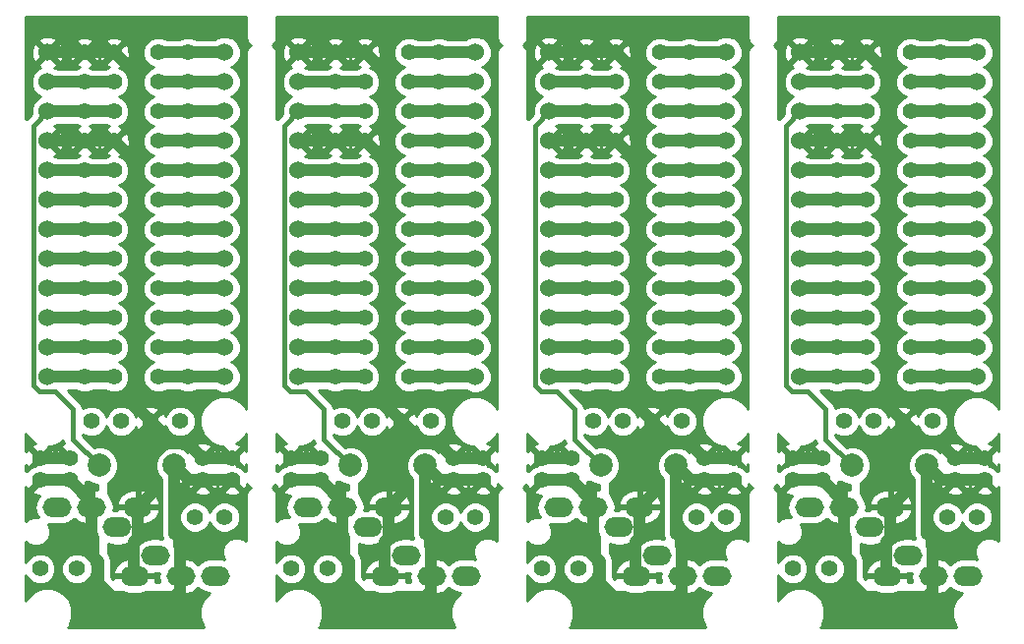
<source format=gbl>
G04 #@! TF.GenerationSoftware,KiCad,Pcbnew,5.0.2-bee76a0~70~ubuntu18.04.1*
G04 #@! TF.CreationDate,2018-12-26T23:24:09+09:00*
G04 #@! TF.ProjectId,MxLEDBit (___),4d784c45-4442-4697-9420-28b3d4fc292e,1*
G04 #@! TF.SameCoordinates,Original*
G04 #@! TF.FileFunction,Copper,L2,Bot*
G04 #@! TF.FilePolarity,Positive*
%FSLAX46Y46*%
G04 Gerber Fmt 4.6, Leading zero omitted, Abs format (unit mm)*
G04 Created by KiCad (PCBNEW 5.0.2-bee76a0~70~ubuntu18.04.1) date 2018年12月26日 23時24分09秒*
%MOMM*%
%LPD*%
G01*
G04 APERTURE LIST*
G04 #@! TA.AperFunction,ComponentPad*
%ADD10C,1.397000*%
G04 #@! TD*
G04 #@! TA.AperFunction,ComponentPad*
%ADD11C,2.000000*%
G04 #@! TD*
G04 #@! TA.AperFunction,ComponentPad*
%ADD12O,2.500000X1.700000*%
G04 #@! TD*
G04 #@! TA.AperFunction,ComponentPad*
%ADD13C,1.524000*%
G04 #@! TD*
G04 #@! TA.AperFunction,Conductor*
%ADD14C,0.400000*%
G04 #@! TD*
G04 #@! TA.AperFunction,Conductor*
%ADD15C,1.000000*%
G04 #@! TD*
G04 #@! TA.AperFunction,Conductor*
%ADD16C,0.254000*%
G04 #@! TD*
G04 APERTURE END LIST*
D10*
G04 #@! TO.P,P2,GND*
G04 #@! TO.N,GND*
X161290000Y-51435000D03*
G04 #@! TD*
G04 #@! TO.P,P2,GND*
G04 #@! TO.N,GND*
X139700000Y-51435000D03*
G04 #@! TD*
G04 #@! TO.P,P2,GND*
G04 #@! TO.N,GND*
X118110000Y-51435000D03*
G04 #@! TD*
G04 #@! TO.P,P2,20*
G04 #@! TO.N,Net-(PM21-Pad1)*
X163830000Y-59055000D03*
G04 #@! TD*
G04 #@! TO.P,P2,20*
G04 #@! TO.N,Net-(PM21-Pad1)*
X142240000Y-59055000D03*
G04 #@! TD*
G04 #@! TO.P,P2,20*
G04 #@! TO.N,Net-(PM21-Pad1)*
X120650000Y-59055000D03*
G04 #@! TD*
G04 #@! TO.P,P2,VCC*
G04 #@! TO.N,VCC*
X163830000Y-48895000D03*
G04 #@! TD*
G04 #@! TO.P,P2,VCC*
G04 #@! TO.N,VCC*
X142240000Y-48895000D03*
G04 #@! TD*
G04 #@! TO.P,P2,VCC*
G04 #@! TO.N,VCC*
X120650000Y-48895000D03*
G04 #@! TD*
G04 #@! TO.P,P2,RESE*
G04 #@! TO.N,RESET*
X163830000Y-53975000D03*
G04 #@! TD*
G04 #@! TO.P,P2,RESE*
G04 #@! TO.N,RESET*
X142240000Y-53975000D03*
G04 #@! TD*
G04 #@! TO.P,P2,RESE*
G04 #@! TO.N,RESET*
X120650000Y-53975000D03*
G04 #@! TD*
G04 #@! TO.P,P2,VCC*
G04 #@! TO.N,VCC*
X163830000Y-56515000D03*
G04 #@! TD*
G04 #@! TO.P,P2,VCC*
G04 #@! TO.N,VCC*
X142240000Y-56515000D03*
G04 #@! TD*
G04 #@! TO.P,P2,VCC*
G04 #@! TO.N,VCC*
X120650000Y-56515000D03*
G04 #@! TD*
G04 #@! TO.P,P2,GND*
G04 #@! TO.N,GND*
X163830000Y-51435000D03*
G04 #@! TD*
G04 #@! TO.P,P2,GND*
G04 #@! TO.N,GND*
X142240000Y-51435000D03*
G04 #@! TD*
G04 #@! TO.P,P2,GND*
G04 #@! TO.N,GND*
X120650000Y-51435000D03*
G04 #@! TD*
G04 #@! TO.P,P2,SCL*
G04 #@! TO.N,SCL*
X170180000Y-61595000D03*
G04 #@! TD*
G04 #@! TO.P,P2,SCL*
G04 #@! TO.N,SCL*
X148590000Y-61595000D03*
G04 #@! TD*
G04 #@! TO.P,P2,SCL*
G04 #@! TO.N,SCL*
X127000000Y-61595000D03*
G04 #@! TD*
G04 #@! TO.P,P2,PLED*
G04 #@! TO.N,Net-(PLED1-Pad1)*
X170180000Y-48895000D03*
G04 #@! TD*
G04 #@! TO.P,P2,PLED*
G04 #@! TO.N,Net-(PLED1-Pad1)*
X148590000Y-48895000D03*
G04 #@! TD*
G04 #@! TO.P,P2,PLED*
G04 #@! TO.N,Net-(PLED1-Pad1)*
X127000000Y-48895000D03*
G04 #@! TD*
G04 #@! TO.P,P2,SDA*
G04 #@! TO.N,SDA*
X170180000Y-59055000D03*
G04 #@! TD*
G04 #@! TO.P,P2,SDA*
G04 #@! TO.N,SDA*
X148590000Y-59055000D03*
G04 #@! TD*
G04 #@! TO.P,P2,SDA*
G04 #@! TO.N,SDA*
X127000000Y-59055000D03*
G04 #@! TD*
G04 #@! TO.P,P2,GND*
G04 #@! TO.N,GND*
X170180000Y-53975000D03*
G04 #@! TD*
G04 #@! TO.P,P2,GND*
G04 #@! TO.N,GND*
X148590000Y-53975000D03*
G04 #@! TD*
G04 #@! TO.P,P2,GND*
G04 #@! TO.N,GND*
X127000000Y-53975000D03*
G04 #@! TD*
G04 #@! TO.P,P2,DATA*
G04 #@! TO.N,DATA*
X170180000Y-51435000D03*
G04 #@! TD*
G04 #@! TO.P,P2,DATA*
G04 #@! TO.N,DATA*
X148590000Y-51435000D03*
G04 #@! TD*
G04 #@! TO.P,P2,DATA*
G04 #@! TO.N,DATA*
X127000000Y-51435000D03*
G04 #@! TD*
G04 #@! TO.P,P2,GND*
G04 #@! TO.N,GND*
X170180000Y-56515000D03*
G04 #@! TD*
G04 #@! TO.P,P2,GND*
G04 #@! TO.N,GND*
X148590000Y-56515000D03*
G04 #@! TD*
G04 #@! TO.P,P2,GND*
G04 #@! TO.N,GND*
X127000000Y-56515000D03*
G04 #@! TD*
G04 #@! TO.P,P2,20*
G04 #@! TO.N,Net-(PM21-Pad1)*
X161290000Y-59055000D03*
G04 #@! TD*
G04 #@! TO.P,P2,20*
G04 #@! TO.N,Net-(PM21-Pad1)*
X139700000Y-59055000D03*
G04 #@! TD*
G04 #@! TO.P,P2,20*
G04 #@! TO.N,Net-(PM21-Pad1)*
X118110000Y-59055000D03*
G04 #@! TD*
G04 #@! TO.P,P2,VCC*
G04 #@! TO.N,VCC*
X161290000Y-56515000D03*
G04 #@! TD*
G04 #@! TO.P,P2,VCC*
G04 #@! TO.N,VCC*
X139700000Y-56515000D03*
G04 #@! TD*
G04 #@! TO.P,P2,VCC*
G04 #@! TO.N,VCC*
X118110000Y-56515000D03*
G04 #@! TD*
G04 #@! TO.P,P2,RESE*
G04 #@! TO.N,RESET*
X161290000Y-53975000D03*
G04 #@! TD*
G04 #@! TO.P,P2,RESE*
G04 #@! TO.N,RESET*
X139700000Y-53975000D03*
G04 #@! TD*
G04 #@! TO.P,P2,RESE*
G04 #@! TO.N,RESET*
X118110000Y-53975000D03*
G04 #@! TD*
G04 #@! TO.P,P2,VCC*
G04 #@! TO.N,VCC*
X161290000Y-48895000D03*
G04 #@! TD*
G04 #@! TO.P,P2,VCC*
G04 #@! TO.N,VCC*
X139700000Y-48895000D03*
G04 #@! TD*
G04 #@! TO.P,P2,VCC*
G04 #@! TO.N,VCC*
X118110000Y-48895000D03*
G04 #@! TD*
D11*
G04 #@! TO.P,RESET1,2*
G04 #@! TO.N,GND*
X169060000Y-84455000D03*
G04 #@! TO.P,RESET1,1*
G04 #@! TO.N,RESET*
X162560000Y-84455000D03*
G04 #@! TD*
G04 #@! TO.P,RESET1,2*
G04 #@! TO.N,GND*
X147470000Y-84455000D03*
G04 #@! TO.P,RESET1,1*
G04 #@! TO.N,RESET*
X140970000Y-84455000D03*
G04 #@! TD*
G04 #@! TO.P,RESET1,2*
G04 #@! TO.N,GND*
X125880000Y-84455000D03*
G04 #@! TO.P,RESET1,1*
G04 #@! TO.N,RESET*
X119380000Y-84455000D03*
G04 #@! TD*
D12*
G04 #@! TO.P,JACK,A*
G04 #@! TO.N,N/C*
X167425000Y-92230000D03*
G04 #@! TO.P,JACK,D*
G04 #@! TO.N,VCC*
X165925000Y-88030000D03*
G04 #@! TO.P,JACK,C*
G04 #@! TO.N,GND*
X161925000Y-88030000D03*
G04 #@! TO.P,JACK,B*
G04 #@! TO.N,DATA*
X158925000Y-88030000D03*
G04 #@! TD*
G04 #@! TO.P,JACK,A*
G04 #@! TO.N,N/C*
X145835000Y-92230000D03*
G04 #@! TO.P,JACK,D*
G04 #@! TO.N,VCC*
X144335000Y-88030000D03*
G04 #@! TO.P,JACK,C*
G04 #@! TO.N,GND*
X140335000Y-88030000D03*
G04 #@! TO.P,JACK,B*
G04 #@! TO.N,DATA*
X137335000Y-88030000D03*
G04 #@! TD*
G04 #@! TO.P,JACK,A*
G04 #@! TO.N,N/C*
X124245000Y-92230000D03*
G04 #@! TO.P,JACK,D*
G04 #@! TO.N,VCC*
X122745000Y-88030000D03*
G04 #@! TO.P,JACK,C*
G04 #@! TO.N,GND*
X118745000Y-88030000D03*
G04 #@! TO.P,JACK,B*
G04 #@! TO.N,DATA*
X115745000Y-88030000D03*
G04 #@! TD*
G04 #@! TO.P,JACK,B*
G04 #@! TO.N,DATA*
X172595000Y-93980000D03*
G04 #@! TO.P,JACK,C*
G04 #@! TO.N,GND*
X169595000Y-93980000D03*
G04 #@! TO.P,JACK,D*
G04 #@! TO.N,VCC*
X165595000Y-93980000D03*
G04 #@! TO.P,JACK,A*
G04 #@! TO.N,N/C*
X164095000Y-89780000D03*
G04 #@! TD*
G04 #@! TO.P,JACK,B*
G04 #@! TO.N,DATA*
X151005000Y-93980000D03*
G04 #@! TO.P,JACK,C*
G04 #@! TO.N,GND*
X148005000Y-93980000D03*
G04 #@! TO.P,JACK,D*
G04 #@! TO.N,VCC*
X144005000Y-93980000D03*
G04 #@! TO.P,JACK,A*
G04 #@! TO.N,N/C*
X142505000Y-89780000D03*
G04 #@! TD*
G04 #@! TO.P,JACK,B*
G04 #@! TO.N,DATA*
X129415000Y-93980000D03*
G04 #@! TO.P,JACK,C*
G04 #@! TO.N,GND*
X126415000Y-93980000D03*
G04 #@! TO.P,JACK,D*
G04 #@! TO.N,VCC*
X122415000Y-93980000D03*
G04 #@! TO.P,JACK,A*
G04 #@! TO.N,N/C*
X120915000Y-89780000D03*
G04 #@! TD*
D10*
G04 #@! TO.P,P2,12*
G04 #@! TO.N,Net-(PM9-Pad1)*
X167640000Y-76835000D03*
G04 #@! TD*
G04 #@! TO.P,P2,12*
G04 #@! TO.N,Net-(PM9-Pad1)*
X146050000Y-76835000D03*
G04 #@! TD*
G04 #@! TO.P,P2,12*
G04 #@! TO.N,Net-(PM9-Pad1)*
X124460000Y-76835000D03*
G04 #@! TD*
G04 #@! TO.P,P2,11*
G04 #@! TO.N,Net-(PM8-Pad1)*
X167640000Y-74295000D03*
G04 #@! TD*
G04 #@! TO.P,P2,11*
G04 #@! TO.N,Net-(PM8-Pad1)*
X146050000Y-74295000D03*
G04 #@! TD*
G04 #@! TO.P,P2,11*
G04 #@! TO.N,Net-(PM8-Pad1)*
X124460000Y-74295000D03*
G04 #@! TD*
G04 #@! TO.P,P2,10*
G04 #@! TO.N,Net-(PM7-Pad1)*
X167640000Y-71755000D03*
G04 #@! TD*
G04 #@! TO.P,P2,10*
G04 #@! TO.N,Net-(PM7-Pad1)*
X146050000Y-71755000D03*
G04 #@! TD*
G04 #@! TO.P,P2,10*
G04 #@! TO.N,Net-(PM7-Pad1)*
X124460000Y-71755000D03*
G04 #@! TD*
G04 #@! TO.P,P2,7*
G04 #@! TO.N,Net-(PM4-Pad1)*
X167640000Y-64135000D03*
G04 #@! TD*
G04 #@! TO.P,P2,7*
G04 #@! TO.N,Net-(PM4-Pad1)*
X146050000Y-64135000D03*
G04 #@! TD*
G04 #@! TO.P,P2,7*
G04 #@! TO.N,Net-(PM4-Pad1)*
X124460000Y-64135000D03*
G04 #@! TD*
G04 #@! TO.P,P2,9*
G04 #@! TO.N,Net-(PM6-Pad1)*
X167640000Y-69215000D03*
G04 #@! TD*
G04 #@! TO.P,P2,9*
G04 #@! TO.N,Net-(PM6-Pad1)*
X146050000Y-69215000D03*
G04 #@! TD*
G04 #@! TO.P,P2,9*
G04 #@! TO.N,Net-(PM6-Pad1)*
X124460000Y-69215000D03*
G04 #@! TD*
G04 #@! TO.P,P2,8*
G04 #@! TO.N,Net-(PM5-Pad1)*
X167640000Y-66675000D03*
G04 #@! TD*
G04 #@! TO.P,P2,8*
G04 #@! TO.N,Net-(PM5-Pad1)*
X146050000Y-66675000D03*
G04 #@! TD*
G04 #@! TO.P,P2,8*
G04 #@! TO.N,Net-(PM5-Pad1)*
X124460000Y-66675000D03*
G04 #@! TD*
G04 #@! TO.P,P2,18*
G04 #@! TO.N,Net-(PM19-Pad1)*
X163830000Y-64135000D03*
G04 #@! TD*
G04 #@! TO.P,P2,18*
G04 #@! TO.N,Net-(PM19-Pad1)*
X142240000Y-64135000D03*
G04 #@! TD*
G04 #@! TO.P,P2,18*
G04 #@! TO.N,Net-(PM19-Pad1)*
X120650000Y-64135000D03*
G04 #@! TD*
G04 #@! TO.P,P2,17*
G04 #@! TO.N,Net-(PM18-Pad1)*
X163830000Y-66675000D03*
G04 #@! TD*
G04 #@! TO.P,P2,17*
G04 #@! TO.N,Net-(PM18-Pad1)*
X142240000Y-66675000D03*
G04 #@! TD*
G04 #@! TO.P,P2,17*
G04 #@! TO.N,Net-(PM18-Pad1)*
X120650000Y-66675000D03*
G04 #@! TD*
G04 #@! TO.P,P2,16*
G04 #@! TO.N,Net-(PM15-Pad1)*
X163830000Y-69215000D03*
G04 #@! TD*
G04 #@! TO.P,P2,16*
G04 #@! TO.N,Net-(PM15-Pad1)*
X142240000Y-69215000D03*
G04 #@! TD*
G04 #@! TO.P,P2,16*
G04 #@! TO.N,Net-(PM15-Pad1)*
X120650000Y-69215000D03*
G04 #@! TD*
G04 #@! TO.P,P2,13*
G04 #@! TO.N,Net-(PM10-Pad1)*
X163830000Y-76835000D03*
G04 #@! TD*
G04 #@! TO.P,P2,13*
G04 #@! TO.N,Net-(PM10-Pad1)*
X142240000Y-76835000D03*
G04 #@! TD*
G04 #@! TO.P,P2,13*
G04 #@! TO.N,Net-(PM10-Pad1)*
X120650000Y-76835000D03*
G04 #@! TD*
G04 #@! TO.P,P2,15*
G04 #@! TO.N,Net-(PM14-Pad1)*
X163830000Y-71755000D03*
G04 #@! TD*
G04 #@! TO.P,P2,15*
G04 #@! TO.N,Net-(PM14-Pad1)*
X142240000Y-71755000D03*
G04 #@! TD*
G04 #@! TO.P,P2,15*
G04 #@! TO.N,Net-(PM14-Pad1)*
X120650000Y-71755000D03*
G04 #@! TD*
G04 #@! TO.P,P2,14*
G04 #@! TO.N,Net-(PM16-Pad1)*
X163830000Y-74295000D03*
G04 #@! TD*
G04 #@! TO.P,P2,14*
G04 #@! TO.N,Net-(PM16-Pad1)*
X142240000Y-74295000D03*
G04 #@! TD*
G04 #@! TO.P,P2,14*
G04 #@! TO.N,Net-(PM16-Pad1)*
X120650000Y-74295000D03*
G04 #@! TD*
G04 #@! TO.P,P2,19*
G04 #@! TO.N,Net-(PM20-Pad1)*
X163830000Y-61595000D03*
G04 #@! TD*
G04 #@! TO.P,P2,19*
G04 #@! TO.N,Net-(PM20-Pad1)*
X142240000Y-61595000D03*
G04 #@! TD*
G04 #@! TO.P,P2,19*
G04 #@! TO.N,Net-(PM20-Pad1)*
X120650000Y-61595000D03*
G04 #@! TD*
G04 #@! TO.P,P2,1*
G04 #@! TO.N,GND*
X173990000Y-85725000D03*
G04 #@! TD*
G04 #@! TO.P,P2,1*
G04 #@! TO.N,GND*
X152400000Y-85725000D03*
G04 #@! TD*
G04 #@! TO.P,P2,1*
G04 #@! TO.N,GND*
X130810000Y-85725000D03*
G04 #@! TD*
G04 #@! TO.P,P2,1*
G04 #@! TO.N,GND*
X171450000Y-85725000D03*
G04 #@! TD*
G04 #@! TO.P,P2,1*
G04 #@! TO.N,GND*
X149860000Y-85725000D03*
G04 #@! TD*
G04 #@! TO.P,P2,1*
G04 #@! TO.N,GND*
X128270000Y-85725000D03*
G04 #@! TD*
G04 #@! TO.P,P2,1*
G04 #@! TO.N,VCC*
X171450000Y-83820000D03*
G04 #@! TD*
G04 #@! TO.P,P2,1*
G04 #@! TO.N,VCC*
X149860000Y-83820000D03*
G04 #@! TD*
G04 #@! TO.P,P2,1*
G04 #@! TO.N,VCC*
X128270000Y-83820000D03*
G04 #@! TD*
G04 #@! TO.P,P2,1*
G04 #@! TO.N,VCC*
X173990000Y-83820000D03*
G04 #@! TD*
G04 #@! TO.P,P2,1*
G04 #@! TO.N,VCC*
X152400000Y-83820000D03*
G04 #@! TD*
G04 #@! TO.P,P2,1*
G04 #@! TO.N,VCC*
X130810000Y-83820000D03*
G04 #@! TD*
G04 #@! TO.P,P2,1*
G04 #@! TO.N,GND*
X157480000Y-85725000D03*
G04 #@! TD*
G04 #@! TO.P,P2,1*
G04 #@! TO.N,GND*
X135890000Y-85725000D03*
G04 #@! TD*
G04 #@! TO.P,P2,1*
G04 #@! TO.N,GND*
X114300000Y-85725000D03*
G04 #@! TD*
G04 #@! TO.P,P2,1*
G04 #@! TO.N,GND*
X160020000Y-85725000D03*
G04 #@! TD*
G04 #@! TO.P,P2,1*
G04 #@! TO.N,GND*
X138430000Y-85725000D03*
G04 #@! TD*
G04 #@! TO.P,P2,1*
G04 #@! TO.N,GND*
X116840000Y-85725000D03*
G04 #@! TD*
G04 #@! TO.P,P2,1*
G04 #@! TO.N,VCC*
X157480000Y-83820000D03*
G04 #@! TD*
G04 #@! TO.P,P2,1*
G04 #@! TO.N,VCC*
X135890000Y-83820000D03*
G04 #@! TD*
G04 #@! TO.P,P2,1*
G04 #@! TO.N,VCC*
X114300000Y-83820000D03*
G04 #@! TD*
G04 #@! TO.P,P2,1*
G04 #@! TO.N,VCC*
X160020000Y-83820000D03*
G04 #@! TD*
G04 #@! TO.P,P2,1*
G04 #@! TO.N,VCC*
X138430000Y-83820000D03*
G04 #@! TD*
G04 #@! TO.P,P2,1*
G04 #@! TO.N,VCC*
X116840000Y-83820000D03*
G04 #@! TD*
G04 #@! TO.P,OLED,4*
G04 #@! TO.N,SDA*
X161925000Y-80645000D03*
G04 #@! TO.P,OLED,3*
G04 #@! TO.N,SCL*
X164465000Y-80645000D03*
G04 #@! TO.P,OLED,2*
G04 #@! TO.N,VCC*
X167005000Y-80645000D03*
G04 #@! TO.P,OLED,1*
G04 #@! TO.N,GND*
X169545000Y-80645000D03*
G04 #@! TD*
G04 #@! TO.P,OLED,4*
G04 #@! TO.N,SDA*
X140335000Y-80645000D03*
G04 #@! TO.P,OLED,3*
G04 #@! TO.N,SCL*
X142875000Y-80645000D03*
G04 #@! TO.P,OLED,2*
G04 #@! TO.N,VCC*
X145415000Y-80645000D03*
G04 #@! TO.P,OLED,1*
G04 #@! TO.N,GND*
X147955000Y-80645000D03*
G04 #@! TD*
G04 #@! TO.P,OLED,4*
G04 #@! TO.N,SDA*
X118745000Y-80645000D03*
G04 #@! TO.P,OLED,3*
G04 #@! TO.N,SCL*
X121285000Y-80645000D03*
G04 #@! TO.P,OLED,2*
G04 #@! TO.N,VCC*
X123825000Y-80645000D03*
G04 #@! TO.P,OLED,1*
G04 #@! TO.N,GND*
X126365000Y-80645000D03*
G04 #@! TD*
G04 #@! TO.P,P2,8*
G04 #@! TO.N,Net-(PM5-Pad1)*
X170180000Y-66675000D03*
G04 #@! TD*
G04 #@! TO.P,P2,8*
G04 #@! TO.N,Net-(PM5-Pad1)*
X148590000Y-66675000D03*
G04 #@! TD*
G04 #@! TO.P,P2,8*
G04 #@! TO.N,Net-(PM5-Pad1)*
X127000000Y-66675000D03*
G04 #@! TD*
G04 #@! TO.P,P2,9*
G04 #@! TO.N,Net-(PM6-Pad1)*
X170180000Y-69215000D03*
G04 #@! TD*
G04 #@! TO.P,P2,9*
G04 #@! TO.N,Net-(PM6-Pad1)*
X148590000Y-69215000D03*
G04 #@! TD*
G04 #@! TO.P,P2,9*
G04 #@! TO.N,Net-(PM6-Pad1)*
X127000000Y-69215000D03*
G04 #@! TD*
G04 #@! TO.P,P2,7*
G04 #@! TO.N,Net-(PM4-Pad1)*
X170180000Y-64135000D03*
G04 #@! TD*
G04 #@! TO.P,P2,7*
G04 #@! TO.N,Net-(PM4-Pad1)*
X148590000Y-64135000D03*
G04 #@! TD*
G04 #@! TO.P,P2,7*
G04 #@! TO.N,Net-(PM4-Pad1)*
X127000000Y-64135000D03*
G04 #@! TD*
G04 #@! TO.P,P2,10*
G04 #@! TO.N,Net-(PM7-Pad1)*
X170180000Y-71755000D03*
G04 #@! TD*
G04 #@! TO.P,P2,10*
G04 #@! TO.N,Net-(PM7-Pad1)*
X148590000Y-71755000D03*
G04 #@! TD*
G04 #@! TO.P,P2,10*
G04 #@! TO.N,Net-(PM7-Pad1)*
X127000000Y-71755000D03*
G04 #@! TD*
G04 #@! TO.P,P2,11*
G04 #@! TO.N,Net-(PM8-Pad1)*
X170180000Y-74295000D03*
G04 #@! TD*
G04 #@! TO.P,P2,11*
G04 #@! TO.N,Net-(PM8-Pad1)*
X148590000Y-74295000D03*
G04 #@! TD*
G04 #@! TO.P,P2,11*
G04 #@! TO.N,Net-(PM8-Pad1)*
X127000000Y-74295000D03*
G04 #@! TD*
G04 #@! TO.P,P2,12*
G04 #@! TO.N,Net-(PM9-Pad1)*
X170180000Y-76835000D03*
G04 #@! TD*
G04 #@! TO.P,P2,12*
G04 #@! TO.N,Net-(PM9-Pad1)*
X148590000Y-76835000D03*
G04 #@! TD*
G04 #@! TO.P,P2,12*
G04 #@! TO.N,Net-(PM9-Pad1)*
X127000000Y-76835000D03*
G04 #@! TD*
G04 #@! TO.P,P2,14*
G04 #@! TO.N,Net-(PM16-Pad1)*
X161290000Y-74295000D03*
G04 #@! TD*
G04 #@! TO.P,P2,14*
G04 #@! TO.N,Net-(PM16-Pad1)*
X139700000Y-74295000D03*
G04 #@! TD*
G04 #@! TO.P,P2,14*
G04 #@! TO.N,Net-(PM16-Pad1)*
X118110000Y-74295000D03*
G04 #@! TD*
G04 #@! TO.P,P2,15*
G04 #@! TO.N,Net-(PM14-Pad1)*
X161290000Y-71755000D03*
G04 #@! TD*
G04 #@! TO.P,P2,15*
G04 #@! TO.N,Net-(PM14-Pad1)*
X139700000Y-71755000D03*
G04 #@! TD*
G04 #@! TO.P,P2,15*
G04 #@! TO.N,Net-(PM14-Pad1)*
X118110000Y-71755000D03*
G04 #@! TD*
G04 #@! TO.P,P2,13*
G04 #@! TO.N,Net-(PM10-Pad1)*
X161290000Y-76835000D03*
G04 #@! TD*
G04 #@! TO.P,P2,13*
G04 #@! TO.N,Net-(PM10-Pad1)*
X139700000Y-76835000D03*
G04 #@! TD*
G04 #@! TO.P,P2,13*
G04 #@! TO.N,Net-(PM10-Pad1)*
X118110000Y-76835000D03*
G04 #@! TD*
G04 #@! TO.P,P2,16*
G04 #@! TO.N,Net-(PM15-Pad1)*
X161290000Y-69215000D03*
G04 #@! TD*
G04 #@! TO.P,P2,16*
G04 #@! TO.N,Net-(PM15-Pad1)*
X139700000Y-69215000D03*
G04 #@! TD*
G04 #@! TO.P,P2,16*
G04 #@! TO.N,Net-(PM15-Pad1)*
X118110000Y-69215000D03*
G04 #@! TD*
G04 #@! TO.P,P2,17*
G04 #@! TO.N,Net-(PM18-Pad1)*
X161290000Y-66675000D03*
G04 #@! TD*
G04 #@! TO.P,P2,17*
G04 #@! TO.N,Net-(PM18-Pad1)*
X139700000Y-66675000D03*
G04 #@! TD*
G04 #@! TO.P,P2,17*
G04 #@! TO.N,Net-(PM18-Pad1)*
X118110000Y-66675000D03*
G04 #@! TD*
G04 #@! TO.P,P2,18*
G04 #@! TO.N,Net-(PM19-Pad1)*
X161290000Y-64135000D03*
G04 #@! TD*
G04 #@! TO.P,P2,18*
G04 #@! TO.N,Net-(PM19-Pad1)*
X139700000Y-64135000D03*
G04 #@! TD*
G04 #@! TO.P,P2,18*
G04 #@! TO.N,Net-(PM19-Pad1)*
X118110000Y-64135000D03*
G04 #@! TD*
G04 #@! TO.P,P2,19*
G04 #@! TO.N,Net-(PM20-Pad1)*
X161290000Y-61595000D03*
G04 #@! TD*
G04 #@! TO.P,P2,19*
G04 #@! TO.N,Net-(PM20-Pad1)*
X139700000Y-61595000D03*
G04 #@! TD*
G04 #@! TO.P,P2,19*
G04 #@! TO.N,Net-(PM20-Pad1)*
X118110000Y-61595000D03*
G04 #@! TD*
D13*
G04 #@! TO.P,U2,1*
G04 #@! TO.N,Net-(PLED1-Pad1)*
X173355000Y-48895000D03*
G04 #@! TO.P,U2,2*
G04 #@! TO.N,DATA*
X173355000Y-51435000D03*
G04 #@! TO.P,U2,3*
G04 #@! TO.N,GND*
X173355000Y-53975000D03*
G04 #@! TO.P,U2,4*
X173355000Y-56515000D03*
G04 #@! TO.P,U2,5*
G04 #@! TO.N,SDA*
X173355000Y-59055000D03*
G04 #@! TO.P,U2,6*
G04 #@! TO.N,SCL*
X173355000Y-61595000D03*
G04 #@! TO.P,U2,7*
G04 #@! TO.N,Net-(PM4-Pad1)*
X173355000Y-64135000D03*
G04 #@! TO.P,U2,8*
G04 #@! TO.N,Net-(PM5-Pad1)*
X173355000Y-66675000D03*
G04 #@! TO.P,U2,9*
G04 #@! TO.N,Net-(PM6-Pad1)*
X173355000Y-69215000D03*
G04 #@! TO.P,U2,10*
G04 #@! TO.N,Net-(PM7-Pad1)*
X173355000Y-71755000D03*
G04 #@! TO.P,U2,11*
G04 #@! TO.N,Net-(PM8-Pad1)*
X173355000Y-74295000D03*
G04 #@! TO.P,U2,12*
G04 #@! TO.N,Net-(PM9-Pad1)*
X173355000Y-76835000D03*
G04 #@! TO.P,U2,13*
G04 #@! TO.N,Net-(PM10-Pad1)*
X158115000Y-76835000D03*
G04 #@! TO.P,U2,14*
G04 #@! TO.N,Net-(PM16-Pad1)*
X158115000Y-74295000D03*
G04 #@! TO.P,U2,15*
G04 #@! TO.N,Net-(PM14-Pad1)*
X158115000Y-71755000D03*
G04 #@! TO.P,U2,16*
G04 #@! TO.N,Net-(PM15-Pad1)*
X158115000Y-69215000D03*
G04 #@! TO.P,U2,17*
G04 #@! TO.N,Net-(PM18-Pad1)*
X158115000Y-66675000D03*
G04 #@! TO.P,U2,18*
G04 #@! TO.N,Net-(PM19-Pad1)*
X158115000Y-64135000D03*
G04 #@! TO.P,U2,19*
G04 #@! TO.N,Net-(PM20-Pad1)*
X158115000Y-61595000D03*
G04 #@! TO.P,U2,20*
G04 #@! TO.N,Net-(PM21-Pad1)*
X158115000Y-59055000D03*
G04 #@! TO.P,U2,21*
G04 #@! TO.N,VCC*
X158115000Y-56515000D03*
G04 #@! TO.P,U2,22*
G04 #@! TO.N,RESET*
X158115000Y-53975000D03*
G04 #@! TO.P,U2,23*
G04 #@! TO.N,GND*
X158115000Y-51435000D03*
G04 #@! TO.P,U2,24*
G04 #@! TO.N,VCC*
X158115000Y-48895000D03*
G04 #@! TD*
G04 #@! TO.P,U2,1*
G04 #@! TO.N,Net-(PLED1-Pad1)*
X151765000Y-48895000D03*
G04 #@! TO.P,U2,2*
G04 #@! TO.N,DATA*
X151765000Y-51435000D03*
G04 #@! TO.P,U2,3*
G04 #@! TO.N,GND*
X151765000Y-53975000D03*
G04 #@! TO.P,U2,4*
X151765000Y-56515000D03*
G04 #@! TO.P,U2,5*
G04 #@! TO.N,SDA*
X151765000Y-59055000D03*
G04 #@! TO.P,U2,6*
G04 #@! TO.N,SCL*
X151765000Y-61595000D03*
G04 #@! TO.P,U2,7*
G04 #@! TO.N,Net-(PM4-Pad1)*
X151765000Y-64135000D03*
G04 #@! TO.P,U2,8*
G04 #@! TO.N,Net-(PM5-Pad1)*
X151765000Y-66675000D03*
G04 #@! TO.P,U2,9*
G04 #@! TO.N,Net-(PM6-Pad1)*
X151765000Y-69215000D03*
G04 #@! TO.P,U2,10*
G04 #@! TO.N,Net-(PM7-Pad1)*
X151765000Y-71755000D03*
G04 #@! TO.P,U2,11*
G04 #@! TO.N,Net-(PM8-Pad1)*
X151765000Y-74295000D03*
G04 #@! TO.P,U2,12*
G04 #@! TO.N,Net-(PM9-Pad1)*
X151765000Y-76835000D03*
G04 #@! TO.P,U2,13*
G04 #@! TO.N,Net-(PM10-Pad1)*
X136525000Y-76835000D03*
G04 #@! TO.P,U2,14*
G04 #@! TO.N,Net-(PM16-Pad1)*
X136525000Y-74295000D03*
G04 #@! TO.P,U2,15*
G04 #@! TO.N,Net-(PM14-Pad1)*
X136525000Y-71755000D03*
G04 #@! TO.P,U2,16*
G04 #@! TO.N,Net-(PM15-Pad1)*
X136525000Y-69215000D03*
G04 #@! TO.P,U2,17*
G04 #@! TO.N,Net-(PM18-Pad1)*
X136525000Y-66675000D03*
G04 #@! TO.P,U2,18*
G04 #@! TO.N,Net-(PM19-Pad1)*
X136525000Y-64135000D03*
G04 #@! TO.P,U2,19*
G04 #@! TO.N,Net-(PM20-Pad1)*
X136525000Y-61595000D03*
G04 #@! TO.P,U2,20*
G04 #@! TO.N,Net-(PM21-Pad1)*
X136525000Y-59055000D03*
G04 #@! TO.P,U2,21*
G04 #@! TO.N,VCC*
X136525000Y-56515000D03*
G04 #@! TO.P,U2,22*
G04 #@! TO.N,RESET*
X136525000Y-53975000D03*
G04 #@! TO.P,U2,23*
G04 #@! TO.N,GND*
X136525000Y-51435000D03*
G04 #@! TO.P,U2,24*
G04 #@! TO.N,VCC*
X136525000Y-48895000D03*
G04 #@! TD*
G04 #@! TO.P,U2,1*
G04 #@! TO.N,Net-(PLED1-Pad1)*
X130175000Y-48895000D03*
G04 #@! TO.P,U2,2*
G04 #@! TO.N,DATA*
X130175000Y-51435000D03*
G04 #@! TO.P,U2,3*
G04 #@! TO.N,GND*
X130175000Y-53975000D03*
G04 #@! TO.P,U2,4*
X130175000Y-56515000D03*
G04 #@! TO.P,U2,5*
G04 #@! TO.N,SDA*
X130175000Y-59055000D03*
G04 #@! TO.P,U2,6*
G04 #@! TO.N,SCL*
X130175000Y-61595000D03*
G04 #@! TO.P,U2,7*
G04 #@! TO.N,Net-(PM4-Pad1)*
X130175000Y-64135000D03*
G04 #@! TO.P,U2,8*
G04 #@! TO.N,Net-(PM5-Pad1)*
X130175000Y-66675000D03*
G04 #@! TO.P,U2,9*
G04 #@! TO.N,Net-(PM6-Pad1)*
X130175000Y-69215000D03*
G04 #@! TO.P,U2,10*
G04 #@! TO.N,Net-(PM7-Pad1)*
X130175000Y-71755000D03*
G04 #@! TO.P,U2,11*
G04 #@! TO.N,Net-(PM8-Pad1)*
X130175000Y-74295000D03*
G04 #@! TO.P,U2,12*
G04 #@! TO.N,Net-(PM9-Pad1)*
X130175000Y-76835000D03*
G04 #@! TO.P,U2,13*
G04 #@! TO.N,Net-(PM10-Pad1)*
X114935000Y-76835000D03*
G04 #@! TO.P,U2,14*
G04 #@! TO.N,Net-(PM16-Pad1)*
X114935000Y-74295000D03*
G04 #@! TO.P,U2,15*
G04 #@! TO.N,Net-(PM14-Pad1)*
X114935000Y-71755000D03*
G04 #@! TO.P,U2,16*
G04 #@! TO.N,Net-(PM15-Pad1)*
X114935000Y-69215000D03*
G04 #@! TO.P,U2,17*
G04 #@! TO.N,Net-(PM18-Pad1)*
X114935000Y-66675000D03*
G04 #@! TO.P,U2,18*
G04 #@! TO.N,Net-(PM19-Pad1)*
X114935000Y-64135000D03*
G04 #@! TO.P,U2,19*
G04 #@! TO.N,Net-(PM20-Pad1)*
X114935000Y-61595000D03*
G04 #@! TO.P,U2,20*
G04 #@! TO.N,Net-(PM21-Pad1)*
X114935000Y-59055000D03*
G04 #@! TO.P,U2,21*
G04 #@! TO.N,VCC*
X114935000Y-56515000D03*
G04 #@! TO.P,U2,22*
G04 #@! TO.N,RESET*
X114935000Y-53975000D03*
G04 #@! TO.P,U2,23*
G04 #@! TO.N,GND*
X114935000Y-51435000D03*
G04 #@! TO.P,U2,24*
G04 #@! TO.N,VCC*
X114935000Y-48895000D03*
G04 #@! TD*
D10*
G04 #@! TO.P,DATA,D*
G04 #@! TO.N,DATA*
X173355000Y-88900000D03*
G04 #@! TD*
G04 #@! TO.P,DATA,D*
G04 #@! TO.N,DATA*
X151765000Y-88900000D03*
G04 #@! TD*
G04 #@! TO.P,DATA,D*
G04 #@! TO.N,DATA*
X130175000Y-88900000D03*
G04 #@! TD*
G04 #@! TO.P,A,A*
G04 #@! TO.N,N/C*
X170815000Y-88900000D03*
G04 #@! TD*
G04 #@! TO.P,A,A*
G04 #@! TO.N,N/C*
X149225000Y-88900000D03*
G04 #@! TD*
G04 #@! TO.P,A,A*
G04 #@! TO.N,N/C*
X127635000Y-88900000D03*
G04 #@! TD*
G04 #@! TO.P,A,A*
G04 #@! TO.N,N/C*
X160655000Y-93345000D03*
G04 #@! TD*
G04 #@! TO.P,A,A*
G04 #@! TO.N,N/C*
X139065000Y-93345000D03*
G04 #@! TD*
G04 #@! TO.P,A,A*
G04 #@! TO.N,N/C*
X117475000Y-93345000D03*
G04 #@! TD*
G04 #@! TO.P,DATA,D*
G04 #@! TO.N,DATA*
X157480000Y-93345000D03*
G04 #@! TD*
G04 #@! TO.P,DATA,D*
G04 #@! TO.N,DATA*
X135890000Y-93345000D03*
G04 #@! TD*
G04 #@! TO.P,DATA,D*
G04 #@! TO.N,DATA*
X114300000Y-93345000D03*
G04 #@! TD*
G04 #@! TO.P,P2,SDA*
G04 #@! TO.N,SDA*
X167640000Y-59055000D03*
G04 #@! TD*
G04 #@! TO.P,P2,SDA*
G04 #@! TO.N,SDA*
X146050000Y-59055000D03*
G04 #@! TD*
G04 #@! TO.P,P2,SDA*
G04 #@! TO.N,SDA*
X124460000Y-59055000D03*
G04 #@! TD*
G04 #@! TO.P,P2,SCL*
G04 #@! TO.N,SCL*
X167640000Y-61595000D03*
G04 #@! TD*
G04 #@! TO.P,P2,SCL*
G04 #@! TO.N,SCL*
X146050000Y-61595000D03*
G04 #@! TD*
G04 #@! TO.P,P2,SCL*
G04 #@! TO.N,SCL*
X124460000Y-61595000D03*
G04 #@! TD*
G04 #@! TO.P,P2,PLED*
G04 #@! TO.N,Net-(PLED1-Pad1)*
X167640000Y-48895000D03*
G04 #@! TD*
G04 #@! TO.P,P2,PLED*
G04 #@! TO.N,Net-(PLED1-Pad1)*
X146050000Y-48895000D03*
G04 #@! TD*
G04 #@! TO.P,P2,PLED*
G04 #@! TO.N,Net-(PLED1-Pad1)*
X124460000Y-48895000D03*
G04 #@! TD*
G04 #@! TO.P,P2,GND*
G04 #@! TO.N,GND*
X167640000Y-53975000D03*
G04 #@! TD*
G04 #@! TO.P,P2,GND*
G04 #@! TO.N,GND*
X146050000Y-53975000D03*
G04 #@! TD*
G04 #@! TO.P,P2,GND*
G04 #@! TO.N,GND*
X124460000Y-53975000D03*
G04 #@! TD*
G04 #@! TO.P,P2,GND*
G04 #@! TO.N,GND*
X167640000Y-56515000D03*
G04 #@! TD*
G04 #@! TO.P,P2,GND*
G04 #@! TO.N,GND*
X146050000Y-56515000D03*
G04 #@! TD*
G04 #@! TO.P,P2,GND*
G04 #@! TO.N,GND*
X124460000Y-56515000D03*
G04 #@! TD*
G04 #@! TO.P,DT,DATA*
G04 #@! TO.N,DATA*
X167640000Y-51435000D03*
G04 #@! TD*
G04 #@! TO.P,DT,DATA*
G04 #@! TO.N,DATA*
X146050000Y-51435000D03*
G04 #@! TD*
G04 #@! TO.P,DT,DATA*
G04 #@! TO.N,DATA*
X124460000Y-51435000D03*
G04 #@! TD*
D12*
G04 #@! TO.P,JACK,A*
G04 #@! TO.N,N/C*
X99325000Y-89780000D03*
G04 #@! TO.P,JACK,D*
G04 #@! TO.N,VCC*
X100825000Y-93980000D03*
G04 #@! TO.P,JACK,C*
G04 #@! TO.N,GND*
X104825000Y-93980000D03*
G04 #@! TO.P,JACK,B*
G04 #@! TO.N,DATA*
X107825000Y-93980000D03*
G04 #@! TD*
G04 #@! TO.P,JACK,B*
G04 #@! TO.N,DATA*
X94155000Y-88030000D03*
G04 #@! TO.P,JACK,C*
G04 #@! TO.N,GND*
X97155000Y-88030000D03*
G04 #@! TO.P,JACK,D*
G04 #@! TO.N,VCC*
X101155000Y-88030000D03*
G04 #@! TO.P,JACK,A*
G04 #@! TO.N,N/C*
X102655000Y-92230000D03*
G04 #@! TD*
D11*
G04 #@! TO.P,RESET1,1*
G04 #@! TO.N,RESET*
X97790000Y-84455000D03*
G04 #@! TO.P,RESET1,2*
G04 #@! TO.N,GND*
X104290000Y-84455000D03*
G04 #@! TD*
D10*
G04 #@! TO.P,P2,VCC*
G04 #@! TO.N,VCC*
X96520000Y-48895000D03*
G04 #@! TD*
G04 #@! TO.P,P2,GND*
G04 #@! TO.N,GND*
X96520000Y-51435000D03*
G04 #@! TD*
G04 #@! TO.P,P2,RESE*
G04 #@! TO.N,RESET*
X96520000Y-53975000D03*
G04 #@! TD*
G04 #@! TO.P,P2,VCC*
G04 #@! TO.N,VCC*
X96520000Y-56515000D03*
G04 #@! TD*
G04 #@! TO.P,P2,20*
G04 #@! TO.N,Net-(PM21-Pad1)*
X96520000Y-59055000D03*
G04 #@! TD*
G04 #@! TO.P,P2,GND*
G04 #@! TO.N,GND*
X105410000Y-56515000D03*
G04 #@! TD*
G04 #@! TO.P,P2,DATA*
G04 #@! TO.N,DATA*
X105410000Y-51435000D03*
G04 #@! TD*
G04 #@! TO.P,P2,GND*
G04 #@! TO.N,GND*
X105410000Y-53975000D03*
G04 #@! TD*
G04 #@! TO.P,P2,SDA*
G04 #@! TO.N,SDA*
X105410000Y-59055000D03*
G04 #@! TD*
G04 #@! TO.P,P2,PLED*
G04 #@! TO.N,Net-(PLED1-Pad1)*
X105410000Y-48895000D03*
G04 #@! TD*
G04 #@! TO.P,P2,SCL*
G04 #@! TO.N,SCL*
X105410000Y-61595000D03*
G04 #@! TD*
G04 #@! TO.P,P2,GND*
G04 #@! TO.N,GND*
X99060000Y-51435000D03*
G04 #@! TD*
G04 #@! TO.P,P2,VCC*
G04 #@! TO.N,VCC*
X99060000Y-56515000D03*
G04 #@! TD*
G04 #@! TO.P,P2,RESE*
G04 #@! TO.N,RESET*
X99060000Y-53975000D03*
G04 #@! TD*
G04 #@! TO.P,P2,VCC*
G04 #@! TO.N,VCC*
X99060000Y-48895000D03*
G04 #@! TD*
G04 #@! TO.P,P2,20*
G04 #@! TO.N,Net-(PM21-Pad1)*
X99060000Y-59055000D03*
G04 #@! TD*
G04 #@! TO.P,DT,DATA*
G04 #@! TO.N,DATA*
X102870000Y-51435000D03*
G04 #@! TD*
G04 #@! TO.P,P2,GND*
G04 #@! TO.N,GND*
X102870000Y-56515000D03*
G04 #@! TD*
G04 #@! TO.P,P2,GND*
G04 #@! TO.N,GND*
X102870000Y-53975000D03*
G04 #@! TD*
G04 #@! TO.P,P2,PLED*
G04 #@! TO.N,Net-(PLED1-Pad1)*
X102870000Y-48895000D03*
G04 #@! TD*
G04 #@! TO.P,P2,SCL*
G04 #@! TO.N,SCL*
X102870000Y-61595000D03*
G04 #@! TD*
G04 #@! TO.P,P2,SDA*
G04 #@! TO.N,SDA*
X102870000Y-59055000D03*
G04 #@! TD*
G04 #@! TO.P,DATA,D*
G04 #@! TO.N,DATA*
X92710000Y-93345000D03*
G04 #@! TD*
G04 #@! TO.P,A,A*
G04 #@! TO.N,N/C*
X95885000Y-93345000D03*
G04 #@! TD*
G04 #@! TO.P,A,A*
G04 #@! TO.N,N/C*
X106045000Y-88900000D03*
G04 #@! TD*
G04 #@! TO.P,DATA,D*
G04 #@! TO.N,DATA*
X108585000Y-88900000D03*
G04 #@! TD*
D13*
G04 #@! TO.P,U2,24*
G04 #@! TO.N,VCC*
X93345000Y-48895000D03*
G04 #@! TO.P,U2,23*
G04 #@! TO.N,GND*
X93345000Y-51435000D03*
G04 #@! TO.P,U2,22*
G04 #@! TO.N,RESET*
X93345000Y-53975000D03*
G04 #@! TO.P,U2,21*
G04 #@! TO.N,VCC*
X93345000Y-56515000D03*
G04 #@! TO.P,U2,20*
G04 #@! TO.N,Net-(PM21-Pad1)*
X93345000Y-59055000D03*
G04 #@! TO.P,U2,19*
G04 #@! TO.N,Net-(PM20-Pad1)*
X93345000Y-61595000D03*
G04 #@! TO.P,U2,18*
G04 #@! TO.N,Net-(PM19-Pad1)*
X93345000Y-64135000D03*
G04 #@! TO.P,U2,17*
G04 #@! TO.N,Net-(PM18-Pad1)*
X93345000Y-66675000D03*
G04 #@! TO.P,U2,16*
G04 #@! TO.N,Net-(PM15-Pad1)*
X93345000Y-69215000D03*
G04 #@! TO.P,U2,15*
G04 #@! TO.N,Net-(PM14-Pad1)*
X93345000Y-71755000D03*
G04 #@! TO.P,U2,14*
G04 #@! TO.N,Net-(PM16-Pad1)*
X93345000Y-74295000D03*
G04 #@! TO.P,U2,13*
G04 #@! TO.N,Net-(PM10-Pad1)*
X93345000Y-76835000D03*
G04 #@! TO.P,U2,12*
G04 #@! TO.N,Net-(PM9-Pad1)*
X108585000Y-76835000D03*
G04 #@! TO.P,U2,11*
G04 #@! TO.N,Net-(PM8-Pad1)*
X108585000Y-74295000D03*
G04 #@! TO.P,U2,10*
G04 #@! TO.N,Net-(PM7-Pad1)*
X108585000Y-71755000D03*
G04 #@! TO.P,U2,9*
G04 #@! TO.N,Net-(PM6-Pad1)*
X108585000Y-69215000D03*
G04 #@! TO.P,U2,8*
G04 #@! TO.N,Net-(PM5-Pad1)*
X108585000Y-66675000D03*
G04 #@! TO.P,U2,7*
G04 #@! TO.N,Net-(PM4-Pad1)*
X108585000Y-64135000D03*
G04 #@! TO.P,U2,6*
G04 #@! TO.N,SCL*
X108585000Y-61595000D03*
G04 #@! TO.P,U2,5*
G04 #@! TO.N,SDA*
X108585000Y-59055000D03*
G04 #@! TO.P,U2,4*
G04 #@! TO.N,GND*
X108585000Y-56515000D03*
G04 #@! TO.P,U2,3*
X108585000Y-53975000D03*
G04 #@! TO.P,U2,2*
G04 #@! TO.N,DATA*
X108585000Y-51435000D03*
G04 #@! TO.P,U2,1*
G04 #@! TO.N,Net-(PLED1-Pad1)*
X108585000Y-48895000D03*
G04 #@! TD*
D10*
G04 #@! TO.P,P2,19*
G04 #@! TO.N,Net-(PM20-Pad1)*
X96520000Y-61595000D03*
G04 #@! TD*
G04 #@! TO.P,P2,18*
G04 #@! TO.N,Net-(PM19-Pad1)*
X96520000Y-64135000D03*
G04 #@! TD*
G04 #@! TO.P,P2,17*
G04 #@! TO.N,Net-(PM18-Pad1)*
X96520000Y-66675000D03*
G04 #@! TD*
G04 #@! TO.P,P2,16*
G04 #@! TO.N,Net-(PM15-Pad1)*
X96520000Y-69215000D03*
G04 #@! TD*
G04 #@! TO.P,P2,13*
G04 #@! TO.N,Net-(PM10-Pad1)*
X96520000Y-76835000D03*
G04 #@! TD*
G04 #@! TO.P,P2,15*
G04 #@! TO.N,Net-(PM14-Pad1)*
X96520000Y-71755000D03*
G04 #@! TD*
G04 #@! TO.P,P2,14*
G04 #@! TO.N,Net-(PM16-Pad1)*
X96520000Y-74295000D03*
G04 #@! TD*
G04 #@! TO.P,P2,12*
G04 #@! TO.N,Net-(PM9-Pad1)*
X105410000Y-76835000D03*
G04 #@! TD*
G04 #@! TO.P,P2,11*
G04 #@! TO.N,Net-(PM8-Pad1)*
X105410000Y-74295000D03*
G04 #@! TD*
G04 #@! TO.P,P2,10*
G04 #@! TO.N,Net-(PM7-Pad1)*
X105410000Y-71755000D03*
G04 #@! TD*
G04 #@! TO.P,P2,7*
G04 #@! TO.N,Net-(PM4-Pad1)*
X105410000Y-64135000D03*
G04 #@! TD*
G04 #@! TO.P,P2,9*
G04 #@! TO.N,Net-(PM6-Pad1)*
X105410000Y-69215000D03*
G04 #@! TD*
G04 #@! TO.P,P2,8*
G04 #@! TO.N,Net-(PM5-Pad1)*
X105410000Y-66675000D03*
G04 #@! TD*
G04 #@! TO.P,OLED,1*
G04 #@! TO.N,GND*
X104775000Y-80645000D03*
G04 #@! TO.P,OLED,2*
G04 #@! TO.N,VCC*
X102235000Y-80645000D03*
G04 #@! TO.P,OLED,3*
G04 #@! TO.N,SCL*
X99695000Y-80645000D03*
G04 #@! TO.P,OLED,4*
G04 #@! TO.N,SDA*
X97155000Y-80645000D03*
G04 #@! TD*
G04 #@! TO.P,P2,1*
G04 #@! TO.N,VCC*
X95250000Y-83820000D03*
G04 #@! TD*
G04 #@! TO.P,P2,1*
G04 #@! TO.N,VCC*
X92710000Y-83820000D03*
G04 #@! TD*
G04 #@! TO.P,P2,1*
G04 #@! TO.N,GND*
X95250000Y-85725000D03*
G04 #@! TD*
G04 #@! TO.P,P2,1*
G04 #@! TO.N,GND*
X92710000Y-85725000D03*
G04 #@! TD*
G04 #@! TO.P,P2,1*
G04 #@! TO.N,VCC*
X109220000Y-83820000D03*
G04 #@! TD*
G04 #@! TO.P,P2,1*
G04 #@! TO.N,VCC*
X106680000Y-83820000D03*
G04 #@! TD*
G04 #@! TO.P,P2,1*
G04 #@! TO.N,GND*
X106680000Y-85725000D03*
G04 #@! TD*
G04 #@! TO.P,P2,1*
G04 #@! TO.N,GND*
X109220000Y-85725000D03*
G04 #@! TD*
G04 #@! TO.P,P2,19*
G04 #@! TO.N,Net-(PM20-Pad1)*
X99060000Y-61595000D03*
G04 #@! TD*
G04 #@! TO.P,P2,14*
G04 #@! TO.N,Net-(PM16-Pad1)*
X99060000Y-74295000D03*
G04 #@! TD*
G04 #@! TO.P,P2,15*
G04 #@! TO.N,Net-(PM14-Pad1)*
X99060000Y-71755000D03*
G04 #@! TD*
G04 #@! TO.P,P2,13*
G04 #@! TO.N,Net-(PM10-Pad1)*
X99060000Y-76835000D03*
G04 #@! TD*
G04 #@! TO.P,P2,16*
G04 #@! TO.N,Net-(PM15-Pad1)*
X99060000Y-69215000D03*
G04 #@! TD*
G04 #@! TO.P,P2,17*
G04 #@! TO.N,Net-(PM18-Pad1)*
X99060000Y-66675000D03*
G04 #@! TD*
G04 #@! TO.P,P2,18*
G04 #@! TO.N,Net-(PM19-Pad1)*
X99060000Y-64135000D03*
G04 #@! TD*
G04 #@! TO.P,P2,8*
G04 #@! TO.N,Net-(PM5-Pad1)*
X102870000Y-66675000D03*
G04 #@! TD*
G04 #@! TO.P,P2,9*
G04 #@! TO.N,Net-(PM6-Pad1)*
X102870000Y-69215000D03*
G04 #@! TD*
G04 #@! TO.P,P2,7*
G04 #@! TO.N,Net-(PM4-Pad1)*
X102870000Y-64135000D03*
G04 #@! TD*
G04 #@! TO.P,P2,10*
G04 #@! TO.N,Net-(PM7-Pad1)*
X102870000Y-71755000D03*
G04 #@! TD*
G04 #@! TO.P,P2,11*
G04 #@! TO.N,Net-(PM8-Pad1)*
X102870000Y-74295000D03*
G04 #@! TD*
G04 #@! TO.P,P2,12*
G04 #@! TO.N,Net-(PM9-Pad1)*
X102870000Y-76835000D03*
G04 #@! TD*
D14*
G04 #@! TO.N,VCC*
X101155000Y-88030000D02*
X101365000Y-88030000D01*
X101365000Y-88030000D02*
X101600000Y-88265000D01*
X100375000Y-93980000D02*
X100775000Y-93980000D01*
X100775000Y-93325990D02*
X101045899Y-93325990D01*
X101045899Y-93325990D02*
X101237454Y-93517545D01*
D15*
X93345000Y-56515000D02*
X99060000Y-56515000D01*
X99060000Y-48895000D02*
X100965000Y-50800000D01*
X99060000Y-56515000D02*
X100965000Y-58420000D01*
X93345000Y-48895000D02*
X99060000Y-48895000D01*
X102235000Y-80645000D02*
X102235000Y-86950000D01*
X102235000Y-86950000D02*
X101155000Y-88030000D01*
D14*
X101155000Y-88030000D02*
X101155000Y-88455000D01*
D15*
X92710000Y-83820000D02*
X95250000Y-83820000D01*
X109220000Y-83820000D02*
X106680000Y-83820000D01*
X104140000Y-82550000D02*
X102235000Y-80645000D01*
X106680000Y-83820000D02*
X105410000Y-82550000D01*
X105410000Y-82550000D02*
X104140000Y-82550000D01*
X100965000Y-79375000D02*
X102235000Y-80645000D01*
X100965000Y-79375000D02*
X100965000Y-50800000D01*
X100775000Y-93980000D02*
X100775000Y-90995000D01*
X101155000Y-90615000D02*
X101155000Y-88030000D01*
X100775000Y-90995000D02*
X101155000Y-90615000D01*
D14*
X122745000Y-88030000D02*
X122955000Y-88030000D01*
X144335000Y-88030000D02*
X144545000Y-88030000D01*
X165925000Y-88030000D02*
X166135000Y-88030000D01*
X122955000Y-88030000D02*
X123190000Y-88265000D01*
X144545000Y-88030000D02*
X144780000Y-88265000D01*
X166135000Y-88030000D02*
X166370000Y-88265000D01*
X121965000Y-93980000D02*
X122365000Y-93980000D01*
X143555000Y-93980000D02*
X143955000Y-93980000D01*
X165145000Y-93980000D02*
X165545000Y-93980000D01*
X122365000Y-93325990D02*
X122635899Y-93325990D01*
X143955000Y-93325990D02*
X144225899Y-93325990D01*
X165545000Y-93325990D02*
X165815899Y-93325990D01*
X122635899Y-93325990D02*
X122827454Y-93517545D01*
X144225899Y-93325990D02*
X144417454Y-93517545D01*
X165815899Y-93325990D02*
X166007454Y-93517545D01*
D15*
X114935000Y-56515000D02*
X120650000Y-56515000D01*
X136525000Y-56515000D02*
X142240000Y-56515000D01*
X158115000Y-56515000D02*
X163830000Y-56515000D01*
X120650000Y-48895000D02*
X122555000Y-50800000D01*
X142240000Y-48895000D02*
X144145000Y-50800000D01*
X163830000Y-48895000D02*
X165735000Y-50800000D01*
X120650000Y-56515000D02*
X122555000Y-58420000D01*
X142240000Y-56515000D02*
X144145000Y-58420000D01*
X163830000Y-56515000D02*
X165735000Y-58420000D01*
X114935000Y-48895000D02*
X120650000Y-48895000D01*
X136525000Y-48895000D02*
X142240000Y-48895000D01*
X158115000Y-48895000D02*
X163830000Y-48895000D01*
X123825000Y-80645000D02*
X123825000Y-86950000D01*
X145415000Y-80645000D02*
X145415000Y-86950000D01*
X167005000Y-80645000D02*
X167005000Y-86950000D01*
X123825000Y-86950000D02*
X122745000Y-88030000D01*
X145415000Y-86950000D02*
X144335000Y-88030000D01*
X167005000Y-86950000D02*
X165925000Y-88030000D01*
D14*
X122745000Y-88030000D02*
X122745000Y-88455000D01*
X144335000Y-88030000D02*
X144335000Y-88455000D01*
X165925000Y-88030000D02*
X165925000Y-88455000D01*
D15*
X114300000Y-83820000D02*
X116840000Y-83820000D01*
X135890000Y-83820000D02*
X138430000Y-83820000D01*
X157480000Y-83820000D02*
X160020000Y-83820000D01*
X130810000Y-83820000D02*
X128270000Y-83820000D01*
X152400000Y-83820000D02*
X149860000Y-83820000D01*
X173990000Y-83820000D02*
X171450000Y-83820000D01*
X125730000Y-82550000D02*
X123825000Y-80645000D01*
X147320000Y-82550000D02*
X145415000Y-80645000D01*
X168910000Y-82550000D02*
X167005000Y-80645000D01*
X128270000Y-83820000D02*
X127000000Y-82550000D01*
X149860000Y-83820000D02*
X148590000Y-82550000D01*
X171450000Y-83820000D02*
X170180000Y-82550000D01*
X127000000Y-82550000D02*
X125730000Y-82550000D01*
X148590000Y-82550000D02*
X147320000Y-82550000D01*
X170180000Y-82550000D02*
X168910000Y-82550000D01*
X122555000Y-79375000D02*
X123825000Y-80645000D01*
X144145000Y-79375000D02*
X145415000Y-80645000D01*
X165735000Y-79375000D02*
X167005000Y-80645000D01*
X122555000Y-79375000D02*
X122555000Y-50800000D01*
X144145000Y-79375000D02*
X144145000Y-50800000D01*
X165735000Y-79375000D02*
X165735000Y-50800000D01*
X122365000Y-93980000D02*
X122365000Y-90995000D01*
X143955000Y-93980000D02*
X143955000Y-90995000D01*
X165545000Y-93980000D02*
X165545000Y-90995000D01*
X122745000Y-90615000D02*
X122745000Y-88030000D01*
X144335000Y-90615000D02*
X144335000Y-88030000D01*
X165925000Y-90615000D02*
X165925000Y-88030000D01*
X122365000Y-90995000D02*
X122745000Y-90615000D01*
X143955000Y-90995000D02*
X144335000Y-90615000D01*
X165545000Y-90995000D02*
X165925000Y-90615000D01*
G04 #@! TO.N,GND*
X102870000Y-56515000D02*
X108585000Y-56515000D01*
X102870000Y-53975000D02*
X108585000Y-53975000D01*
X93345000Y-51435000D02*
X99060000Y-51435000D01*
D14*
X104290000Y-85090000D02*
X104775000Y-85090000D01*
X104290000Y-90320000D02*
X104775000Y-90805000D01*
D15*
X104775000Y-90805000D02*
X104775000Y-93980000D01*
X104290000Y-84455000D02*
X104290000Y-90320000D01*
D14*
X104775000Y-84605000D02*
X104290000Y-85090000D01*
D15*
X104775000Y-93980000D02*
X104775000Y-95230000D01*
X103485000Y-96520000D02*
X104775000Y-95230000D01*
X99695000Y-96520000D02*
X103485000Y-96520000D01*
X97710828Y-94535828D02*
X99695000Y-96520000D01*
X97155000Y-88030000D02*
X97155000Y-92154172D01*
X97710828Y-92710000D02*
X97710828Y-94535828D01*
X97155000Y-92154172D02*
X97710828Y-92710000D01*
X104290000Y-84455000D02*
X105560000Y-85725000D01*
X105560000Y-85725000D02*
X106680000Y-85725000D01*
X109220000Y-85725000D02*
X106680000Y-85725000D01*
X97155000Y-87630000D02*
X95250000Y-85725000D01*
D14*
X97155000Y-88030000D02*
X97155000Y-87630000D01*
D15*
X92710000Y-85725000D02*
X95250000Y-85725000D01*
X124460000Y-56515000D02*
X130175000Y-56515000D01*
X146050000Y-56515000D02*
X151765000Y-56515000D01*
X167640000Y-56515000D02*
X173355000Y-56515000D01*
X124460000Y-53975000D02*
X130175000Y-53975000D01*
X146050000Y-53975000D02*
X151765000Y-53975000D01*
X167640000Y-53975000D02*
X173355000Y-53975000D01*
X114935000Y-51435000D02*
X120650000Y-51435000D01*
X136525000Y-51435000D02*
X142240000Y-51435000D01*
X158115000Y-51435000D02*
X163830000Y-51435000D01*
D14*
X125880000Y-85090000D02*
X126365000Y-85090000D01*
X147470000Y-85090000D02*
X147955000Y-85090000D01*
X169060000Y-85090000D02*
X169545000Y-85090000D01*
X125880000Y-90320000D02*
X126365000Y-90805000D01*
X147470000Y-90320000D02*
X147955000Y-90805000D01*
X169060000Y-90320000D02*
X169545000Y-90805000D01*
D15*
X126365000Y-90805000D02*
X126365000Y-93980000D01*
X147955000Y-90805000D02*
X147955000Y-93980000D01*
X169545000Y-90805000D02*
X169545000Y-93980000D01*
X125880000Y-84455000D02*
X125880000Y-90320000D01*
X147470000Y-84455000D02*
X147470000Y-90320000D01*
X169060000Y-84455000D02*
X169060000Y-90320000D01*
D14*
X126365000Y-84605000D02*
X125880000Y-85090000D01*
X147955000Y-84605000D02*
X147470000Y-85090000D01*
X169545000Y-84605000D02*
X169060000Y-85090000D01*
D15*
X126365000Y-93980000D02*
X126365000Y-95230000D01*
X147955000Y-93980000D02*
X147955000Y-95230000D01*
X169545000Y-93980000D02*
X169545000Y-95230000D01*
X125075000Y-96520000D02*
X126365000Y-95230000D01*
X146665000Y-96520000D02*
X147955000Y-95230000D01*
X168255000Y-96520000D02*
X169545000Y-95230000D01*
X121285000Y-96520000D02*
X125075000Y-96520000D01*
X142875000Y-96520000D02*
X146665000Y-96520000D01*
X164465000Y-96520000D02*
X168255000Y-96520000D01*
X119300828Y-94535828D02*
X121285000Y-96520000D01*
X140890828Y-94535828D02*
X142875000Y-96520000D01*
X162480828Y-94535828D02*
X164465000Y-96520000D01*
X118745000Y-88030000D02*
X118745000Y-92154172D01*
X140335000Y-88030000D02*
X140335000Y-92154172D01*
X161925000Y-88030000D02*
X161925000Y-92154172D01*
X119300828Y-92710000D02*
X119300828Y-94535828D01*
X140890828Y-92710000D02*
X140890828Y-94535828D01*
X162480828Y-92710000D02*
X162480828Y-94535828D01*
X118745000Y-92154172D02*
X119300828Y-92710000D01*
X140335000Y-92154172D02*
X140890828Y-92710000D01*
X161925000Y-92154172D02*
X162480828Y-92710000D01*
X125880000Y-84455000D02*
X127150000Y-85725000D01*
X147470000Y-84455000D02*
X148740000Y-85725000D01*
X169060000Y-84455000D02*
X170330000Y-85725000D01*
X127150000Y-85725000D02*
X128270000Y-85725000D01*
X148740000Y-85725000D02*
X149860000Y-85725000D01*
X170330000Y-85725000D02*
X171450000Y-85725000D01*
X130810000Y-85725000D02*
X128270000Y-85725000D01*
X152400000Y-85725000D02*
X149860000Y-85725000D01*
X173990000Y-85725000D02*
X171450000Y-85725000D01*
X118745000Y-87630000D02*
X116840000Y-85725000D01*
X140335000Y-87630000D02*
X138430000Y-85725000D01*
X161925000Y-87630000D02*
X160020000Y-85725000D01*
D14*
X118745000Y-88030000D02*
X118745000Y-87630000D01*
X140335000Y-88030000D02*
X140335000Y-87630000D01*
X161925000Y-88030000D02*
X161925000Y-87630000D01*
D15*
X114300000Y-85725000D02*
X116840000Y-85725000D01*
X135890000Y-85725000D02*
X138430000Y-85725000D01*
X157480000Y-85725000D02*
X160020000Y-85725000D01*
G04 #@! TO.N,DATA*
X102870000Y-51435000D02*
X108585000Y-51435000D01*
X124460000Y-51435000D02*
X130175000Y-51435000D01*
X146050000Y-51435000D02*
X151765000Y-51435000D01*
X167640000Y-51435000D02*
X173355000Y-51435000D01*
G04 #@! TO.N,SDA*
X102870000Y-59055000D02*
X108585000Y-59055000D01*
X124460000Y-59055000D02*
X130175000Y-59055000D01*
X146050000Y-59055000D02*
X151765000Y-59055000D01*
X167640000Y-59055000D02*
X173355000Y-59055000D01*
G04 #@! TO.N,SCL*
X102870000Y-61595000D02*
X108585000Y-61595000D01*
X124460000Y-61595000D02*
X130175000Y-61595000D01*
X146050000Y-61595000D02*
X151765000Y-61595000D01*
X167640000Y-61595000D02*
X173355000Y-61595000D01*
G04 #@! TO.N,Net-(PLED1-Pad1)*
X102870000Y-48895000D02*
X108585000Y-48895000D01*
X124460000Y-48895000D02*
X130175000Y-48895000D01*
X146050000Y-48895000D02*
X151765000Y-48895000D01*
X167640000Y-48895000D02*
X173355000Y-48895000D01*
G04 #@! TO.N,Net-(PM4-Pad1)*
X102870000Y-64135000D02*
X108585000Y-64135000D01*
X124460000Y-64135000D02*
X130175000Y-64135000D01*
X146050000Y-64135000D02*
X151765000Y-64135000D01*
X167640000Y-64135000D02*
X173355000Y-64135000D01*
G04 #@! TO.N,Net-(PM5-Pad1)*
X108585000Y-66675000D02*
X102870000Y-66675000D01*
X130175000Y-66675000D02*
X124460000Y-66675000D01*
X151765000Y-66675000D02*
X146050000Y-66675000D01*
X173355000Y-66675000D02*
X167640000Y-66675000D01*
G04 #@! TO.N,Net-(PM6-Pad1)*
X102870000Y-69215000D02*
X108585000Y-69215000D01*
X124460000Y-69215000D02*
X130175000Y-69215000D01*
X146050000Y-69215000D02*
X151765000Y-69215000D01*
X167640000Y-69215000D02*
X173355000Y-69215000D01*
G04 #@! TO.N,Net-(PM7-Pad1)*
X102870000Y-71755000D02*
X108585000Y-71755000D01*
X124460000Y-71755000D02*
X130175000Y-71755000D01*
X146050000Y-71755000D02*
X151765000Y-71755000D01*
X167640000Y-71755000D02*
X173355000Y-71755000D01*
G04 #@! TO.N,Net-(PM8-Pad1)*
X102870000Y-74295000D02*
X108585000Y-74295000D01*
X124460000Y-74295000D02*
X130175000Y-74295000D01*
X146050000Y-74295000D02*
X151765000Y-74295000D01*
X167640000Y-74295000D02*
X173355000Y-74295000D01*
G04 #@! TO.N,Net-(PM9-Pad1)*
X108585000Y-76835000D02*
X102870000Y-76835000D01*
X130175000Y-76835000D02*
X124460000Y-76835000D01*
X151765000Y-76835000D02*
X146050000Y-76835000D01*
X173355000Y-76835000D02*
X167640000Y-76835000D01*
G04 #@! TO.N,Net-(PM10-Pad1)*
X93345000Y-76835000D02*
X99060000Y-76835000D01*
X114935000Y-76835000D02*
X120650000Y-76835000D01*
X136525000Y-76835000D02*
X142240000Y-76835000D01*
X158115000Y-76835000D02*
X163830000Y-76835000D01*
G04 #@! TO.N,Net-(PM14-Pad1)*
X93345000Y-71755000D02*
X99060000Y-71755000D01*
X114935000Y-71755000D02*
X120650000Y-71755000D01*
X136525000Y-71755000D02*
X142240000Y-71755000D01*
X158115000Y-71755000D02*
X163830000Y-71755000D01*
G04 #@! TO.N,Net-(PM15-Pad1)*
X93345000Y-69215000D02*
X99060000Y-69215000D01*
X114935000Y-69215000D02*
X120650000Y-69215000D01*
X136525000Y-69215000D02*
X142240000Y-69215000D01*
X158115000Y-69215000D02*
X163830000Y-69215000D01*
G04 #@! TO.N,Net-(PM16-Pad1)*
X99060000Y-74295000D02*
X93345000Y-74295000D01*
X120650000Y-74295000D02*
X114935000Y-74295000D01*
X142240000Y-74295000D02*
X136525000Y-74295000D01*
X163830000Y-74295000D02*
X158115000Y-74295000D01*
G04 #@! TO.N,Net-(PM18-Pad1)*
X93345000Y-66675000D02*
X99060000Y-66675000D01*
X114935000Y-66675000D02*
X120650000Y-66675000D01*
X136525000Y-66675000D02*
X142240000Y-66675000D01*
X158115000Y-66675000D02*
X163830000Y-66675000D01*
G04 #@! TO.N,Net-(PM19-Pad1)*
X93345000Y-64135000D02*
X99060000Y-64135000D01*
X114935000Y-64135000D02*
X120650000Y-64135000D01*
X136525000Y-64135000D02*
X142240000Y-64135000D01*
X158115000Y-64135000D02*
X163830000Y-64135000D01*
G04 #@! TO.N,Net-(PM20-Pad1)*
X93345000Y-61595000D02*
X99060000Y-61595000D01*
X114935000Y-61595000D02*
X120650000Y-61595000D01*
X136525000Y-61595000D02*
X142240000Y-61595000D01*
X158115000Y-61595000D02*
X163830000Y-61595000D01*
G04 #@! TO.N,Net-(PM21-Pad1)*
X93345000Y-59055000D02*
X99060000Y-59055000D01*
X114935000Y-59055000D02*
X120650000Y-59055000D01*
X136525000Y-59055000D02*
X142240000Y-59055000D01*
X158115000Y-59055000D02*
X163830000Y-59055000D01*
G04 #@! TO.N,RESET*
X93345000Y-53975000D02*
X99060000Y-53975000D01*
D14*
X93345000Y-53975000D02*
X92128999Y-55191001D01*
X94007003Y-78051001D02*
X92656001Y-78051001D01*
X95545001Y-79588999D02*
X94007003Y-78051001D01*
X97790000Y-84455000D02*
X95545001Y-82210001D01*
X95545001Y-82210001D02*
X95545001Y-79588999D01*
X92128999Y-77523999D02*
X92128999Y-55191001D01*
X92656001Y-78051001D02*
X92128999Y-77523999D01*
D15*
X114935000Y-53975000D02*
X120650000Y-53975000D01*
X136525000Y-53975000D02*
X142240000Y-53975000D01*
X158115000Y-53975000D02*
X163830000Y-53975000D01*
D14*
X114935000Y-53975000D02*
X113718999Y-55191001D01*
X136525000Y-53975000D02*
X135308999Y-55191001D01*
X158115000Y-53975000D02*
X156898999Y-55191001D01*
X115597003Y-78051001D02*
X114246001Y-78051001D01*
X137187003Y-78051001D02*
X135836001Y-78051001D01*
X158777003Y-78051001D02*
X157426001Y-78051001D01*
X117135001Y-79588999D02*
X115597003Y-78051001D01*
X138725001Y-79588999D02*
X137187003Y-78051001D01*
X160315001Y-79588999D02*
X158777003Y-78051001D01*
X119380000Y-84455000D02*
X117135001Y-82210001D01*
X140970000Y-84455000D02*
X138725001Y-82210001D01*
X162560000Y-84455000D02*
X160315001Y-82210001D01*
X117135001Y-82210001D02*
X117135001Y-79588999D01*
X138725001Y-82210001D02*
X138725001Y-79588999D01*
X160315001Y-82210001D02*
X160315001Y-79588999D01*
X113718999Y-77523999D02*
X113718999Y-55191001D01*
X135308999Y-77523999D02*
X135308999Y-55191001D01*
X156898999Y-77523999D02*
X156898999Y-55191001D01*
X114246001Y-78051001D02*
X113718999Y-77523999D01*
X135836001Y-78051001D02*
X135308999Y-77523999D01*
X157426001Y-78051001D02*
X156898999Y-77523999D01*
G04 #@! TD*
D16*
G04 #@! TO.N,VCC*
G36*
X110437102Y-45772898D02*
X110440000Y-45787466D01*
X110440001Y-47557534D01*
X110426581Y-47625000D01*
X110479745Y-47892273D01*
X110631143Y-48118857D01*
X110842379Y-48260000D01*
X110631143Y-48401143D01*
X110479745Y-48627727D01*
X110426581Y-48895000D01*
X110440000Y-48962462D01*
X110440001Y-79565251D01*
X110388183Y-79440152D01*
X109789848Y-78841817D01*
X109008087Y-78518000D01*
X108161913Y-78518000D01*
X107380152Y-78841817D01*
X106781817Y-79440152D01*
X106458000Y-80221913D01*
X106458000Y-81068087D01*
X106781817Y-81849848D01*
X107380152Y-82448183D01*
X108161913Y-82772000D01*
X108495199Y-82772000D01*
X108465417Y-82885812D01*
X109220000Y-83640395D01*
X109974583Y-82885812D01*
X109912929Y-82650200D01*
X109582721Y-82533978D01*
X109789848Y-82448183D01*
X110388183Y-81849848D01*
X110440001Y-81724749D01*
X110440001Y-83248267D01*
X110389800Y-83127071D01*
X110154188Y-83065417D01*
X109399605Y-83820000D01*
X110154188Y-84574583D01*
X110389800Y-84512929D01*
X110440001Y-84370299D01*
X110440001Y-84963000D01*
X110343854Y-84963000D01*
X109975367Y-84594513D01*
X109701446Y-84481051D01*
X109220000Y-83999605D01*
X109205858Y-84013748D01*
X109026253Y-83834143D01*
X109040395Y-83820000D01*
X108285812Y-83065417D01*
X108050200Y-83127071D01*
X107958141Y-83388629D01*
X107849800Y-83127071D01*
X107614188Y-83065417D01*
X106859605Y-83820000D01*
X106873748Y-83834143D01*
X106694143Y-84013748D01*
X106680000Y-83999605D01*
X106665858Y-84013748D01*
X106486253Y-83834143D01*
X106500395Y-83820000D01*
X105745812Y-83065417D01*
X105510200Y-83127071D01*
X105448789Y-83301550D01*
X105216153Y-83068914D01*
X104774107Y-82885812D01*
X105925417Y-82885812D01*
X106680000Y-83640395D01*
X107434583Y-82885812D01*
X107372929Y-82650200D01*
X106872520Y-82474073D01*
X106342801Y-82502852D01*
X105987071Y-82650200D01*
X105925417Y-82885812D01*
X104774107Y-82885812D01*
X104615222Y-82820000D01*
X103964778Y-82820000D01*
X103363847Y-83068914D01*
X102903914Y-83528847D01*
X102655000Y-84129778D01*
X102655000Y-84780222D01*
X102903914Y-85381153D01*
X103155000Y-85632239D01*
X103155001Y-90431783D01*
X103217965Y-90748324D01*
X103201256Y-90745000D01*
X103103078Y-90745000D01*
X102861657Y-90645000D01*
X102370343Y-90645000D01*
X102128922Y-90745000D01*
X102108744Y-90745000D01*
X101675582Y-90831161D01*
X101184375Y-91159375D01*
X100856161Y-91650582D01*
X100740908Y-92230000D01*
X100793620Y-92495000D01*
X100298000Y-92495000D01*
X99739382Y-92656640D01*
X99285144Y-93019749D01*
X99004438Y-93529048D01*
X98983524Y-93623110D01*
X99104845Y-93853000D01*
X100698000Y-93853000D01*
X100698000Y-93833000D01*
X100952000Y-93833000D01*
X100952000Y-93853000D01*
X102545155Y-93853000D01*
X102617982Y-93715000D01*
X102963620Y-93715000D01*
X102910908Y-93980000D01*
X103011955Y-94488000D01*
X102614119Y-94488000D01*
X102645562Y-94430952D01*
X102666476Y-94336890D01*
X102545155Y-94107000D01*
X100952000Y-94107000D01*
X100952000Y-94127000D01*
X100698000Y-94127000D01*
X100698000Y-94107000D01*
X99104845Y-94107000D01*
X99029639Y-94249508D01*
X98845828Y-94065697D01*
X98845828Y-92821781D01*
X98868063Y-92709999D01*
X98845591Y-92597026D01*
X98779974Y-92267145D01*
X98552000Y-91925958D01*
X98552000Y-91219898D01*
X98778744Y-91265000D01*
X98876922Y-91265000D01*
X99118343Y-91365000D01*
X99609657Y-91365000D01*
X99851078Y-91265000D01*
X99871256Y-91265000D01*
X100304418Y-91178839D01*
X100795625Y-90850625D01*
X101123839Y-90359418D01*
X101239092Y-89780000D01*
X101186380Y-89515000D01*
X101682000Y-89515000D01*
X102240618Y-89353360D01*
X102694856Y-88990251D01*
X102975562Y-88480952D01*
X102996476Y-88386890D01*
X102875155Y-88157000D01*
X101282000Y-88157000D01*
X101282000Y-88177000D01*
X101028000Y-88177000D01*
X101028000Y-88157000D01*
X99434845Y-88157000D01*
X99362018Y-88295000D01*
X99016380Y-88295000D01*
X99069092Y-88030000D01*
X98998103Y-87673110D01*
X99313524Y-87673110D01*
X99434845Y-87903000D01*
X101028000Y-87903000D01*
X101028000Y-86545000D01*
X101282000Y-86545000D01*
X101282000Y-87903000D01*
X102875155Y-87903000D01*
X102996476Y-87673110D01*
X102975562Y-87579048D01*
X102694856Y-87069749D01*
X102240618Y-86706640D01*
X101682000Y-86545000D01*
X101282000Y-86545000D01*
X101028000Y-86545000D01*
X100628000Y-86545000D01*
X100069382Y-86706640D01*
X99615144Y-87069749D01*
X99334438Y-87579048D01*
X99313524Y-87673110D01*
X98998103Y-87673110D01*
X98953839Y-87450582D01*
X98625625Y-86959375D01*
X98552000Y-86910180D01*
X98552000Y-85909080D01*
X98716153Y-85841086D01*
X99176086Y-85381153D01*
X99425000Y-84780222D01*
X99425000Y-84129778D01*
X99176086Y-83528847D01*
X98716153Y-83068914D01*
X98115222Y-82820000D01*
X97464778Y-82820000D01*
X97373625Y-82857757D01*
X96380001Y-81864134D01*
X96380001Y-81755855D01*
X96399633Y-81775487D01*
X96889750Y-81978500D01*
X97420250Y-81978500D01*
X97910367Y-81775487D01*
X98285487Y-81400367D01*
X98425000Y-81063553D01*
X98564513Y-81400367D01*
X98939633Y-81775487D01*
X99429750Y-81978500D01*
X99960250Y-81978500D01*
X100450367Y-81775487D01*
X100646666Y-81579188D01*
X101480417Y-81579188D01*
X101542071Y-81814800D01*
X102042480Y-81990927D01*
X102572199Y-81962148D01*
X102927929Y-81814800D01*
X102989583Y-81579188D01*
X102235000Y-80824605D01*
X101480417Y-81579188D01*
X100646666Y-81579188D01*
X100825487Y-81400367D01*
X100958275Y-81079789D01*
X101065200Y-81337929D01*
X101300812Y-81399583D01*
X102055395Y-80645000D01*
X102414605Y-80645000D01*
X103169188Y-81399583D01*
X103404800Y-81337929D01*
X103503038Y-81058816D01*
X103644513Y-81400367D01*
X104019633Y-81775487D01*
X104509750Y-81978500D01*
X105040250Y-81978500D01*
X105530367Y-81775487D01*
X105905487Y-81400367D01*
X106108500Y-80910250D01*
X106108500Y-80379750D01*
X105905487Y-79889633D01*
X105530367Y-79514513D01*
X105040250Y-79311500D01*
X104509750Y-79311500D01*
X104019633Y-79514513D01*
X103644513Y-79889633D01*
X103511725Y-80210211D01*
X103404800Y-79952071D01*
X103169188Y-79890417D01*
X102414605Y-80645000D01*
X102055395Y-80645000D01*
X101300812Y-79890417D01*
X101065200Y-79952071D01*
X100966962Y-80231184D01*
X100825487Y-79889633D01*
X100646666Y-79710812D01*
X101480417Y-79710812D01*
X102235000Y-80465395D01*
X102989583Y-79710812D01*
X102927929Y-79475200D01*
X102427520Y-79299073D01*
X101897801Y-79327852D01*
X101542071Y-79475200D01*
X101480417Y-79710812D01*
X100646666Y-79710812D01*
X100450367Y-79514513D01*
X99960250Y-79311500D01*
X99429750Y-79311500D01*
X98939633Y-79514513D01*
X98564513Y-79889633D01*
X98425000Y-80226447D01*
X98285487Y-79889633D01*
X97910367Y-79514513D01*
X97420250Y-79311500D01*
X96889750Y-79311500D01*
X96399633Y-79514513D01*
X96384544Y-79529602D01*
X96366751Y-79440152D01*
X96331553Y-79263198D01*
X96147002Y-78986998D01*
X96077284Y-78940414D01*
X95106869Y-77970000D01*
X95775528Y-77970000D01*
X96254750Y-78168500D01*
X96785250Y-78168500D01*
X97264472Y-77970000D01*
X98315528Y-77970000D01*
X98794750Y-78168500D01*
X99325250Y-78168500D01*
X99815367Y-77965487D01*
X100190487Y-77590367D01*
X100393500Y-77100250D01*
X100393500Y-76569750D01*
X100190487Y-76079633D01*
X99815367Y-75704513D01*
X99478553Y-75565000D01*
X99815367Y-75425487D01*
X100190487Y-75050367D01*
X100393500Y-74560250D01*
X100393500Y-74029750D01*
X100190487Y-73539633D01*
X99815367Y-73164513D01*
X99478553Y-73025000D01*
X99815367Y-72885487D01*
X100190487Y-72510367D01*
X100393500Y-72020250D01*
X100393500Y-71489750D01*
X100190487Y-70999633D01*
X99815367Y-70624513D01*
X99478553Y-70485000D01*
X99815367Y-70345487D01*
X100190487Y-69970367D01*
X100393500Y-69480250D01*
X100393500Y-68949750D01*
X100190487Y-68459633D01*
X99815367Y-68084513D01*
X99478553Y-67945000D01*
X99815367Y-67805487D01*
X100190487Y-67430367D01*
X100393500Y-66940250D01*
X100393500Y-66409750D01*
X100190487Y-65919633D01*
X99815367Y-65544513D01*
X99478553Y-65405000D01*
X99815367Y-65265487D01*
X100190487Y-64890367D01*
X100393500Y-64400250D01*
X100393500Y-63869750D01*
X100190487Y-63379633D01*
X99815367Y-63004513D01*
X99478553Y-62865000D01*
X99815367Y-62725487D01*
X100190487Y-62350367D01*
X100393500Y-61860250D01*
X100393500Y-61329750D01*
X100190487Y-60839633D01*
X99815367Y-60464513D01*
X99478553Y-60325000D01*
X99815367Y-60185487D01*
X100190487Y-59810367D01*
X100393500Y-59320250D01*
X100393500Y-58789750D01*
X100190487Y-58299633D01*
X99815367Y-57924513D01*
X99494789Y-57791725D01*
X99752929Y-57684800D01*
X99814583Y-57449188D01*
X99060000Y-56694605D01*
X98305417Y-57449188D01*
X98367071Y-57684800D01*
X98646184Y-57783038D01*
X98315528Y-57920000D01*
X97264472Y-57920000D01*
X96954789Y-57791725D01*
X97212929Y-57684800D01*
X97274583Y-57449188D01*
X96520000Y-56694605D01*
X95765417Y-57449188D01*
X95827071Y-57684800D01*
X96106184Y-57783038D01*
X95775528Y-57920000D01*
X94185657Y-57920000D01*
X94136337Y-57870680D01*
X93945353Y-57791572D01*
X94076143Y-57737397D01*
X94145608Y-57495213D01*
X93345000Y-56694605D01*
X93330858Y-56708748D01*
X93151253Y-56529143D01*
X93165395Y-56515000D01*
X93524605Y-56515000D01*
X94325213Y-57315608D01*
X94567397Y-57246143D01*
X94754144Y-56722698D01*
X94734113Y-56322480D01*
X95174073Y-56322480D01*
X95202852Y-56852199D01*
X95350200Y-57207929D01*
X95585812Y-57269583D01*
X96340395Y-56515000D01*
X96699605Y-56515000D01*
X97454188Y-57269583D01*
X97689800Y-57207929D01*
X97781859Y-56946371D01*
X97890200Y-57207929D01*
X98125812Y-57269583D01*
X98880395Y-56515000D01*
X99239605Y-56515000D01*
X99994188Y-57269583D01*
X100229800Y-57207929D01*
X100405927Y-56707520D01*
X100377148Y-56177801D01*
X100229800Y-55822071D01*
X99994188Y-55760417D01*
X99239605Y-56515000D01*
X98880395Y-56515000D01*
X98125812Y-55760417D01*
X97890200Y-55822071D01*
X97798141Y-56083629D01*
X97689800Y-55822071D01*
X97454188Y-55760417D01*
X96699605Y-56515000D01*
X96340395Y-56515000D01*
X95585812Y-55760417D01*
X95350200Y-55822071D01*
X95174073Y-56322480D01*
X94734113Y-56322480D01*
X94726362Y-56167632D01*
X94567397Y-55783857D01*
X94325213Y-55714392D01*
X93524605Y-56515000D01*
X93165395Y-56515000D01*
X93151253Y-56500858D01*
X93330858Y-56321253D01*
X93345000Y-56335395D01*
X94145608Y-55534787D01*
X94076143Y-55292603D01*
X93935607Y-55242465D01*
X94136337Y-55159320D01*
X94185657Y-55110000D01*
X95775528Y-55110000D01*
X96085211Y-55238275D01*
X95827071Y-55345200D01*
X95765417Y-55580812D01*
X96520000Y-56335395D01*
X97274583Y-55580812D01*
X97212929Y-55345200D01*
X96933816Y-55246962D01*
X97264472Y-55110000D01*
X98315528Y-55110000D01*
X98625211Y-55238275D01*
X98367071Y-55345200D01*
X98305417Y-55580812D01*
X99060000Y-56335395D01*
X99814583Y-55580812D01*
X99752929Y-55345200D01*
X99473816Y-55246962D01*
X99815367Y-55105487D01*
X100190487Y-54730367D01*
X100393500Y-54240250D01*
X100393500Y-53709750D01*
X100190487Y-53219633D01*
X99815367Y-52844513D01*
X99478553Y-52705000D01*
X99815367Y-52565487D01*
X100190487Y-52190367D01*
X100393500Y-51700250D01*
X100393500Y-51169750D01*
X100190487Y-50679633D01*
X99815367Y-50304513D01*
X99494789Y-50171725D01*
X99752929Y-50064800D01*
X99814583Y-49829188D01*
X99060000Y-49074605D01*
X98305417Y-49829188D01*
X98367071Y-50064800D01*
X98646184Y-50163038D01*
X98315528Y-50300000D01*
X97264472Y-50300000D01*
X96954789Y-50171725D01*
X97212929Y-50064800D01*
X97274583Y-49829188D01*
X96520000Y-49074605D01*
X95765417Y-49829188D01*
X95827071Y-50064800D01*
X96106184Y-50163038D01*
X95775528Y-50300000D01*
X94185657Y-50300000D01*
X94136337Y-50250680D01*
X93945353Y-50171572D01*
X94076143Y-50117397D01*
X94145608Y-49875213D01*
X93345000Y-49074605D01*
X92544392Y-49875213D01*
X92613857Y-50117397D01*
X92754393Y-50167535D01*
X92553663Y-50250680D01*
X92160680Y-50643663D01*
X91948000Y-51157119D01*
X91948000Y-51712881D01*
X92160680Y-52226337D01*
X92553663Y-52619320D01*
X92760513Y-52705000D01*
X92553663Y-52790680D01*
X92160680Y-53183663D01*
X91948000Y-53697119D01*
X91948000Y-54191133D01*
X91596717Y-54542416D01*
X91526999Y-54589000D01*
X91490000Y-54644373D01*
X91490000Y-48687302D01*
X91935856Y-48687302D01*
X91963638Y-49242368D01*
X92122603Y-49626143D01*
X92364787Y-49695608D01*
X93165395Y-48895000D01*
X93524605Y-48895000D01*
X94325213Y-49695608D01*
X94567397Y-49626143D01*
X94754144Y-49102698D01*
X94734113Y-48702480D01*
X95174073Y-48702480D01*
X95202852Y-49232199D01*
X95350200Y-49587929D01*
X95585812Y-49649583D01*
X96340395Y-48895000D01*
X96699605Y-48895000D01*
X97454188Y-49649583D01*
X97689800Y-49587929D01*
X97781859Y-49326371D01*
X97890200Y-49587929D01*
X98125812Y-49649583D01*
X98880395Y-48895000D01*
X99239605Y-48895000D01*
X99994188Y-49649583D01*
X100229800Y-49587929D01*
X100405927Y-49087520D01*
X100381057Y-48629750D01*
X101536500Y-48629750D01*
X101536500Y-49160250D01*
X101739513Y-49650367D01*
X102114633Y-50025487D01*
X102451447Y-50165000D01*
X102114633Y-50304513D01*
X101739513Y-50679633D01*
X101536500Y-51169750D01*
X101536500Y-51700250D01*
X101739513Y-52190367D01*
X102114633Y-52565487D01*
X102451447Y-52705000D01*
X102114633Y-52844513D01*
X101739513Y-53219633D01*
X101536500Y-53709750D01*
X101536500Y-54240250D01*
X101739513Y-54730367D01*
X102114633Y-55105487D01*
X102451447Y-55245000D01*
X102114633Y-55384513D01*
X101739513Y-55759633D01*
X101536500Y-56249750D01*
X101536500Y-56780250D01*
X101739513Y-57270367D01*
X102114633Y-57645487D01*
X102451447Y-57785000D01*
X102114633Y-57924513D01*
X101739513Y-58299633D01*
X101536500Y-58789750D01*
X101536500Y-59320250D01*
X101739513Y-59810367D01*
X102114633Y-60185487D01*
X102451447Y-60325000D01*
X102114633Y-60464513D01*
X101739513Y-60839633D01*
X101536500Y-61329750D01*
X101536500Y-61860250D01*
X101739513Y-62350367D01*
X102114633Y-62725487D01*
X102451447Y-62865000D01*
X102114633Y-63004513D01*
X101739513Y-63379633D01*
X101536500Y-63869750D01*
X101536500Y-64400250D01*
X101739513Y-64890367D01*
X102114633Y-65265487D01*
X102451447Y-65405000D01*
X102114633Y-65544513D01*
X101739513Y-65919633D01*
X101536500Y-66409750D01*
X101536500Y-66940250D01*
X101739513Y-67430367D01*
X102114633Y-67805487D01*
X102451447Y-67945000D01*
X102114633Y-68084513D01*
X101739513Y-68459633D01*
X101536500Y-68949750D01*
X101536500Y-69480250D01*
X101739513Y-69970367D01*
X102114633Y-70345487D01*
X102451447Y-70485000D01*
X102114633Y-70624513D01*
X101739513Y-70999633D01*
X101536500Y-71489750D01*
X101536500Y-72020250D01*
X101739513Y-72510367D01*
X102114633Y-72885487D01*
X102451447Y-73025000D01*
X102114633Y-73164513D01*
X101739513Y-73539633D01*
X101536500Y-74029750D01*
X101536500Y-74560250D01*
X101739513Y-75050367D01*
X102114633Y-75425487D01*
X102451447Y-75565000D01*
X102114633Y-75704513D01*
X101739513Y-76079633D01*
X101536500Y-76569750D01*
X101536500Y-77100250D01*
X101739513Y-77590367D01*
X102114633Y-77965487D01*
X102604750Y-78168500D01*
X103135250Y-78168500D01*
X103614472Y-77970000D01*
X104665528Y-77970000D01*
X105144750Y-78168500D01*
X105675250Y-78168500D01*
X106154472Y-77970000D01*
X107744343Y-77970000D01*
X107793663Y-78019320D01*
X108307119Y-78232000D01*
X108862881Y-78232000D01*
X109376337Y-78019320D01*
X109769320Y-77626337D01*
X109982000Y-77112881D01*
X109982000Y-76557119D01*
X109769320Y-76043663D01*
X109376337Y-75650680D01*
X109169487Y-75565000D01*
X109376337Y-75479320D01*
X109769320Y-75086337D01*
X109982000Y-74572881D01*
X109982000Y-74017119D01*
X109769320Y-73503663D01*
X109376337Y-73110680D01*
X109169487Y-73025000D01*
X109376337Y-72939320D01*
X109769320Y-72546337D01*
X109982000Y-72032881D01*
X109982000Y-71477119D01*
X109769320Y-70963663D01*
X109376337Y-70570680D01*
X109169487Y-70485000D01*
X109376337Y-70399320D01*
X109769320Y-70006337D01*
X109982000Y-69492881D01*
X109982000Y-68937119D01*
X109769320Y-68423663D01*
X109376337Y-68030680D01*
X109169487Y-67945000D01*
X109376337Y-67859320D01*
X109769320Y-67466337D01*
X109982000Y-66952881D01*
X109982000Y-66397119D01*
X109769320Y-65883663D01*
X109376337Y-65490680D01*
X109169487Y-65405000D01*
X109376337Y-65319320D01*
X109769320Y-64926337D01*
X109982000Y-64412881D01*
X109982000Y-63857119D01*
X109769320Y-63343663D01*
X109376337Y-62950680D01*
X109169487Y-62865000D01*
X109376337Y-62779320D01*
X109769320Y-62386337D01*
X109982000Y-61872881D01*
X109982000Y-61317119D01*
X109769320Y-60803663D01*
X109376337Y-60410680D01*
X109169487Y-60325000D01*
X109376337Y-60239320D01*
X109769320Y-59846337D01*
X109982000Y-59332881D01*
X109982000Y-58777119D01*
X109769320Y-58263663D01*
X109376337Y-57870680D01*
X109169487Y-57785000D01*
X109376337Y-57699320D01*
X109769320Y-57306337D01*
X109982000Y-56792881D01*
X109982000Y-56237119D01*
X109769320Y-55723663D01*
X109376337Y-55330680D01*
X109169487Y-55245000D01*
X109376337Y-55159320D01*
X109769320Y-54766337D01*
X109982000Y-54252881D01*
X109982000Y-53697119D01*
X109769320Y-53183663D01*
X109376337Y-52790680D01*
X109169487Y-52705000D01*
X109376337Y-52619320D01*
X109769320Y-52226337D01*
X109982000Y-51712881D01*
X109982000Y-51157119D01*
X109769320Y-50643663D01*
X109376337Y-50250680D01*
X109169487Y-50165000D01*
X109376337Y-50079320D01*
X109769320Y-49686337D01*
X109982000Y-49172881D01*
X109982000Y-48617119D01*
X109769320Y-48103663D01*
X109376337Y-47710680D01*
X108862881Y-47498000D01*
X108307119Y-47498000D01*
X107793663Y-47710680D01*
X107744343Y-47760000D01*
X106154472Y-47760000D01*
X105675250Y-47561500D01*
X105144750Y-47561500D01*
X104665528Y-47760000D01*
X103614472Y-47760000D01*
X103135250Y-47561500D01*
X102604750Y-47561500D01*
X102114633Y-47764513D01*
X101739513Y-48139633D01*
X101536500Y-48629750D01*
X100381057Y-48629750D01*
X100377148Y-48557801D01*
X100229800Y-48202071D01*
X99994188Y-48140417D01*
X99239605Y-48895000D01*
X98880395Y-48895000D01*
X98125812Y-48140417D01*
X97890200Y-48202071D01*
X97798141Y-48463629D01*
X97689800Y-48202071D01*
X97454188Y-48140417D01*
X96699605Y-48895000D01*
X96340395Y-48895000D01*
X95585812Y-48140417D01*
X95350200Y-48202071D01*
X95174073Y-48702480D01*
X94734113Y-48702480D01*
X94726362Y-48547632D01*
X94567397Y-48163857D01*
X94325213Y-48094392D01*
X93524605Y-48895000D01*
X93165395Y-48895000D01*
X92364787Y-48094392D01*
X92122603Y-48163857D01*
X91935856Y-48687302D01*
X91490000Y-48687302D01*
X91490000Y-47914787D01*
X92544392Y-47914787D01*
X93345000Y-48715395D01*
X94099583Y-47960812D01*
X95765417Y-47960812D01*
X96520000Y-48715395D01*
X97274583Y-47960812D01*
X98305417Y-47960812D01*
X99060000Y-48715395D01*
X99814583Y-47960812D01*
X99752929Y-47725200D01*
X99252520Y-47549073D01*
X98722801Y-47577852D01*
X98367071Y-47725200D01*
X98305417Y-47960812D01*
X97274583Y-47960812D01*
X97212929Y-47725200D01*
X96712520Y-47549073D01*
X96182801Y-47577852D01*
X95827071Y-47725200D01*
X95765417Y-47960812D01*
X94099583Y-47960812D01*
X94145608Y-47914787D01*
X94076143Y-47672603D01*
X93552698Y-47485856D01*
X92997632Y-47513638D01*
X92613857Y-47672603D01*
X92544392Y-47914787D01*
X91490000Y-47914787D01*
X91490000Y-45787465D01*
X91492898Y-45772898D01*
X91507465Y-45770000D01*
X110422535Y-45770000D01*
X110437102Y-45772898D01*
X110437102Y-45772898D01*
G37*
X110437102Y-45772898D02*
X110440000Y-45787466D01*
X110440001Y-47557534D01*
X110426581Y-47625000D01*
X110479745Y-47892273D01*
X110631143Y-48118857D01*
X110842379Y-48260000D01*
X110631143Y-48401143D01*
X110479745Y-48627727D01*
X110426581Y-48895000D01*
X110440000Y-48962462D01*
X110440001Y-79565251D01*
X110388183Y-79440152D01*
X109789848Y-78841817D01*
X109008087Y-78518000D01*
X108161913Y-78518000D01*
X107380152Y-78841817D01*
X106781817Y-79440152D01*
X106458000Y-80221913D01*
X106458000Y-81068087D01*
X106781817Y-81849848D01*
X107380152Y-82448183D01*
X108161913Y-82772000D01*
X108495199Y-82772000D01*
X108465417Y-82885812D01*
X109220000Y-83640395D01*
X109974583Y-82885812D01*
X109912929Y-82650200D01*
X109582721Y-82533978D01*
X109789848Y-82448183D01*
X110388183Y-81849848D01*
X110440001Y-81724749D01*
X110440001Y-83248267D01*
X110389800Y-83127071D01*
X110154188Y-83065417D01*
X109399605Y-83820000D01*
X110154188Y-84574583D01*
X110389800Y-84512929D01*
X110440001Y-84370299D01*
X110440001Y-84963000D01*
X110343854Y-84963000D01*
X109975367Y-84594513D01*
X109701446Y-84481051D01*
X109220000Y-83999605D01*
X109205858Y-84013748D01*
X109026253Y-83834143D01*
X109040395Y-83820000D01*
X108285812Y-83065417D01*
X108050200Y-83127071D01*
X107958141Y-83388629D01*
X107849800Y-83127071D01*
X107614188Y-83065417D01*
X106859605Y-83820000D01*
X106873748Y-83834143D01*
X106694143Y-84013748D01*
X106680000Y-83999605D01*
X106665858Y-84013748D01*
X106486253Y-83834143D01*
X106500395Y-83820000D01*
X105745812Y-83065417D01*
X105510200Y-83127071D01*
X105448789Y-83301550D01*
X105216153Y-83068914D01*
X104774107Y-82885812D01*
X105925417Y-82885812D01*
X106680000Y-83640395D01*
X107434583Y-82885812D01*
X107372929Y-82650200D01*
X106872520Y-82474073D01*
X106342801Y-82502852D01*
X105987071Y-82650200D01*
X105925417Y-82885812D01*
X104774107Y-82885812D01*
X104615222Y-82820000D01*
X103964778Y-82820000D01*
X103363847Y-83068914D01*
X102903914Y-83528847D01*
X102655000Y-84129778D01*
X102655000Y-84780222D01*
X102903914Y-85381153D01*
X103155000Y-85632239D01*
X103155001Y-90431783D01*
X103217965Y-90748324D01*
X103201256Y-90745000D01*
X103103078Y-90745000D01*
X102861657Y-90645000D01*
X102370343Y-90645000D01*
X102128922Y-90745000D01*
X102108744Y-90745000D01*
X101675582Y-90831161D01*
X101184375Y-91159375D01*
X100856161Y-91650582D01*
X100740908Y-92230000D01*
X100793620Y-92495000D01*
X100298000Y-92495000D01*
X99739382Y-92656640D01*
X99285144Y-93019749D01*
X99004438Y-93529048D01*
X98983524Y-93623110D01*
X99104845Y-93853000D01*
X100698000Y-93853000D01*
X100698000Y-93833000D01*
X100952000Y-93833000D01*
X100952000Y-93853000D01*
X102545155Y-93853000D01*
X102617982Y-93715000D01*
X102963620Y-93715000D01*
X102910908Y-93980000D01*
X103011955Y-94488000D01*
X102614119Y-94488000D01*
X102645562Y-94430952D01*
X102666476Y-94336890D01*
X102545155Y-94107000D01*
X100952000Y-94107000D01*
X100952000Y-94127000D01*
X100698000Y-94127000D01*
X100698000Y-94107000D01*
X99104845Y-94107000D01*
X99029639Y-94249508D01*
X98845828Y-94065697D01*
X98845828Y-92821781D01*
X98868063Y-92709999D01*
X98845591Y-92597026D01*
X98779974Y-92267145D01*
X98552000Y-91925958D01*
X98552000Y-91219898D01*
X98778744Y-91265000D01*
X98876922Y-91265000D01*
X99118343Y-91365000D01*
X99609657Y-91365000D01*
X99851078Y-91265000D01*
X99871256Y-91265000D01*
X100304418Y-91178839D01*
X100795625Y-90850625D01*
X101123839Y-90359418D01*
X101239092Y-89780000D01*
X101186380Y-89515000D01*
X101682000Y-89515000D01*
X102240618Y-89353360D01*
X102694856Y-88990251D01*
X102975562Y-88480952D01*
X102996476Y-88386890D01*
X102875155Y-88157000D01*
X101282000Y-88157000D01*
X101282000Y-88177000D01*
X101028000Y-88177000D01*
X101028000Y-88157000D01*
X99434845Y-88157000D01*
X99362018Y-88295000D01*
X99016380Y-88295000D01*
X99069092Y-88030000D01*
X98998103Y-87673110D01*
X99313524Y-87673110D01*
X99434845Y-87903000D01*
X101028000Y-87903000D01*
X101028000Y-86545000D01*
X101282000Y-86545000D01*
X101282000Y-87903000D01*
X102875155Y-87903000D01*
X102996476Y-87673110D01*
X102975562Y-87579048D01*
X102694856Y-87069749D01*
X102240618Y-86706640D01*
X101682000Y-86545000D01*
X101282000Y-86545000D01*
X101028000Y-86545000D01*
X100628000Y-86545000D01*
X100069382Y-86706640D01*
X99615144Y-87069749D01*
X99334438Y-87579048D01*
X99313524Y-87673110D01*
X98998103Y-87673110D01*
X98953839Y-87450582D01*
X98625625Y-86959375D01*
X98552000Y-86910180D01*
X98552000Y-85909080D01*
X98716153Y-85841086D01*
X99176086Y-85381153D01*
X99425000Y-84780222D01*
X99425000Y-84129778D01*
X99176086Y-83528847D01*
X98716153Y-83068914D01*
X98115222Y-82820000D01*
X97464778Y-82820000D01*
X97373625Y-82857757D01*
X96380001Y-81864134D01*
X96380001Y-81755855D01*
X96399633Y-81775487D01*
X96889750Y-81978500D01*
X97420250Y-81978500D01*
X97910367Y-81775487D01*
X98285487Y-81400367D01*
X98425000Y-81063553D01*
X98564513Y-81400367D01*
X98939633Y-81775487D01*
X99429750Y-81978500D01*
X99960250Y-81978500D01*
X100450367Y-81775487D01*
X100646666Y-81579188D01*
X101480417Y-81579188D01*
X101542071Y-81814800D01*
X102042480Y-81990927D01*
X102572199Y-81962148D01*
X102927929Y-81814800D01*
X102989583Y-81579188D01*
X102235000Y-80824605D01*
X101480417Y-81579188D01*
X100646666Y-81579188D01*
X100825487Y-81400367D01*
X100958275Y-81079789D01*
X101065200Y-81337929D01*
X101300812Y-81399583D01*
X102055395Y-80645000D01*
X102414605Y-80645000D01*
X103169188Y-81399583D01*
X103404800Y-81337929D01*
X103503038Y-81058816D01*
X103644513Y-81400367D01*
X104019633Y-81775487D01*
X104509750Y-81978500D01*
X105040250Y-81978500D01*
X105530367Y-81775487D01*
X105905487Y-81400367D01*
X106108500Y-80910250D01*
X106108500Y-80379750D01*
X105905487Y-79889633D01*
X105530367Y-79514513D01*
X105040250Y-79311500D01*
X104509750Y-79311500D01*
X104019633Y-79514513D01*
X103644513Y-79889633D01*
X103511725Y-80210211D01*
X103404800Y-79952071D01*
X103169188Y-79890417D01*
X102414605Y-80645000D01*
X102055395Y-80645000D01*
X101300812Y-79890417D01*
X101065200Y-79952071D01*
X100966962Y-80231184D01*
X100825487Y-79889633D01*
X100646666Y-79710812D01*
X101480417Y-79710812D01*
X102235000Y-80465395D01*
X102989583Y-79710812D01*
X102927929Y-79475200D01*
X102427520Y-79299073D01*
X101897801Y-79327852D01*
X101542071Y-79475200D01*
X101480417Y-79710812D01*
X100646666Y-79710812D01*
X100450367Y-79514513D01*
X99960250Y-79311500D01*
X99429750Y-79311500D01*
X98939633Y-79514513D01*
X98564513Y-79889633D01*
X98425000Y-80226447D01*
X98285487Y-79889633D01*
X97910367Y-79514513D01*
X97420250Y-79311500D01*
X96889750Y-79311500D01*
X96399633Y-79514513D01*
X96384544Y-79529602D01*
X96366751Y-79440152D01*
X96331553Y-79263198D01*
X96147002Y-78986998D01*
X96077284Y-78940414D01*
X95106869Y-77970000D01*
X95775528Y-77970000D01*
X96254750Y-78168500D01*
X96785250Y-78168500D01*
X97264472Y-77970000D01*
X98315528Y-77970000D01*
X98794750Y-78168500D01*
X99325250Y-78168500D01*
X99815367Y-77965487D01*
X100190487Y-77590367D01*
X100393500Y-77100250D01*
X100393500Y-76569750D01*
X100190487Y-76079633D01*
X99815367Y-75704513D01*
X99478553Y-75565000D01*
X99815367Y-75425487D01*
X100190487Y-75050367D01*
X100393500Y-74560250D01*
X100393500Y-74029750D01*
X100190487Y-73539633D01*
X99815367Y-73164513D01*
X99478553Y-73025000D01*
X99815367Y-72885487D01*
X100190487Y-72510367D01*
X100393500Y-72020250D01*
X100393500Y-71489750D01*
X100190487Y-70999633D01*
X99815367Y-70624513D01*
X99478553Y-70485000D01*
X99815367Y-70345487D01*
X100190487Y-69970367D01*
X100393500Y-69480250D01*
X100393500Y-68949750D01*
X100190487Y-68459633D01*
X99815367Y-68084513D01*
X99478553Y-67945000D01*
X99815367Y-67805487D01*
X100190487Y-67430367D01*
X100393500Y-66940250D01*
X100393500Y-66409750D01*
X100190487Y-65919633D01*
X99815367Y-65544513D01*
X99478553Y-65405000D01*
X99815367Y-65265487D01*
X100190487Y-64890367D01*
X100393500Y-64400250D01*
X100393500Y-63869750D01*
X100190487Y-63379633D01*
X99815367Y-63004513D01*
X99478553Y-62865000D01*
X99815367Y-62725487D01*
X100190487Y-62350367D01*
X100393500Y-61860250D01*
X100393500Y-61329750D01*
X100190487Y-60839633D01*
X99815367Y-60464513D01*
X99478553Y-60325000D01*
X99815367Y-60185487D01*
X100190487Y-59810367D01*
X100393500Y-59320250D01*
X100393500Y-58789750D01*
X100190487Y-58299633D01*
X99815367Y-57924513D01*
X99494789Y-57791725D01*
X99752929Y-57684800D01*
X99814583Y-57449188D01*
X99060000Y-56694605D01*
X98305417Y-57449188D01*
X98367071Y-57684800D01*
X98646184Y-57783038D01*
X98315528Y-57920000D01*
X97264472Y-57920000D01*
X96954789Y-57791725D01*
X97212929Y-57684800D01*
X97274583Y-57449188D01*
X96520000Y-56694605D01*
X95765417Y-57449188D01*
X95827071Y-57684800D01*
X96106184Y-57783038D01*
X95775528Y-57920000D01*
X94185657Y-57920000D01*
X94136337Y-57870680D01*
X93945353Y-57791572D01*
X94076143Y-57737397D01*
X94145608Y-57495213D01*
X93345000Y-56694605D01*
X93330858Y-56708748D01*
X93151253Y-56529143D01*
X93165395Y-56515000D01*
X93524605Y-56515000D01*
X94325213Y-57315608D01*
X94567397Y-57246143D01*
X94754144Y-56722698D01*
X94734113Y-56322480D01*
X95174073Y-56322480D01*
X95202852Y-56852199D01*
X95350200Y-57207929D01*
X95585812Y-57269583D01*
X96340395Y-56515000D01*
X96699605Y-56515000D01*
X97454188Y-57269583D01*
X97689800Y-57207929D01*
X97781859Y-56946371D01*
X97890200Y-57207929D01*
X98125812Y-57269583D01*
X98880395Y-56515000D01*
X99239605Y-56515000D01*
X99994188Y-57269583D01*
X100229800Y-57207929D01*
X100405927Y-56707520D01*
X100377148Y-56177801D01*
X100229800Y-55822071D01*
X99994188Y-55760417D01*
X99239605Y-56515000D01*
X98880395Y-56515000D01*
X98125812Y-55760417D01*
X97890200Y-55822071D01*
X97798141Y-56083629D01*
X97689800Y-55822071D01*
X97454188Y-55760417D01*
X96699605Y-56515000D01*
X96340395Y-56515000D01*
X95585812Y-55760417D01*
X95350200Y-55822071D01*
X95174073Y-56322480D01*
X94734113Y-56322480D01*
X94726362Y-56167632D01*
X94567397Y-55783857D01*
X94325213Y-55714392D01*
X93524605Y-56515000D01*
X93165395Y-56515000D01*
X93151253Y-56500858D01*
X93330858Y-56321253D01*
X93345000Y-56335395D01*
X94145608Y-55534787D01*
X94076143Y-55292603D01*
X93935607Y-55242465D01*
X94136337Y-55159320D01*
X94185657Y-55110000D01*
X95775528Y-55110000D01*
X96085211Y-55238275D01*
X95827071Y-55345200D01*
X95765417Y-55580812D01*
X96520000Y-56335395D01*
X97274583Y-55580812D01*
X97212929Y-55345200D01*
X96933816Y-55246962D01*
X97264472Y-55110000D01*
X98315528Y-55110000D01*
X98625211Y-55238275D01*
X98367071Y-55345200D01*
X98305417Y-55580812D01*
X99060000Y-56335395D01*
X99814583Y-55580812D01*
X99752929Y-55345200D01*
X99473816Y-55246962D01*
X99815367Y-55105487D01*
X100190487Y-54730367D01*
X100393500Y-54240250D01*
X100393500Y-53709750D01*
X100190487Y-53219633D01*
X99815367Y-52844513D01*
X99478553Y-52705000D01*
X99815367Y-52565487D01*
X100190487Y-52190367D01*
X100393500Y-51700250D01*
X100393500Y-51169750D01*
X100190487Y-50679633D01*
X99815367Y-50304513D01*
X99494789Y-50171725D01*
X99752929Y-50064800D01*
X99814583Y-49829188D01*
X99060000Y-49074605D01*
X98305417Y-49829188D01*
X98367071Y-50064800D01*
X98646184Y-50163038D01*
X98315528Y-50300000D01*
X97264472Y-50300000D01*
X96954789Y-50171725D01*
X97212929Y-50064800D01*
X97274583Y-49829188D01*
X96520000Y-49074605D01*
X95765417Y-49829188D01*
X95827071Y-50064800D01*
X96106184Y-50163038D01*
X95775528Y-50300000D01*
X94185657Y-50300000D01*
X94136337Y-50250680D01*
X93945353Y-50171572D01*
X94076143Y-50117397D01*
X94145608Y-49875213D01*
X93345000Y-49074605D01*
X92544392Y-49875213D01*
X92613857Y-50117397D01*
X92754393Y-50167535D01*
X92553663Y-50250680D01*
X92160680Y-50643663D01*
X91948000Y-51157119D01*
X91948000Y-51712881D01*
X92160680Y-52226337D01*
X92553663Y-52619320D01*
X92760513Y-52705000D01*
X92553663Y-52790680D01*
X92160680Y-53183663D01*
X91948000Y-53697119D01*
X91948000Y-54191133D01*
X91596717Y-54542416D01*
X91526999Y-54589000D01*
X91490000Y-54644373D01*
X91490000Y-48687302D01*
X91935856Y-48687302D01*
X91963638Y-49242368D01*
X92122603Y-49626143D01*
X92364787Y-49695608D01*
X93165395Y-48895000D01*
X93524605Y-48895000D01*
X94325213Y-49695608D01*
X94567397Y-49626143D01*
X94754144Y-49102698D01*
X94734113Y-48702480D01*
X95174073Y-48702480D01*
X95202852Y-49232199D01*
X95350200Y-49587929D01*
X95585812Y-49649583D01*
X96340395Y-48895000D01*
X96699605Y-48895000D01*
X97454188Y-49649583D01*
X97689800Y-49587929D01*
X97781859Y-49326371D01*
X97890200Y-49587929D01*
X98125812Y-49649583D01*
X98880395Y-48895000D01*
X99239605Y-48895000D01*
X99994188Y-49649583D01*
X100229800Y-49587929D01*
X100405927Y-49087520D01*
X100381057Y-48629750D01*
X101536500Y-48629750D01*
X101536500Y-49160250D01*
X101739513Y-49650367D01*
X102114633Y-50025487D01*
X102451447Y-50165000D01*
X102114633Y-50304513D01*
X101739513Y-50679633D01*
X101536500Y-51169750D01*
X101536500Y-51700250D01*
X101739513Y-52190367D01*
X102114633Y-52565487D01*
X102451447Y-52705000D01*
X102114633Y-52844513D01*
X101739513Y-53219633D01*
X101536500Y-53709750D01*
X101536500Y-54240250D01*
X101739513Y-54730367D01*
X102114633Y-55105487D01*
X102451447Y-55245000D01*
X102114633Y-55384513D01*
X101739513Y-55759633D01*
X101536500Y-56249750D01*
X101536500Y-56780250D01*
X101739513Y-57270367D01*
X102114633Y-57645487D01*
X102451447Y-57785000D01*
X102114633Y-57924513D01*
X101739513Y-58299633D01*
X101536500Y-58789750D01*
X101536500Y-59320250D01*
X101739513Y-59810367D01*
X102114633Y-60185487D01*
X102451447Y-60325000D01*
X102114633Y-60464513D01*
X101739513Y-60839633D01*
X101536500Y-61329750D01*
X101536500Y-61860250D01*
X101739513Y-62350367D01*
X102114633Y-62725487D01*
X102451447Y-62865000D01*
X102114633Y-63004513D01*
X101739513Y-63379633D01*
X101536500Y-63869750D01*
X101536500Y-64400250D01*
X101739513Y-64890367D01*
X102114633Y-65265487D01*
X102451447Y-65405000D01*
X102114633Y-65544513D01*
X101739513Y-65919633D01*
X101536500Y-66409750D01*
X101536500Y-66940250D01*
X101739513Y-67430367D01*
X102114633Y-67805487D01*
X102451447Y-67945000D01*
X102114633Y-68084513D01*
X101739513Y-68459633D01*
X101536500Y-68949750D01*
X101536500Y-69480250D01*
X101739513Y-69970367D01*
X102114633Y-70345487D01*
X102451447Y-70485000D01*
X102114633Y-70624513D01*
X101739513Y-70999633D01*
X101536500Y-71489750D01*
X101536500Y-72020250D01*
X101739513Y-72510367D01*
X102114633Y-72885487D01*
X102451447Y-73025000D01*
X102114633Y-73164513D01*
X101739513Y-73539633D01*
X101536500Y-74029750D01*
X101536500Y-74560250D01*
X101739513Y-75050367D01*
X102114633Y-75425487D01*
X102451447Y-75565000D01*
X102114633Y-75704513D01*
X101739513Y-76079633D01*
X101536500Y-76569750D01*
X101536500Y-77100250D01*
X101739513Y-77590367D01*
X102114633Y-77965487D01*
X102604750Y-78168500D01*
X103135250Y-78168500D01*
X103614472Y-77970000D01*
X104665528Y-77970000D01*
X105144750Y-78168500D01*
X105675250Y-78168500D01*
X106154472Y-77970000D01*
X107744343Y-77970000D01*
X107793663Y-78019320D01*
X108307119Y-78232000D01*
X108862881Y-78232000D01*
X109376337Y-78019320D01*
X109769320Y-77626337D01*
X109982000Y-77112881D01*
X109982000Y-76557119D01*
X109769320Y-76043663D01*
X109376337Y-75650680D01*
X109169487Y-75565000D01*
X109376337Y-75479320D01*
X109769320Y-75086337D01*
X109982000Y-74572881D01*
X109982000Y-74017119D01*
X109769320Y-73503663D01*
X109376337Y-73110680D01*
X109169487Y-73025000D01*
X109376337Y-72939320D01*
X109769320Y-72546337D01*
X109982000Y-72032881D01*
X109982000Y-71477119D01*
X109769320Y-70963663D01*
X109376337Y-70570680D01*
X109169487Y-70485000D01*
X109376337Y-70399320D01*
X109769320Y-70006337D01*
X109982000Y-69492881D01*
X109982000Y-68937119D01*
X109769320Y-68423663D01*
X109376337Y-68030680D01*
X109169487Y-67945000D01*
X109376337Y-67859320D01*
X109769320Y-67466337D01*
X109982000Y-66952881D01*
X109982000Y-66397119D01*
X109769320Y-65883663D01*
X109376337Y-65490680D01*
X109169487Y-65405000D01*
X109376337Y-65319320D01*
X109769320Y-64926337D01*
X109982000Y-64412881D01*
X109982000Y-63857119D01*
X109769320Y-63343663D01*
X109376337Y-62950680D01*
X109169487Y-62865000D01*
X109376337Y-62779320D01*
X109769320Y-62386337D01*
X109982000Y-61872881D01*
X109982000Y-61317119D01*
X109769320Y-60803663D01*
X109376337Y-60410680D01*
X109169487Y-60325000D01*
X109376337Y-60239320D01*
X109769320Y-59846337D01*
X109982000Y-59332881D01*
X109982000Y-58777119D01*
X109769320Y-58263663D01*
X109376337Y-57870680D01*
X109169487Y-57785000D01*
X109376337Y-57699320D01*
X109769320Y-57306337D01*
X109982000Y-56792881D01*
X109982000Y-56237119D01*
X109769320Y-55723663D01*
X109376337Y-55330680D01*
X109169487Y-55245000D01*
X109376337Y-55159320D01*
X109769320Y-54766337D01*
X109982000Y-54252881D01*
X109982000Y-53697119D01*
X109769320Y-53183663D01*
X109376337Y-52790680D01*
X109169487Y-52705000D01*
X109376337Y-52619320D01*
X109769320Y-52226337D01*
X109982000Y-51712881D01*
X109982000Y-51157119D01*
X109769320Y-50643663D01*
X109376337Y-50250680D01*
X109169487Y-50165000D01*
X109376337Y-50079320D01*
X109769320Y-49686337D01*
X109982000Y-49172881D01*
X109982000Y-48617119D01*
X109769320Y-48103663D01*
X109376337Y-47710680D01*
X108862881Y-47498000D01*
X108307119Y-47498000D01*
X107793663Y-47710680D01*
X107744343Y-47760000D01*
X106154472Y-47760000D01*
X105675250Y-47561500D01*
X105144750Y-47561500D01*
X104665528Y-47760000D01*
X103614472Y-47760000D01*
X103135250Y-47561500D01*
X102604750Y-47561500D01*
X102114633Y-47764513D01*
X101739513Y-48139633D01*
X101536500Y-48629750D01*
X100381057Y-48629750D01*
X100377148Y-48557801D01*
X100229800Y-48202071D01*
X99994188Y-48140417D01*
X99239605Y-48895000D01*
X98880395Y-48895000D01*
X98125812Y-48140417D01*
X97890200Y-48202071D01*
X97798141Y-48463629D01*
X97689800Y-48202071D01*
X97454188Y-48140417D01*
X96699605Y-48895000D01*
X96340395Y-48895000D01*
X95585812Y-48140417D01*
X95350200Y-48202071D01*
X95174073Y-48702480D01*
X94734113Y-48702480D01*
X94726362Y-48547632D01*
X94567397Y-48163857D01*
X94325213Y-48094392D01*
X93524605Y-48895000D01*
X93165395Y-48895000D01*
X92364787Y-48094392D01*
X92122603Y-48163857D01*
X91935856Y-48687302D01*
X91490000Y-48687302D01*
X91490000Y-47914787D01*
X92544392Y-47914787D01*
X93345000Y-48715395D01*
X94099583Y-47960812D01*
X95765417Y-47960812D01*
X96520000Y-48715395D01*
X97274583Y-47960812D01*
X98305417Y-47960812D01*
X99060000Y-48715395D01*
X99814583Y-47960812D01*
X99752929Y-47725200D01*
X99252520Y-47549073D01*
X98722801Y-47577852D01*
X98367071Y-47725200D01*
X98305417Y-47960812D01*
X97274583Y-47960812D01*
X97212929Y-47725200D01*
X96712520Y-47549073D01*
X96182801Y-47577852D01*
X95827071Y-47725200D01*
X95765417Y-47960812D01*
X94099583Y-47960812D01*
X94145608Y-47914787D01*
X94076143Y-47672603D01*
X93552698Y-47485856D01*
X92997632Y-47513638D01*
X92613857Y-47672603D01*
X92544392Y-47914787D01*
X91490000Y-47914787D01*
X91490000Y-45787465D01*
X91492898Y-45772898D01*
X91507465Y-45770000D01*
X110422535Y-45770000D01*
X110437102Y-45772898D01*
G36*
X91541817Y-81849848D02*
X92140152Y-82448183D01*
X92322468Y-82523701D01*
X92017071Y-82650200D01*
X91955417Y-82885812D01*
X92710000Y-83640395D01*
X93464583Y-82885812D01*
X93434801Y-82772000D01*
X93768087Y-82772000D01*
X94549848Y-82448183D01*
X94709304Y-82288727D01*
X94710001Y-82292234D01*
X94710001Y-82292237D01*
X94758449Y-82535801D01*
X94774665Y-82560070D01*
X94557071Y-82650200D01*
X94495417Y-82885812D01*
X95250000Y-83640395D01*
X95264143Y-83626253D01*
X95443748Y-83805858D01*
X95429605Y-83820000D01*
X95443748Y-83834143D01*
X95264143Y-84013748D01*
X95250000Y-83999605D01*
X95235858Y-84013748D01*
X95056253Y-83834143D01*
X95070395Y-83820000D01*
X94315812Y-83065417D01*
X94080200Y-83127071D01*
X93988141Y-83388629D01*
X93879800Y-83127071D01*
X93644188Y-83065417D01*
X92889605Y-83820000D01*
X92903748Y-83834143D01*
X92724143Y-84013748D01*
X92710000Y-83999605D01*
X92228554Y-84481051D01*
X91954633Y-84594513D01*
X91586146Y-84963000D01*
X91490000Y-84963000D01*
X91490000Y-84391735D01*
X91540200Y-84512929D01*
X91775812Y-84574583D01*
X92530395Y-83820000D01*
X91775812Y-83065417D01*
X91540200Y-83127071D01*
X91490000Y-83269698D01*
X91490000Y-81724751D01*
X91541817Y-81849848D01*
X91541817Y-81849848D01*
G37*
X91541817Y-81849848D02*
X92140152Y-82448183D01*
X92322468Y-82523701D01*
X92017071Y-82650200D01*
X91955417Y-82885812D01*
X92710000Y-83640395D01*
X93464583Y-82885812D01*
X93434801Y-82772000D01*
X93768087Y-82772000D01*
X94549848Y-82448183D01*
X94709304Y-82288727D01*
X94710001Y-82292234D01*
X94710001Y-82292237D01*
X94758449Y-82535801D01*
X94774665Y-82560070D01*
X94557071Y-82650200D01*
X94495417Y-82885812D01*
X95250000Y-83640395D01*
X95264143Y-83626253D01*
X95443748Y-83805858D01*
X95429605Y-83820000D01*
X95443748Y-83834143D01*
X95264143Y-84013748D01*
X95250000Y-83999605D01*
X95235858Y-84013748D01*
X95056253Y-83834143D01*
X95070395Y-83820000D01*
X94315812Y-83065417D01*
X94080200Y-83127071D01*
X93988141Y-83388629D01*
X93879800Y-83127071D01*
X93644188Y-83065417D01*
X92889605Y-83820000D01*
X92903748Y-83834143D01*
X92724143Y-84013748D01*
X92710000Y-83999605D01*
X92228554Y-84481051D01*
X91954633Y-84594513D01*
X91586146Y-84963000D01*
X91490000Y-84963000D01*
X91490000Y-84391735D01*
X91540200Y-84512929D01*
X91775812Y-84574583D01*
X92530395Y-83820000D01*
X91775812Y-83065417D01*
X91540200Y-83127071D01*
X91490000Y-83269698D01*
X91490000Y-81724751D01*
X91541817Y-81849848D01*
G04 #@! TO.N,GND*
G36*
X97464778Y-86090000D02*
X97663000Y-86090000D01*
X97663000Y-86545000D01*
X97282000Y-86545000D01*
X97282000Y-87903000D01*
X97302000Y-87903000D01*
X97302000Y-88157000D01*
X97282000Y-88157000D01*
X97282000Y-89515000D01*
X97463620Y-89515000D01*
X97410908Y-89780000D01*
X97526161Y-90359418D01*
X97663000Y-90564212D01*
X97663000Y-95250000D01*
X97672667Y-95298601D01*
X97700197Y-95339803D01*
X97741399Y-95367333D01*
X97790000Y-95377000D01*
X99842830Y-95377000D01*
X99845582Y-95378839D01*
X100278744Y-95465000D01*
X101371256Y-95465000D01*
X101804418Y-95378839D01*
X101807170Y-95377000D01*
X103993877Y-95377000D01*
X104298000Y-95465000D01*
X104698000Y-95465000D01*
X104698000Y-94107000D01*
X104678000Y-94107000D01*
X104678000Y-93853000D01*
X104698000Y-93853000D01*
X104698000Y-92495000D01*
X104516380Y-92495000D01*
X104569092Y-92230000D01*
X104453839Y-91650582D01*
X104267000Y-91370958D01*
X104267000Y-88634750D01*
X104711500Y-88634750D01*
X104711500Y-89165250D01*
X104914513Y-89655367D01*
X105289633Y-90030487D01*
X105779750Y-90233500D01*
X106310250Y-90233500D01*
X106800367Y-90030487D01*
X107175487Y-89655367D01*
X107315000Y-89318553D01*
X107454513Y-89655367D01*
X107829633Y-90030487D01*
X108319750Y-90233500D01*
X108850250Y-90233500D01*
X109340367Y-90030487D01*
X109715487Y-89655367D01*
X109918500Y-89165250D01*
X109918500Y-88634750D01*
X109715487Y-88144633D01*
X109340367Y-87769513D01*
X108850250Y-87566500D01*
X108319750Y-87566500D01*
X107829633Y-87769513D01*
X107454513Y-88144633D01*
X107315000Y-88481447D01*
X107175487Y-88144633D01*
X106800367Y-87769513D01*
X106310250Y-87566500D01*
X105779750Y-87566500D01*
X105289633Y-87769513D01*
X104914513Y-88144633D01*
X104711500Y-88634750D01*
X104267000Y-88634750D01*
X104267000Y-86659188D01*
X105925417Y-86659188D01*
X105987071Y-86894800D01*
X106487480Y-87070927D01*
X107017199Y-87042148D01*
X107372929Y-86894800D01*
X107434583Y-86659188D01*
X108465417Y-86659188D01*
X108527071Y-86894800D01*
X109027480Y-87070927D01*
X109557199Y-87042148D01*
X109912929Y-86894800D01*
X109974583Y-86659188D01*
X109220000Y-85904605D01*
X108465417Y-86659188D01*
X107434583Y-86659188D01*
X106680000Y-85904605D01*
X105925417Y-86659188D01*
X104267000Y-86659188D01*
X104267000Y-86091970D01*
X104675460Y-86076856D01*
X105164264Y-85874387D01*
X105172541Y-85852000D01*
X105351432Y-85852000D01*
X105362852Y-86062199D01*
X105510200Y-86417929D01*
X105745812Y-86479583D01*
X106373395Y-85852000D01*
X106986605Y-85852000D01*
X107614188Y-86479583D01*
X107849800Y-86417929D01*
X107941859Y-86156371D01*
X108050200Y-86417929D01*
X108285812Y-86479583D01*
X108913395Y-85852000D01*
X109526605Y-85852000D01*
X110154188Y-86479583D01*
X110389800Y-86417929D01*
X110518960Y-86050962D01*
X110631143Y-86218857D01*
X110842379Y-86360000D01*
X110631143Y-86501143D01*
X110479745Y-86727727D01*
X110426581Y-86995000D01*
X110440000Y-87062462D01*
X110440000Y-90947047D01*
X110325971Y-90833018D01*
X109872057Y-90645000D01*
X109380743Y-90645000D01*
X108926829Y-90833018D01*
X108579418Y-91180429D01*
X108391400Y-91634343D01*
X108391400Y-92125657D01*
X108559933Y-92532530D01*
X108371256Y-92495000D01*
X107278744Y-92495000D01*
X106845582Y-92581161D01*
X106354375Y-92909375D01*
X106309952Y-92975859D01*
X105910618Y-92656640D01*
X105352000Y-92495000D01*
X104952000Y-92495000D01*
X104952000Y-93853000D01*
X104972000Y-93853000D01*
X104972000Y-94107000D01*
X104952000Y-94107000D01*
X104952000Y-95465000D01*
X105352000Y-95465000D01*
X105910618Y-95303360D01*
X106309952Y-94984141D01*
X106354375Y-95050625D01*
X106845582Y-95378839D01*
X107268923Y-95463046D01*
X106781817Y-95950152D01*
X106458000Y-96731913D01*
X106458000Y-97578087D01*
X106781817Y-98359848D01*
X106796969Y-98375000D01*
X95133031Y-98375000D01*
X95148183Y-98359848D01*
X95472000Y-97578087D01*
X95472000Y-96731913D01*
X95148183Y-95950152D01*
X94549848Y-95351817D01*
X93768087Y-95028000D01*
X92921913Y-95028000D01*
X92140152Y-95351817D01*
X91541817Y-95950152D01*
X91490000Y-96075249D01*
X91490000Y-93884263D01*
X91579513Y-94100367D01*
X91954633Y-94475487D01*
X92444750Y-94678500D01*
X92975250Y-94678500D01*
X93465367Y-94475487D01*
X93840487Y-94100367D01*
X94043500Y-93610250D01*
X94043500Y-93079750D01*
X94551500Y-93079750D01*
X94551500Y-93610250D01*
X94754513Y-94100367D01*
X95129633Y-94475487D01*
X95619750Y-94678500D01*
X96150250Y-94678500D01*
X96640367Y-94475487D01*
X97015487Y-94100367D01*
X97218500Y-93610250D01*
X97218500Y-93079750D01*
X97015487Y-92589633D01*
X96640367Y-92214513D01*
X96150250Y-92011500D01*
X95619750Y-92011500D01*
X95129633Y-92214513D01*
X94754513Y-92589633D01*
X94551500Y-93079750D01*
X94043500Y-93079750D01*
X93840487Y-92589633D01*
X93465367Y-92214513D01*
X92975250Y-92011500D01*
X92444750Y-92011500D01*
X91954633Y-92214513D01*
X91579513Y-92589633D01*
X91490000Y-92805737D01*
X91490000Y-91012953D01*
X91654029Y-91176982D01*
X92107943Y-91365000D01*
X92599257Y-91365000D01*
X93053171Y-91176982D01*
X93400582Y-90829571D01*
X93588600Y-90375657D01*
X93588600Y-89884343D01*
X93420067Y-89477470D01*
X93608744Y-89515000D01*
X94701256Y-89515000D01*
X95134418Y-89428839D01*
X95625625Y-89100625D01*
X95670048Y-89034141D01*
X96069382Y-89353360D01*
X96628000Y-89515000D01*
X97028000Y-89515000D01*
X97028000Y-88157000D01*
X97008000Y-88157000D01*
X97008000Y-87903000D01*
X97028000Y-87903000D01*
X97028000Y-86545000D01*
X96628000Y-86545000D01*
X96235795Y-86658487D01*
X96299445Y-86594837D01*
X96184190Y-86479582D01*
X96419800Y-86417929D01*
X96595927Y-85917520D01*
X96592367Y-85852000D01*
X96890196Y-85852000D01*
X97464778Y-86090000D01*
X97464778Y-86090000D01*
G37*
X97464778Y-86090000D02*
X97663000Y-86090000D01*
X97663000Y-86545000D01*
X97282000Y-86545000D01*
X97282000Y-87903000D01*
X97302000Y-87903000D01*
X97302000Y-88157000D01*
X97282000Y-88157000D01*
X97282000Y-89515000D01*
X97463620Y-89515000D01*
X97410908Y-89780000D01*
X97526161Y-90359418D01*
X97663000Y-90564212D01*
X97663000Y-95250000D01*
X97672667Y-95298601D01*
X97700197Y-95339803D01*
X97741399Y-95367333D01*
X97790000Y-95377000D01*
X99842830Y-95377000D01*
X99845582Y-95378839D01*
X100278744Y-95465000D01*
X101371256Y-95465000D01*
X101804418Y-95378839D01*
X101807170Y-95377000D01*
X103993877Y-95377000D01*
X104298000Y-95465000D01*
X104698000Y-95465000D01*
X104698000Y-94107000D01*
X104678000Y-94107000D01*
X104678000Y-93853000D01*
X104698000Y-93853000D01*
X104698000Y-92495000D01*
X104516380Y-92495000D01*
X104569092Y-92230000D01*
X104453839Y-91650582D01*
X104267000Y-91370958D01*
X104267000Y-88634750D01*
X104711500Y-88634750D01*
X104711500Y-89165250D01*
X104914513Y-89655367D01*
X105289633Y-90030487D01*
X105779750Y-90233500D01*
X106310250Y-90233500D01*
X106800367Y-90030487D01*
X107175487Y-89655367D01*
X107315000Y-89318553D01*
X107454513Y-89655367D01*
X107829633Y-90030487D01*
X108319750Y-90233500D01*
X108850250Y-90233500D01*
X109340367Y-90030487D01*
X109715487Y-89655367D01*
X109918500Y-89165250D01*
X109918500Y-88634750D01*
X109715487Y-88144633D01*
X109340367Y-87769513D01*
X108850250Y-87566500D01*
X108319750Y-87566500D01*
X107829633Y-87769513D01*
X107454513Y-88144633D01*
X107315000Y-88481447D01*
X107175487Y-88144633D01*
X106800367Y-87769513D01*
X106310250Y-87566500D01*
X105779750Y-87566500D01*
X105289633Y-87769513D01*
X104914513Y-88144633D01*
X104711500Y-88634750D01*
X104267000Y-88634750D01*
X104267000Y-86659188D01*
X105925417Y-86659188D01*
X105987071Y-86894800D01*
X106487480Y-87070927D01*
X107017199Y-87042148D01*
X107372929Y-86894800D01*
X107434583Y-86659188D01*
X108465417Y-86659188D01*
X108527071Y-86894800D01*
X109027480Y-87070927D01*
X109557199Y-87042148D01*
X109912929Y-86894800D01*
X109974583Y-86659188D01*
X109220000Y-85904605D01*
X108465417Y-86659188D01*
X107434583Y-86659188D01*
X106680000Y-85904605D01*
X105925417Y-86659188D01*
X104267000Y-86659188D01*
X104267000Y-86091970D01*
X104675460Y-86076856D01*
X105164264Y-85874387D01*
X105172541Y-85852000D01*
X105351432Y-85852000D01*
X105362852Y-86062199D01*
X105510200Y-86417929D01*
X105745812Y-86479583D01*
X106373395Y-85852000D01*
X106986605Y-85852000D01*
X107614188Y-86479583D01*
X107849800Y-86417929D01*
X107941859Y-86156371D01*
X108050200Y-86417929D01*
X108285812Y-86479583D01*
X108913395Y-85852000D01*
X109526605Y-85852000D01*
X110154188Y-86479583D01*
X110389800Y-86417929D01*
X110518960Y-86050962D01*
X110631143Y-86218857D01*
X110842379Y-86360000D01*
X110631143Y-86501143D01*
X110479745Y-86727727D01*
X110426581Y-86995000D01*
X110440000Y-87062462D01*
X110440000Y-90947047D01*
X110325971Y-90833018D01*
X109872057Y-90645000D01*
X109380743Y-90645000D01*
X108926829Y-90833018D01*
X108579418Y-91180429D01*
X108391400Y-91634343D01*
X108391400Y-92125657D01*
X108559933Y-92532530D01*
X108371256Y-92495000D01*
X107278744Y-92495000D01*
X106845582Y-92581161D01*
X106354375Y-92909375D01*
X106309952Y-92975859D01*
X105910618Y-92656640D01*
X105352000Y-92495000D01*
X104952000Y-92495000D01*
X104952000Y-93853000D01*
X104972000Y-93853000D01*
X104972000Y-94107000D01*
X104952000Y-94107000D01*
X104952000Y-95465000D01*
X105352000Y-95465000D01*
X105910618Y-95303360D01*
X106309952Y-94984141D01*
X106354375Y-95050625D01*
X106845582Y-95378839D01*
X107268923Y-95463046D01*
X106781817Y-95950152D01*
X106458000Y-96731913D01*
X106458000Y-97578087D01*
X106781817Y-98359848D01*
X106796969Y-98375000D01*
X95133031Y-98375000D01*
X95148183Y-98359848D01*
X95472000Y-97578087D01*
X95472000Y-96731913D01*
X95148183Y-95950152D01*
X94549848Y-95351817D01*
X93768087Y-95028000D01*
X92921913Y-95028000D01*
X92140152Y-95351817D01*
X91541817Y-95950152D01*
X91490000Y-96075249D01*
X91490000Y-93884263D01*
X91579513Y-94100367D01*
X91954633Y-94475487D01*
X92444750Y-94678500D01*
X92975250Y-94678500D01*
X93465367Y-94475487D01*
X93840487Y-94100367D01*
X94043500Y-93610250D01*
X94043500Y-93079750D01*
X94551500Y-93079750D01*
X94551500Y-93610250D01*
X94754513Y-94100367D01*
X95129633Y-94475487D01*
X95619750Y-94678500D01*
X96150250Y-94678500D01*
X96640367Y-94475487D01*
X97015487Y-94100367D01*
X97218500Y-93610250D01*
X97218500Y-93079750D01*
X97015487Y-92589633D01*
X96640367Y-92214513D01*
X96150250Y-92011500D01*
X95619750Y-92011500D01*
X95129633Y-92214513D01*
X94754513Y-92589633D01*
X94551500Y-93079750D01*
X94043500Y-93079750D01*
X93840487Y-92589633D01*
X93465367Y-92214513D01*
X92975250Y-92011500D01*
X92444750Y-92011500D01*
X91954633Y-92214513D01*
X91579513Y-92589633D01*
X91490000Y-92805737D01*
X91490000Y-91012953D01*
X91654029Y-91176982D01*
X92107943Y-91365000D01*
X92599257Y-91365000D01*
X93053171Y-91176982D01*
X93400582Y-90829571D01*
X93588600Y-90375657D01*
X93588600Y-89884343D01*
X93420067Y-89477470D01*
X93608744Y-89515000D01*
X94701256Y-89515000D01*
X95134418Y-89428839D01*
X95625625Y-89100625D01*
X95670048Y-89034141D01*
X96069382Y-89353360D01*
X96628000Y-89515000D01*
X97028000Y-89515000D01*
X97028000Y-88157000D01*
X97008000Y-88157000D01*
X97008000Y-87903000D01*
X97028000Y-87903000D01*
X97028000Y-86545000D01*
X96628000Y-86545000D01*
X96235795Y-86658487D01*
X96299445Y-86594837D01*
X96184190Y-86479582D01*
X96419800Y-86417929D01*
X96595927Y-85917520D01*
X96592367Y-85852000D01*
X96890196Y-85852000D01*
X97464778Y-86090000D01*
G36*
X92724143Y-85918748D02*
X92710000Y-85904605D01*
X91955417Y-86659188D01*
X92017071Y-86894800D01*
X92517480Y-87070927D01*
X92613317Y-87065720D01*
X92356161Y-87450582D01*
X92240908Y-88030000D01*
X92356161Y-88609418D01*
X92546981Y-88895000D01*
X92107943Y-88895000D01*
X91654029Y-89083018D01*
X91490000Y-89247047D01*
X91490000Y-86296735D01*
X91540200Y-86417929D01*
X91775812Y-86479583D01*
X92403395Y-85852000D01*
X92790890Y-85852000D01*
X92724143Y-85918748D01*
X92724143Y-85918748D01*
G37*
X92724143Y-85918748D02*
X92710000Y-85904605D01*
X91955417Y-86659188D01*
X92017071Y-86894800D01*
X92517480Y-87070927D01*
X92613317Y-87065720D01*
X92356161Y-87450582D01*
X92240908Y-88030000D01*
X92356161Y-88609418D01*
X92546981Y-88895000D01*
X92107943Y-88895000D01*
X91654029Y-89083018D01*
X91490000Y-89247047D01*
X91490000Y-86296735D01*
X91540200Y-86417929D01*
X91775812Y-86479583D01*
X92403395Y-85852000D01*
X92790890Y-85852000D01*
X92724143Y-85918748D01*
G36*
X95264143Y-85918748D02*
X95250000Y-85904605D01*
X95235858Y-85918748D01*
X95169110Y-85852000D01*
X95330890Y-85852000D01*
X95264143Y-85918748D01*
X95264143Y-85918748D01*
G37*
X95264143Y-85918748D02*
X95250000Y-85904605D01*
X95235858Y-85918748D01*
X95169110Y-85852000D01*
X95330890Y-85852000D01*
X95264143Y-85918748D01*
G04 #@! TO.N,VCC*
G36*
X132027102Y-45772898D02*
X132030001Y-45787470D01*
X132030000Y-47557538D01*
X132016581Y-47625000D01*
X132069745Y-47892273D01*
X132221143Y-48118857D01*
X132432379Y-48260000D01*
X132221143Y-48401143D01*
X132069745Y-48627727D01*
X132016581Y-48895000D01*
X132030001Y-48962467D01*
X132030000Y-79565249D01*
X131978183Y-79440152D01*
X131379848Y-78841817D01*
X130598087Y-78518000D01*
X129751913Y-78518000D01*
X128970152Y-78841817D01*
X128371817Y-79440152D01*
X128048000Y-80221913D01*
X128048000Y-81068087D01*
X128371817Y-81849848D01*
X128970152Y-82448183D01*
X129751913Y-82772000D01*
X130085199Y-82772000D01*
X130055417Y-82885812D01*
X130810000Y-83640395D01*
X131564583Y-82885812D01*
X131502929Y-82650200D01*
X131172721Y-82533978D01*
X131379848Y-82448183D01*
X131978183Y-81849848D01*
X132030000Y-81724751D01*
X132030000Y-83248265D01*
X131979800Y-83127071D01*
X131744188Y-83065417D01*
X130989605Y-83820000D01*
X131744188Y-84574583D01*
X131979800Y-84512929D01*
X132030000Y-84370302D01*
X132030000Y-84963000D01*
X131933854Y-84963000D01*
X131565367Y-84594513D01*
X131291446Y-84481051D01*
X130810000Y-83999605D01*
X130795858Y-84013748D01*
X130616253Y-83834143D01*
X130630395Y-83820000D01*
X129875812Y-83065417D01*
X129640200Y-83127071D01*
X129548141Y-83388629D01*
X129439800Y-83127071D01*
X129204188Y-83065417D01*
X128449605Y-83820000D01*
X128463748Y-83834143D01*
X128284143Y-84013748D01*
X128270000Y-83999605D01*
X128255858Y-84013748D01*
X128076253Y-83834143D01*
X128090395Y-83820000D01*
X127335812Y-83065417D01*
X127100200Y-83127071D01*
X127038789Y-83301550D01*
X126806153Y-83068914D01*
X126364107Y-82885812D01*
X127515417Y-82885812D01*
X128270000Y-83640395D01*
X129024583Y-82885812D01*
X128962929Y-82650200D01*
X128462520Y-82474073D01*
X127932801Y-82502852D01*
X127577071Y-82650200D01*
X127515417Y-82885812D01*
X126364107Y-82885812D01*
X126205222Y-82820000D01*
X125554778Y-82820000D01*
X124953847Y-83068914D01*
X124493914Y-83528847D01*
X124245000Y-84129778D01*
X124245000Y-84780222D01*
X124493914Y-85381153D01*
X124745000Y-85632239D01*
X124745001Y-90431783D01*
X124807965Y-90748324D01*
X124791256Y-90745000D01*
X124693078Y-90745000D01*
X124451657Y-90645000D01*
X123960343Y-90645000D01*
X123718922Y-90745000D01*
X123698744Y-90745000D01*
X123265582Y-90831161D01*
X122774375Y-91159375D01*
X122446161Y-91650582D01*
X122330908Y-92230000D01*
X122383620Y-92495000D01*
X121888000Y-92495000D01*
X121329382Y-92656640D01*
X120875144Y-93019749D01*
X120594438Y-93529048D01*
X120573524Y-93623110D01*
X120694845Y-93853000D01*
X122288000Y-93853000D01*
X122288000Y-93833000D01*
X122542000Y-93833000D01*
X122542000Y-93853000D01*
X124135155Y-93853000D01*
X124207982Y-93715000D01*
X124553620Y-93715000D01*
X124500908Y-93980000D01*
X124601955Y-94488000D01*
X124204119Y-94488000D01*
X124235562Y-94430952D01*
X124256476Y-94336890D01*
X124135155Y-94107000D01*
X122542000Y-94107000D01*
X122542000Y-94127000D01*
X122288000Y-94127000D01*
X122288000Y-94107000D01*
X120694845Y-94107000D01*
X120619639Y-94249508D01*
X120435828Y-94065697D01*
X120435828Y-92821781D01*
X120458063Y-92709999D01*
X120435591Y-92597026D01*
X120369974Y-92267145D01*
X120142000Y-91925958D01*
X120142000Y-91219898D01*
X120368744Y-91265000D01*
X120466922Y-91265000D01*
X120708343Y-91365000D01*
X121199657Y-91365000D01*
X121441078Y-91265000D01*
X121461256Y-91265000D01*
X121894418Y-91178839D01*
X122385625Y-90850625D01*
X122713839Y-90359418D01*
X122829092Y-89780000D01*
X122776380Y-89515000D01*
X123272000Y-89515000D01*
X123830618Y-89353360D01*
X124284856Y-88990251D01*
X124565562Y-88480952D01*
X124586476Y-88386890D01*
X124465155Y-88157000D01*
X122872000Y-88157000D01*
X122872000Y-88177000D01*
X122618000Y-88177000D01*
X122618000Y-88157000D01*
X121024845Y-88157000D01*
X120952018Y-88295000D01*
X120606380Y-88295000D01*
X120659092Y-88030000D01*
X120588103Y-87673110D01*
X120903524Y-87673110D01*
X121024845Y-87903000D01*
X122618000Y-87903000D01*
X122618000Y-86545000D01*
X122872000Y-86545000D01*
X122872000Y-87903000D01*
X124465155Y-87903000D01*
X124586476Y-87673110D01*
X124565562Y-87579048D01*
X124284856Y-87069749D01*
X123830618Y-86706640D01*
X123272000Y-86545000D01*
X122872000Y-86545000D01*
X122618000Y-86545000D01*
X122218000Y-86545000D01*
X121659382Y-86706640D01*
X121205144Y-87069749D01*
X120924438Y-87579048D01*
X120903524Y-87673110D01*
X120588103Y-87673110D01*
X120543839Y-87450582D01*
X120215625Y-86959375D01*
X120142000Y-86910180D01*
X120142000Y-85909080D01*
X120306153Y-85841086D01*
X120766086Y-85381153D01*
X121015000Y-84780222D01*
X121015000Y-84129778D01*
X120766086Y-83528847D01*
X120306153Y-83068914D01*
X119705222Y-82820000D01*
X119054778Y-82820000D01*
X118963625Y-82857757D01*
X117970001Y-81864134D01*
X117970001Y-81755855D01*
X117989633Y-81775487D01*
X118479750Y-81978500D01*
X119010250Y-81978500D01*
X119500367Y-81775487D01*
X119875487Y-81400367D01*
X120015000Y-81063553D01*
X120154513Y-81400367D01*
X120529633Y-81775487D01*
X121019750Y-81978500D01*
X121550250Y-81978500D01*
X122040367Y-81775487D01*
X122236666Y-81579188D01*
X123070417Y-81579188D01*
X123132071Y-81814800D01*
X123632480Y-81990927D01*
X124162199Y-81962148D01*
X124517929Y-81814800D01*
X124579583Y-81579188D01*
X123825000Y-80824605D01*
X123070417Y-81579188D01*
X122236666Y-81579188D01*
X122415487Y-81400367D01*
X122548275Y-81079789D01*
X122655200Y-81337929D01*
X122890812Y-81399583D01*
X123645395Y-80645000D01*
X124004605Y-80645000D01*
X124759188Y-81399583D01*
X124994800Y-81337929D01*
X125093038Y-81058816D01*
X125234513Y-81400367D01*
X125609633Y-81775487D01*
X126099750Y-81978500D01*
X126630250Y-81978500D01*
X127120367Y-81775487D01*
X127495487Y-81400367D01*
X127698500Y-80910250D01*
X127698500Y-80379750D01*
X127495487Y-79889633D01*
X127120367Y-79514513D01*
X126630250Y-79311500D01*
X126099750Y-79311500D01*
X125609633Y-79514513D01*
X125234513Y-79889633D01*
X125101725Y-80210211D01*
X124994800Y-79952071D01*
X124759188Y-79890417D01*
X124004605Y-80645000D01*
X123645395Y-80645000D01*
X122890812Y-79890417D01*
X122655200Y-79952071D01*
X122556962Y-80231184D01*
X122415487Y-79889633D01*
X122236666Y-79710812D01*
X123070417Y-79710812D01*
X123825000Y-80465395D01*
X124579583Y-79710812D01*
X124517929Y-79475200D01*
X124017520Y-79299073D01*
X123487801Y-79327852D01*
X123132071Y-79475200D01*
X123070417Y-79710812D01*
X122236666Y-79710812D01*
X122040367Y-79514513D01*
X121550250Y-79311500D01*
X121019750Y-79311500D01*
X120529633Y-79514513D01*
X120154513Y-79889633D01*
X120015000Y-80226447D01*
X119875487Y-79889633D01*
X119500367Y-79514513D01*
X119010250Y-79311500D01*
X118479750Y-79311500D01*
X117989633Y-79514513D01*
X117974544Y-79529602D01*
X117956751Y-79440152D01*
X117921553Y-79263198D01*
X117737002Y-78986998D01*
X117667284Y-78940414D01*
X116696869Y-77970000D01*
X117365528Y-77970000D01*
X117844750Y-78168500D01*
X118375250Y-78168500D01*
X118854472Y-77970000D01*
X119905528Y-77970000D01*
X120384750Y-78168500D01*
X120915250Y-78168500D01*
X121405367Y-77965487D01*
X121780487Y-77590367D01*
X121983500Y-77100250D01*
X121983500Y-76569750D01*
X121780487Y-76079633D01*
X121405367Y-75704513D01*
X121068553Y-75565000D01*
X121405367Y-75425487D01*
X121780487Y-75050367D01*
X121983500Y-74560250D01*
X121983500Y-74029750D01*
X121780487Y-73539633D01*
X121405367Y-73164513D01*
X121068553Y-73025000D01*
X121405367Y-72885487D01*
X121780487Y-72510367D01*
X121983500Y-72020250D01*
X121983500Y-71489750D01*
X121780487Y-70999633D01*
X121405367Y-70624513D01*
X121068553Y-70485000D01*
X121405367Y-70345487D01*
X121780487Y-69970367D01*
X121983500Y-69480250D01*
X121983500Y-68949750D01*
X121780487Y-68459633D01*
X121405367Y-68084513D01*
X121068553Y-67945000D01*
X121405367Y-67805487D01*
X121780487Y-67430367D01*
X121983500Y-66940250D01*
X121983500Y-66409750D01*
X121780487Y-65919633D01*
X121405367Y-65544513D01*
X121068553Y-65405000D01*
X121405367Y-65265487D01*
X121780487Y-64890367D01*
X121983500Y-64400250D01*
X121983500Y-63869750D01*
X121780487Y-63379633D01*
X121405367Y-63004513D01*
X121068553Y-62865000D01*
X121405367Y-62725487D01*
X121780487Y-62350367D01*
X121983500Y-61860250D01*
X121983500Y-61329750D01*
X121780487Y-60839633D01*
X121405367Y-60464513D01*
X121068553Y-60325000D01*
X121405367Y-60185487D01*
X121780487Y-59810367D01*
X121983500Y-59320250D01*
X121983500Y-58789750D01*
X121780487Y-58299633D01*
X121405367Y-57924513D01*
X121084789Y-57791725D01*
X121342929Y-57684800D01*
X121404583Y-57449188D01*
X120650000Y-56694605D01*
X119895417Y-57449188D01*
X119957071Y-57684800D01*
X120236184Y-57783038D01*
X119905528Y-57920000D01*
X118854472Y-57920000D01*
X118544789Y-57791725D01*
X118802929Y-57684800D01*
X118864583Y-57449188D01*
X118110000Y-56694605D01*
X117355417Y-57449188D01*
X117417071Y-57684800D01*
X117696184Y-57783038D01*
X117365528Y-57920000D01*
X115775657Y-57920000D01*
X115726337Y-57870680D01*
X115535353Y-57791572D01*
X115666143Y-57737397D01*
X115735608Y-57495213D01*
X114935000Y-56694605D01*
X114920858Y-56708748D01*
X114741253Y-56529143D01*
X114755395Y-56515000D01*
X115114605Y-56515000D01*
X115915213Y-57315608D01*
X116157397Y-57246143D01*
X116344144Y-56722698D01*
X116324113Y-56322480D01*
X116764073Y-56322480D01*
X116792852Y-56852199D01*
X116940200Y-57207929D01*
X117175812Y-57269583D01*
X117930395Y-56515000D01*
X118289605Y-56515000D01*
X119044188Y-57269583D01*
X119279800Y-57207929D01*
X119371859Y-56946371D01*
X119480200Y-57207929D01*
X119715812Y-57269583D01*
X120470395Y-56515000D01*
X120829605Y-56515000D01*
X121584188Y-57269583D01*
X121819800Y-57207929D01*
X121995927Y-56707520D01*
X121967148Y-56177801D01*
X121819800Y-55822071D01*
X121584188Y-55760417D01*
X120829605Y-56515000D01*
X120470395Y-56515000D01*
X119715812Y-55760417D01*
X119480200Y-55822071D01*
X119388141Y-56083629D01*
X119279800Y-55822071D01*
X119044188Y-55760417D01*
X118289605Y-56515000D01*
X117930395Y-56515000D01*
X117175812Y-55760417D01*
X116940200Y-55822071D01*
X116764073Y-56322480D01*
X116324113Y-56322480D01*
X116316362Y-56167632D01*
X116157397Y-55783857D01*
X115915213Y-55714392D01*
X115114605Y-56515000D01*
X114755395Y-56515000D01*
X114741253Y-56500858D01*
X114920858Y-56321253D01*
X114935000Y-56335395D01*
X115735608Y-55534787D01*
X115666143Y-55292603D01*
X115525607Y-55242465D01*
X115726337Y-55159320D01*
X115775657Y-55110000D01*
X117365528Y-55110000D01*
X117675211Y-55238275D01*
X117417071Y-55345200D01*
X117355417Y-55580812D01*
X118110000Y-56335395D01*
X118864583Y-55580812D01*
X118802929Y-55345200D01*
X118523816Y-55246962D01*
X118854472Y-55110000D01*
X119905528Y-55110000D01*
X120215211Y-55238275D01*
X119957071Y-55345200D01*
X119895417Y-55580812D01*
X120650000Y-56335395D01*
X121404583Y-55580812D01*
X121342929Y-55345200D01*
X121063816Y-55246962D01*
X121405367Y-55105487D01*
X121780487Y-54730367D01*
X121983500Y-54240250D01*
X121983500Y-53709750D01*
X121780487Y-53219633D01*
X121405367Y-52844513D01*
X121068553Y-52705000D01*
X121405367Y-52565487D01*
X121780487Y-52190367D01*
X121983500Y-51700250D01*
X121983500Y-51169750D01*
X121780487Y-50679633D01*
X121405367Y-50304513D01*
X121084789Y-50171725D01*
X121342929Y-50064800D01*
X121404583Y-49829188D01*
X120650000Y-49074605D01*
X119895417Y-49829188D01*
X119957071Y-50064800D01*
X120236184Y-50163038D01*
X119905528Y-50300000D01*
X118854472Y-50300000D01*
X118544789Y-50171725D01*
X118802929Y-50064800D01*
X118864583Y-49829188D01*
X118110000Y-49074605D01*
X117355417Y-49829188D01*
X117417071Y-50064800D01*
X117696184Y-50163038D01*
X117365528Y-50300000D01*
X115775657Y-50300000D01*
X115726337Y-50250680D01*
X115535353Y-50171572D01*
X115666143Y-50117397D01*
X115735608Y-49875213D01*
X114935000Y-49074605D01*
X114134392Y-49875213D01*
X114203857Y-50117397D01*
X114344393Y-50167535D01*
X114143663Y-50250680D01*
X113750680Y-50643663D01*
X113538000Y-51157119D01*
X113538000Y-51712881D01*
X113750680Y-52226337D01*
X114143663Y-52619320D01*
X114350513Y-52705000D01*
X114143663Y-52790680D01*
X113750680Y-53183663D01*
X113538000Y-53697119D01*
X113538000Y-54191133D01*
X113186717Y-54542416D01*
X113116999Y-54589000D01*
X113080000Y-54644373D01*
X113080000Y-48962462D01*
X113093419Y-48895000D01*
X113052106Y-48687302D01*
X113525856Y-48687302D01*
X113553638Y-49242368D01*
X113712603Y-49626143D01*
X113954787Y-49695608D01*
X114755395Y-48895000D01*
X115114605Y-48895000D01*
X115915213Y-49695608D01*
X116157397Y-49626143D01*
X116344144Y-49102698D01*
X116324113Y-48702480D01*
X116764073Y-48702480D01*
X116792852Y-49232199D01*
X116940200Y-49587929D01*
X117175812Y-49649583D01*
X117930395Y-48895000D01*
X118289605Y-48895000D01*
X119044188Y-49649583D01*
X119279800Y-49587929D01*
X119371859Y-49326371D01*
X119480200Y-49587929D01*
X119715812Y-49649583D01*
X120470395Y-48895000D01*
X120829605Y-48895000D01*
X121584188Y-49649583D01*
X121819800Y-49587929D01*
X121995927Y-49087520D01*
X121971057Y-48629750D01*
X123126500Y-48629750D01*
X123126500Y-49160250D01*
X123329513Y-49650367D01*
X123704633Y-50025487D01*
X124041447Y-50165000D01*
X123704633Y-50304513D01*
X123329513Y-50679633D01*
X123126500Y-51169750D01*
X123126500Y-51700250D01*
X123329513Y-52190367D01*
X123704633Y-52565487D01*
X124041447Y-52705000D01*
X123704633Y-52844513D01*
X123329513Y-53219633D01*
X123126500Y-53709750D01*
X123126500Y-54240250D01*
X123329513Y-54730367D01*
X123704633Y-55105487D01*
X124041447Y-55245000D01*
X123704633Y-55384513D01*
X123329513Y-55759633D01*
X123126500Y-56249750D01*
X123126500Y-56780250D01*
X123329513Y-57270367D01*
X123704633Y-57645487D01*
X124041447Y-57785000D01*
X123704633Y-57924513D01*
X123329513Y-58299633D01*
X123126500Y-58789750D01*
X123126500Y-59320250D01*
X123329513Y-59810367D01*
X123704633Y-60185487D01*
X124041447Y-60325000D01*
X123704633Y-60464513D01*
X123329513Y-60839633D01*
X123126500Y-61329750D01*
X123126500Y-61860250D01*
X123329513Y-62350367D01*
X123704633Y-62725487D01*
X124041447Y-62865000D01*
X123704633Y-63004513D01*
X123329513Y-63379633D01*
X123126500Y-63869750D01*
X123126500Y-64400250D01*
X123329513Y-64890367D01*
X123704633Y-65265487D01*
X124041447Y-65405000D01*
X123704633Y-65544513D01*
X123329513Y-65919633D01*
X123126500Y-66409750D01*
X123126500Y-66940250D01*
X123329513Y-67430367D01*
X123704633Y-67805487D01*
X124041447Y-67945000D01*
X123704633Y-68084513D01*
X123329513Y-68459633D01*
X123126500Y-68949750D01*
X123126500Y-69480250D01*
X123329513Y-69970367D01*
X123704633Y-70345487D01*
X124041447Y-70485000D01*
X123704633Y-70624513D01*
X123329513Y-70999633D01*
X123126500Y-71489750D01*
X123126500Y-72020250D01*
X123329513Y-72510367D01*
X123704633Y-72885487D01*
X124041447Y-73025000D01*
X123704633Y-73164513D01*
X123329513Y-73539633D01*
X123126500Y-74029750D01*
X123126500Y-74560250D01*
X123329513Y-75050367D01*
X123704633Y-75425487D01*
X124041447Y-75565000D01*
X123704633Y-75704513D01*
X123329513Y-76079633D01*
X123126500Y-76569750D01*
X123126500Y-77100250D01*
X123329513Y-77590367D01*
X123704633Y-77965487D01*
X124194750Y-78168500D01*
X124725250Y-78168500D01*
X125204472Y-77970000D01*
X126255528Y-77970000D01*
X126734750Y-78168500D01*
X127265250Y-78168500D01*
X127744472Y-77970000D01*
X129334343Y-77970000D01*
X129383663Y-78019320D01*
X129897119Y-78232000D01*
X130452881Y-78232000D01*
X130966337Y-78019320D01*
X131359320Y-77626337D01*
X131572000Y-77112881D01*
X131572000Y-76557119D01*
X131359320Y-76043663D01*
X130966337Y-75650680D01*
X130759487Y-75565000D01*
X130966337Y-75479320D01*
X131359320Y-75086337D01*
X131572000Y-74572881D01*
X131572000Y-74017119D01*
X131359320Y-73503663D01*
X130966337Y-73110680D01*
X130759487Y-73025000D01*
X130966337Y-72939320D01*
X131359320Y-72546337D01*
X131572000Y-72032881D01*
X131572000Y-71477119D01*
X131359320Y-70963663D01*
X130966337Y-70570680D01*
X130759487Y-70485000D01*
X130966337Y-70399320D01*
X131359320Y-70006337D01*
X131572000Y-69492881D01*
X131572000Y-68937119D01*
X131359320Y-68423663D01*
X130966337Y-68030680D01*
X130759487Y-67945000D01*
X130966337Y-67859320D01*
X131359320Y-67466337D01*
X131572000Y-66952881D01*
X131572000Y-66397119D01*
X131359320Y-65883663D01*
X130966337Y-65490680D01*
X130759487Y-65405000D01*
X130966337Y-65319320D01*
X131359320Y-64926337D01*
X131572000Y-64412881D01*
X131572000Y-63857119D01*
X131359320Y-63343663D01*
X130966337Y-62950680D01*
X130759487Y-62865000D01*
X130966337Y-62779320D01*
X131359320Y-62386337D01*
X131572000Y-61872881D01*
X131572000Y-61317119D01*
X131359320Y-60803663D01*
X130966337Y-60410680D01*
X130759487Y-60325000D01*
X130966337Y-60239320D01*
X131359320Y-59846337D01*
X131572000Y-59332881D01*
X131572000Y-58777119D01*
X131359320Y-58263663D01*
X130966337Y-57870680D01*
X130759487Y-57785000D01*
X130966337Y-57699320D01*
X131359320Y-57306337D01*
X131572000Y-56792881D01*
X131572000Y-56237119D01*
X131359320Y-55723663D01*
X130966337Y-55330680D01*
X130759487Y-55245000D01*
X130966337Y-55159320D01*
X131359320Y-54766337D01*
X131572000Y-54252881D01*
X131572000Y-53697119D01*
X131359320Y-53183663D01*
X130966337Y-52790680D01*
X130759487Y-52705000D01*
X130966337Y-52619320D01*
X131359320Y-52226337D01*
X131572000Y-51712881D01*
X131572000Y-51157119D01*
X131359320Y-50643663D01*
X130966337Y-50250680D01*
X130759487Y-50165000D01*
X130966337Y-50079320D01*
X131359320Y-49686337D01*
X131572000Y-49172881D01*
X131572000Y-48617119D01*
X131359320Y-48103663D01*
X130966337Y-47710680D01*
X130452881Y-47498000D01*
X129897119Y-47498000D01*
X129383663Y-47710680D01*
X129334343Y-47760000D01*
X127744472Y-47760000D01*
X127265250Y-47561500D01*
X126734750Y-47561500D01*
X126255528Y-47760000D01*
X125204472Y-47760000D01*
X124725250Y-47561500D01*
X124194750Y-47561500D01*
X123704633Y-47764513D01*
X123329513Y-48139633D01*
X123126500Y-48629750D01*
X121971057Y-48629750D01*
X121967148Y-48557801D01*
X121819800Y-48202071D01*
X121584188Y-48140417D01*
X120829605Y-48895000D01*
X120470395Y-48895000D01*
X119715812Y-48140417D01*
X119480200Y-48202071D01*
X119388141Y-48463629D01*
X119279800Y-48202071D01*
X119044188Y-48140417D01*
X118289605Y-48895000D01*
X117930395Y-48895000D01*
X117175812Y-48140417D01*
X116940200Y-48202071D01*
X116764073Y-48702480D01*
X116324113Y-48702480D01*
X116316362Y-48547632D01*
X116157397Y-48163857D01*
X115915213Y-48094392D01*
X115114605Y-48895000D01*
X114755395Y-48895000D01*
X113954787Y-48094392D01*
X113712603Y-48163857D01*
X113525856Y-48687302D01*
X113052106Y-48687302D01*
X113040255Y-48627727D01*
X112888857Y-48401143D01*
X112677621Y-48260000D01*
X112888857Y-48118857D01*
X113025211Y-47914787D01*
X114134392Y-47914787D01*
X114935000Y-48715395D01*
X115689583Y-47960812D01*
X117355417Y-47960812D01*
X118110000Y-48715395D01*
X118864583Y-47960812D01*
X119895417Y-47960812D01*
X120650000Y-48715395D01*
X121404583Y-47960812D01*
X121342929Y-47725200D01*
X120842520Y-47549073D01*
X120312801Y-47577852D01*
X119957071Y-47725200D01*
X119895417Y-47960812D01*
X118864583Y-47960812D01*
X118802929Y-47725200D01*
X118302520Y-47549073D01*
X117772801Y-47577852D01*
X117417071Y-47725200D01*
X117355417Y-47960812D01*
X115689583Y-47960812D01*
X115735608Y-47914787D01*
X115666143Y-47672603D01*
X115142698Y-47485856D01*
X114587632Y-47513638D01*
X114203857Y-47672603D01*
X114134392Y-47914787D01*
X113025211Y-47914787D01*
X113040255Y-47892273D01*
X113080000Y-47692462D01*
X113080000Y-47692461D01*
X113093419Y-47625000D01*
X113080000Y-47557538D01*
X113080000Y-45787465D01*
X113082898Y-45772898D01*
X113097465Y-45770000D01*
X132012535Y-45770000D01*
X132027102Y-45772898D01*
X132027102Y-45772898D01*
G37*
X132027102Y-45772898D02*
X132030001Y-45787470D01*
X132030000Y-47557538D01*
X132016581Y-47625000D01*
X132069745Y-47892273D01*
X132221143Y-48118857D01*
X132432379Y-48260000D01*
X132221143Y-48401143D01*
X132069745Y-48627727D01*
X132016581Y-48895000D01*
X132030001Y-48962467D01*
X132030000Y-79565249D01*
X131978183Y-79440152D01*
X131379848Y-78841817D01*
X130598087Y-78518000D01*
X129751913Y-78518000D01*
X128970152Y-78841817D01*
X128371817Y-79440152D01*
X128048000Y-80221913D01*
X128048000Y-81068087D01*
X128371817Y-81849848D01*
X128970152Y-82448183D01*
X129751913Y-82772000D01*
X130085199Y-82772000D01*
X130055417Y-82885812D01*
X130810000Y-83640395D01*
X131564583Y-82885812D01*
X131502929Y-82650200D01*
X131172721Y-82533978D01*
X131379848Y-82448183D01*
X131978183Y-81849848D01*
X132030000Y-81724751D01*
X132030000Y-83248265D01*
X131979800Y-83127071D01*
X131744188Y-83065417D01*
X130989605Y-83820000D01*
X131744188Y-84574583D01*
X131979800Y-84512929D01*
X132030000Y-84370302D01*
X132030000Y-84963000D01*
X131933854Y-84963000D01*
X131565367Y-84594513D01*
X131291446Y-84481051D01*
X130810000Y-83999605D01*
X130795858Y-84013748D01*
X130616253Y-83834143D01*
X130630395Y-83820000D01*
X129875812Y-83065417D01*
X129640200Y-83127071D01*
X129548141Y-83388629D01*
X129439800Y-83127071D01*
X129204188Y-83065417D01*
X128449605Y-83820000D01*
X128463748Y-83834143D01*
X128284143Y-84013748D01*
X128270000Y-83999605D01*
X128255858Y-84013748D01*
X128076253Y-83834143D01*
X128090395Y-83820000D01*
X127335812Y-83065417D01*
X127100200Y-83127071D01*
X127038789Y-83301550D01*
X126806153Y-83068914D01*
X126364107Y-82885812D01*
X127515417Y-82885812D01*
X128270000Y-83640395D01*
X129024583Y-82885812D01*
X128962929Y-82650200D01*
X128462520Y-82474073D01*
X127932801Y-82502852D01*
X127577071Y-82650200D01*
X127515417Y-82885812D01*
X126364107Y-82885812D01*
X126205222Y-82820000D01*
X125554778Y-82820000D01*
X124953847Y-83068914D01*
X124493914Y-83528847D01*
X124245000Y-84129778D01*
X124245000Y-84780222D01*
X124493914Y-85381153D01*
X124745000Y-85632239D01*
X124745001Y-90431783D01*
X124807965Y-90748324D01*
X124791256Y-90745000D01*
X124693078Y-90745000D01*
X124451657Y-90645000D01*
X123960343Y-90645000D01*
X123718922Y-90745000D01*
X123698744Y-90745000D01*
X123265582Y-90831161D01*
X122774375Y-91159375D01*
X122446161Y-91650582D01*
X122330908Y-92230000D01*
X122383620Y-92495000D01*
X121888000Y-92495000D01*
X121329382Y-92656640D01*
X120875144Y-93019749D01*
X120594438Y-93529048D01*
X120573524Y-93623110D01*
X120694845Y-93853000D01*
X122288000Y-93853000D01*
X122288000Y-93833000D01*
X122542000Y-93833000D01*
X122542000Y-93853000D01*
X124135155Y-93853000D01*
X124207982Y-93715000D01*
X124553620Y-93715000D01*
X124500908Y-93980000D01*
X124601955Y-94488000D01*
X124204119Y-94488000D01*
X124235562Y-94430952D01*
X124256476Y-94336890D01*
X124135155Y-94107000D01*
X122542000Y-94107000D01*
X122542000Y-94127000D01*
X122288000Y-94127000D01*
X122288000Y-94107000D01*
X120694845Y-94107000D01*
X120619639Y-94249508D01*
X120435828Y-94065697D01*
X120435828Y-92821781D01*
X120458063Y-92709999D01*
X120435591Y-92597026D01*
X120369974Y-92267145D01*
X120142000Y-91925958D01*
X120142000Y-91219898D01*
X120368744Y-91265000D01*
X120466922Y-91265000D01*
X120708343Y-91365000D01*
X121199657Y-91365000D01*
X121441078Y-91265000D01*
X121461256Y-91265000D01*
X121894418Y-91178839D01*
X122385625Y-90850625D01*
X122713839Y-90359418D01*
X122829092Y-89780000D01*
X122776380Y-89515000D01*
X123272000Y-89515000D01*
X123830618Y-89353360D01*
X124284856Y-88990251D01*
X124565562Y-88480952D01*
X124586476Y-88386890D01*
X124465155Y-88157000D01*
X122872000Y-88157000D01*
X122872000Y-88177000D01*
X122618000Y-88177000D01*
X122618000Y-88157000D01*
X121024845Y-88157000D01*
X120952018Y-88295000D01*
X120606380Y-88295000D01*
X120659092Y-88030000D01*
X120588103Y-87673110D01*
X120903524Y-87673110D01*
X121024845Y-87903000D01*
X122618000Y-87903000D01*
X122618000Y-86545000D01*
X122872000Y-86545000D01*
X122872000Y-87903000D01*
X124465155Y-87903000D01*
X124586476Y-87673110D01*
X124565562Y-87579048D01*
X124284856Y-87069749D01*
X123830618Y-86706640D01*
X123272000Y-86545000D01*
X122872000Y-86545000D01*
X122618000Y-86545000D01*
X122218000Y-86545000D01*
X121659382Y-86706640D01*
X121205144Y-87069749D01*
X120924438Y-87579048D01*
X120903524Y-87673110D01*
X120588103Y-87673110D01*
X120543839Y-87450582D01*
X120215625Y-86959375D01*
X120142000Y-86910180D01*
X120142000Y-85909080D01*
X120306153Y-85841086D01*
X120766086Y-85381153D01*
X121015000Y-84780222D01*
X121015000Y-84129778D01*
X120766086Y-83528847D01*
X120306153Y-83068914D01*
X119705222Y-82820000D01*
X119054778Y-82820000D01*
X118963625Y-82857757D01*
X117970001Y-81864134D01*
X117970001Y-81755855D01*
X117989633Y-81775487D01*
X118479750Y-81978500D01*
X119010250Y-81978500D01*
X119500367Y-81775487D01*
X119875487Y-81400367D01*
X120015000Y-81063553D01*
X120154513Y-81400367D01*
X120529633Y-81775487D01*
X121019750Y-81978500D01*
X121550250Y-81978500D01*
X122040367Y-81775487D01*
X122236666Y-81579188D01*
X123070417Y-81579188D01*
X123132071Y-81814800D01*
X123632480Y-81990927D01*
X124162199Y-81962148D01*
X124517929Y-81814800D01*
X124579583Y-81579188D01*
X123825000Y-80824605D01*
X123070417Y-81579188D01*
X122236666Y-81579188D01*
X122415487Y-81400367D01*
X122548275Y-81079789D01*
X122655200Y-81337929D01*
X122890812Y-81399583D01*
X123645395Y-80645000D01*
X124004605Y-80645000D01*
X124759188Y-81399583D01*
X124994800Y-81337929D01*
X125093038Y-81058816D01*
X125234513Y-81400367D01*
X125609633Y-81775487D01*
X126099750Y-81978500D01*
X126630250Y-81978500D01*
X127120367Y-81775487D01*
X127495487Y-81400367D01*
X127698500Y-80910250D01*
X127698500Y-80379750D01*
X127495487Y-79889633D01*
X127120367Y-79514513D01*
X126630250Y-79311500D01*
X126099750Y-79311500D01*
X125609633Y-79514513D01*
X125234513Y-79889633D01*
X125101725Y-80210211D01*
X124994800Y-79952071D01*
X124759188Y-79890417D01*
X124004605Y-80645000D01*
X123645395Y-80645000D01*
X122890812Y-79890417D01*
X122655200Y-79952071D01*
X122556962Y-80231184D01*
X122415487Y-79889633D01*
X122236666Y-79710812D01*
X123070417Y-79710812D01*
X123825000Y-80465395D01*
X124579583Y-79710812D01*
X124517929Y-79475200D01*
X124017520Y-79299073D01*
X123487801Y-79327852D01*
X123132071Y-79475200D01*
X123070417Y-79710812D01*
X122236666Y-79710812D01*
X122040367Y-79514513D01*
X121550250Y-79311500D01*
X121019750Y-79311500D01*
X120529633Y-79514513D01*
X120154513Y-79889633D01*
X120015000Y-80226447D01*
X119875487Y-79889633D01*
X119500367Y-79514513D01*
X119010250Y-79311500D01*
X118479750Y-79311500D01*
X117989633Y-79514513D01*
X117974544Y-79529602D01*
X117956751Y-79440152D01*
X117921553Y-79263198D01*
X117737002Y-78986998D01*
X117667284Y-78940414D01*
X116696869Y-77970000D01*
X117365528Y-77970000D01*
X117844750Y-78168500D01*
X118375250Y-78168500D01*
X118854472Y-77970000D01*
X119905528Y-77970000D01*
X120384750Y-78168500D01*
X120915250Y-78168500D01*
X121405367Y-77965487D01*
X121780487Y-77590367D01*
X121983500Y-77100250D01*
X121983500Y-76569750D01*
X121780487Y-76079633D01*
X121405367Y-75704513D01*
X121068553Y-75565000D01*
X121405367Y-75425487D01*
X121780487Y-75050367D01*
X121983500Y-74560250D01*
X121983500Y-74029750D01*
X121780487Y-73539633D01*
X121405367Y-73164513D01*
X121068553Y-73025000D01*
X121405367Y-72885487D01*
X121780487Y-72510367D01*
X121983500Y-72020250D01*
X121983500Y-71489750D01*
X121780487Y-70999633D01*
X121405367Y-70624513D01*
X121068553Y-70485000D01*
X121405367Y-70345487D01*
X121780487Y-69970367D01*
X121983500Y-69480250D01*
X121983500Y-68949750D01*
X121780487Y-68459633D01*
X121405367Y-68084513D01*
X121068553Y-67945000D01*
X121405367Y-67805487D01*
X121780487Y-67430367D01*
X121983500Y-66940250D01*
X121983500Y-66409750D01*
X121780487Y-65919633D01*
X121405367Y-65544513D01*
X121068553Y-65405000D01*
X121405367Y-65265487D01*
X121780487Y-64890367D01*
X121983500Y-64400250D01*
X121983500Y-63869750D01*
X121780487Y-63379633D01*
X121405367Y-63004513D01*
X121068553Y-62865000D01*
X121405367Y-62725487D01*
X121780487Y-62350367D01*
X121983500Y-61860250D01*
X121983500Y-61329750D01*
X121780487Y-60839633D01*
X121405367Y-60464513D01*
X121068553Y-60325000D01*
X121405367Y-60185487D01*
X121780487Y-59810367D01*
X121983500Y-59320250D01*
X121983500Y-58789750D01*
X121780487Y-58299633D01*
X121405367Y-57924513D01*
X121084789Y-57791725D01*
X121342929Y-57684800D01*
X121404583Y-57449188D01*
X120650000Y-56694605D01*
X119895417Y-57449188D01*
X119957071Y-57684800D01*
X120236184Y-57783038D01*
X119905528Y-57920000D01*
X118854472Y-57920000D01*
X118544789Y-57791725D01*
X118802929Y-57684800D01*
X118864583Y-57449188D01*
X118110000Y-56694605D01*
X117355417Y-57449188D01*
X117417071Y-57684800D01*
X117696184Y-57783038D01*
X117365528Y-57920000D01*
X115775657Y-57920000D01*
X115726337Y-57870680D01*
X115535353Y-57791572D01*
X115666143Y-57737397D01*
X115735608Y-57495213D01*
X114935000Y-56694605D01*
X114920858Y-56708748D01*
X114741253Y-56529143D01*
X114755395Y-56515000D01*
X115114605Y-56515000D01*
X115915213Y-57315608D01*
X116157397Y-57246143D01*
X116344144Y-56722698D01*
X116324113Y-56322480D01*
X116764073Y-56322480D01*
X116792852Y-56852199D01*
X116940200Y-57207929D01*
X117175812Y-57269583D01*
X117930395Y-56515000D01*
X118289605Y-56515000D01*
X119044188Y-57269583D01*
X119279800Y-57207929D01*
X119371859Y-56946371D01*
X119480200Y-57207929D01*
X119715812Y-57269583D01*
X120470395Y-56515000D01*
X120829605Y-56515000D01*
X121584188Y-57269583D01*
X121819800Y-57207929D01*
X121995927Y-56707520D01*
X121967148Y-56177801D01*
X121819800Y-55822071D01*
X121584188Y-55760417D01*
X120829605Y-56515000D01*
X120470395Y-56515000D01*
X119715812Y-55760417D01*
X119480200Y-55822071D01*
X119388141Y-56083629D01*
X119279800Y-55822071D01*
X119044188Y-55760417D01*
X118289605Y-56515000D01*
X117930395Y-56515000D01*
X117175812Y-55760417D01*
X116940200Y-55822071D01*
X116764073Y-56322480D01*
X116324113Y-56322480D01*
X116316362Y-56167632D01*
X116157397Y-55783857D01*
X115915213Y-55714392D01*
X115114605Y-56515000D01*
X114755395Y-56515000D01*
X114741253Y-56500858D01*
X114920858Y-56321253D01*
X114935000Y-56335395D01*
X115735608Y-55534787D01*
X115666143Y-55292603D01*
X115525607Y-55242465D01*
X115726337Y-55159320D01*
X115775657Y-55110000D01*
X117365528Y-55110000D01*
X117675211Y-55238275D01*
X117417071Y-55345200D01*
X117355417Y-55580812D01*
X118110000Y-56335395D01*
X118864583Y-55580812D01*
X118802929Y-55345200D01*
X118523816Y-55246962D01*
X118854472Y-55110000D01*
X119905528Y-55110000D01*
X120215211Y-55238275D01*
X119957071Y-55345200D01*
X119895417Y-55580812D01*
X120650000Y-56335395D01*
X121404583Y-55580812D01*
X121342929Y-55345200D01*
X121063816Y-55246962D01*
X121405367Y-55105487D01*
X121780487Y-54730367D01*
X121983500Y-54240250D01*
X121983500Y-53709750D01*
X121780487Y-53219633D01*
X121405367Y-52844513D01*
X121068553Y-52705000D01*
X121405367Y-52565487D01*
X121780487Y-52190367D01*
X121983500Y-51700250D01*
X121983500Y-51169750D01*
X121780487Y-50679633D01*
X121405367Y-50304513D01*
X121084789Y-50171725D01*
X121342929Y-50064800D01*
X121404583Y-49829188D01*
X120650000Y-49074605D01*
X119895417Y-49829188D01*
X119957071Y-50064800D01*
X120236184Y-50163038D01*
X119905528Y-50300000D01*
X118854472Y-50300000D01*
X118544789Y-50171725D01*
X118802929Y-50064800D01*
X118864583Y-49829188D01*
X118110000Y-49074605D01*
X117355417Y-49829188D01*
X117417071Y-50064800D01*
X117696184Y-50163038D01*
X117365528Y-50300000D01*
X115775657Y-50300000D01*
X115726337Y-50250680D01*
X115535353Y-50171572D01*
X115666143Y-50117397D01*
X115735608Y-49875213D01*
X114935000Y-49074605D01*
X114134392Y-49875213D01*
X114203857Y-50117397D01*
X114344393Y-50167535D01*
X114143663Y-50250680D01*
X113750680Y-50643663D01*
X113538000Y-51157119D01*
X113538000Y-51712881D01*
X113750680Y-52226337D01*
X114143663Y-52619320D01*
X114350513Y-52705000D01*
X114143663Y-52790680D01*
X113750680Y-53183663D01*
X113538000Y-53697119D01*
X113538000Y-54191133D01*
X113186717Y-54542416D01*
X113116999Y-54589000D01*
X113080000Y-54644373D01*
X113080000Y-48962462D01*
X113093419Y-48895000D01*
X113052106Y-48687302D01*
X113525856Y-48687302D01*
X113553638Y-49242368D01*
X113712603Y-49626143D01*
X113954787Y-49695608D01*
X114755395Y-48895000D01*
X115114605Y-48895000D01*
X115915213Y-49695608D01*
X116157397Y-49626143D01*
X116344144Y-49102698D01*
X116324113Y-48702480D01*
X116764073Y-48702480D01*
X116792852Y-49232199D01*
X116940200Y-49587929D01*
X117175812Y-49649583D01*
X117930395Y-48895000D01*
X118289605Y-48895000D01*
X119044188Y-49649583D01*
X119279800Y-49587929D01*
X119371859Y-49326371D01*
X119480200Y-49587929D01*
X119715812Y-49649583D01*
X120470395Y-48895000D01*
X120829605Y-48895000D01*
X121584188Y-49649583D01*
X121819800Y-49587929D01*
X121995927Y-49087520D01*
X121971057Y-48629750D01*
X123126500Y-48629750D01*
X123126500Y-49160250D01*
X123329513Y-49650367D01*
X123704633Y-50025487D01*
X124041447Y-50165000D01*
X123704633Y-50304513D01*
X123329513Y-50679633D01*
X123126500Y-51169750D01*
X123126500Y-51700250D01*
X123329513Y-52190367D01*
X123704633Y-52565487D01*
X124041447Y-52705000D01*
X123704633Y-52844513D01*
X123329513Y-53219633D01*
X123126500Y-53709750D01*
X123126500Y-54240250D01*
X123329513Y-54730367D01*
X123704633Y-55105487D01*
X124041447Y-55245000D01*
X123704633Y-55384513D01*
X123329513Y-55759633D01*
X123126500Y-56249750D01*
X123126500Y-56780250D01*
X123329513Y-57270367D01*
X123704633Y-57645487D01*
X124041447Y-57785000D01*
X123704633Y-57924513D01*
X123329513Y-58299633D01*
X123126500Y-58789750D01*
X123126500Y-59320250D01*
X123329513Y-59810367D01*
X123704633Y-60185487D01*
X124041447Y-60325000D01*
X123704633Y-60464513D01*
X123329513Y-60839633D01*
X123126500Y-61329750D01*
X123126500Y-61860250D01*
X123329513Y-62350367D01*
X123704633Y-62725487D01*
X124041447Y-62865000D01*
X123704633Y-63004513D01*
X123329513Y-63379633D01*
X123126500Y-63869750D01*
X123126500Y-64400250D01*
X123329513Y-64890367D01*
X123704633Y-65265487D01*
X124041447Y-65405000D01*
X123704633Y-65544513D01*
X123329513Y-65919633D01*
X123126500Y-66409750D01*
X123126500Y-66940250D01*
X123329513Y-67430367D01*
X123704633Y-67805487D01*
X124041447Y-67945000D01*
X123704633Y-68084513D01*
X123329513Y-68459633D01*
X123126500Y-68949750D01*
X123126500Y-69480250D01*
X123329513Y-69970367D01*
X123704633Y-70345487D01*
X124041447Y-70485000D01*
X123704633Y-70624513D01*
X123329513Y-70999633D01*
X123126500Y-71489750D01*
X123126500Y-72020250D01*
X123329513Y-72510367D01*
X123704633Y-72885487D01*
X124041447Y-73025000D01*
X123704633Y-73164513D01*
X123329513Y-73539633D01*
X123126500Y-74029750D01*
X123126500Y-74560250D01*
X123329513Y-75050367D01*
X123704633Y-75425487D01*
X124041447Y-75565000D01*
X123704633Y-75704513D01*
X123329513Y-76079633D01*
X123126500Y-76569750D01*
X123126500Y-77100250D01*
X123329513Y-77590367D01*
X123704633Y-77965487D01*
X124194750Y-78168500D01*
X124725250Y-78168500D01*
X125204472Y-77970000D01*
X126255528Y-77970000D01*
X126734750Y-78168500D01*
X127265250Y-78168500D01*
X127744472Y-77970000D01*
X129334343Y-77970000D01*
X129383663Y-78019320D01*
X129897119Y-78232000D01*
X130452881Y-78232000D01*
X130966337Y-78019320D01*
X131359320Y-77626337D01*
X131572000Y-77112881D01*
X131572000Y-76557119D01*
X131359320Y-76043663D01*
X130966337Y-75650680D01*
X130759487Y-75565000D01*
X130966337Y-75479320D01*
X131359320Y-75086337D01*
X131572000Y-74572881D01*
X131572000Y-74017119D01*
X131359320Y-73503663D01*
X130966337Y-73110680D01*
X130759487Y-73025000D01*
X130966337Y-72939320D01*
X131359320Y-72546337D01*
X131572000Y-72032881D01*
X131572000Y-71477119D01*
X131359320Y-70963663D01*
X130966337Y-70570680D01*
X130759487Y-70485000D01*
X130966337Y-70399320D01*
X131359320Y-70006337D01*
X131572000Y-69492881D01*
X131572000Y-68937119D01*
X131359320Y-68423663D01*
X130966337Y-68030680D01*
X130759487Y-67945000D01*
X130966337Y-67859320D01*
X131359320Y-67466337D01*
X131572000Y-66952881D01*
X131572000Y-66397119D01*
X131359320Y-65883663D01*
X130966337Y-65490680D01*
X130759487Y-65405000D01*
X130966337Y-65319320D01*
X131359320Y-64926337D01*
X131572000Y-64412881D01*
X131572000Y-63857119D01*
X131359320Y-63343663D01*
X130966337Y-62950680D01*
X130759487Y-62865000D01*
X130966337Y-62779320D01*
X131359320Y-62386337D01*
X131572000Y-61872881D01*
X131572000Y-61317119D01*
X131359320Y-60803663D01*
X130966337Y-60410680D01*
X130759487Y-60325000D01*
X130966337Y-60239320D01*
X131359320Y-59846337D01*
X131572000Y-59332881D01*
X131572000Y-58777119D01*
X131359320Y-58263663D01*
X130966337Y-57870680D01*
X130759487Y-57785000D01*
X130966337Y-57699320D01*
X131359320Y-57306337D01*
X131572000Y-56792881D01*
X131572000Y-56237119D01*
X131359320Y-55723663D01*
X130966337Y-55330680D01*
X130759487Y-55245000D01*
X130966337Y-55159320D01*
X131359320Y-54766337D01*
X131572000Y-54252881D01*
X131572000Y-53697119D01*
X131359320Y-53183663D01*
X130966337Y-52790680D01*
X130759487Y-52705000D01*
X130966337Y-52619320D01*
X131359320Y-52226337D01*
X131572000Y-51712881D01*
X131572000Y-51157119D01*
X131359320Y-50643663D01*
X130966337Y-50250680D01*
X130759487Y-50165000D01*
X130966337Y-50079320D01*
X131359320Y-49686337D01*
X131572000Y-49172881D01*
X131572000Y-48617119D01*
X131359320Y-48103663D01*
X130966337Y-47710680D01*
X130452881Y-47498000D01*
X129897119Y-47498000D01*
X129383663Y-47710680D01*
X129334343Y-47760000D01*
X127744472Y-47760000D01*
X127265250Y-47561500D01*
X126734750Y-47561500D01*
X126255528Y-47760000D01*
X125204472Y-47760000D01*
X124725250Y-47561500D01*
X124194750Y-47561500D01*
X123704633Y-47764513D01*
X123329513Y-48139633D01*
X123126500Y-48629750D01*
X121971057Y-48629750D01*
X121967148Y-48557801D01*
X121819800Y-48202071D01*
X121584188Y-48140417D01*
X120829605Y-48895000D01*
X120470395Y-48895000D01*
X119715812Y-48140417D01*
X119480200Y-48202071D01*
X119388141Y-48463629D01*
X119279800Y-48202071D01*
X119044188Y-48140417D01*
X118289605Y-48895000D01*
X117930395Y-48895000D01*
X117175812Y-48140417D01*
X116940200Y-48202071D01*
X116764073Y-48702480D01*
X116324113Y-48702480D01*
X116316362Y-48547632D01*
X116157397Y-48163857D01*
X115915213Y-48094392D01*
X115114605Y-48895000D01*
X114755395Y-48895000D01*
X113954787Y-48094392D01*
X113712603Y-48163857D01*
X113525856Y-48687302D01*
X113052106Y-48687302D01*
X113040255Y-48627727D01*
X112888857Y-48401143D01*
X112677621Y-48260000D01*
X112888857Y-48118857D01*
X113025211Y-47914787D01*
X114134392Y-47914787D01*
X114935000Y-48715395D01*
X115689583Y-47960812D01*
X117355417Y-47960812D01*
X118110000Y-48715395D01*
X118864583Y-47960812D01*
X119895417Y-47960812D01*
X120650000Y-48715395D01*
X121404583Y-47960812D01*
X121342929Y-47725200D01*
X120842520Y-47549073D01*
X120312801Y-47577852D01*
X119957071Y-47725200D01*
X119895417Y-47960812D01*
X118864583Y-47960812D01*
X118802929Y-47725200D01*
X118302520Y-47549073D01*
X117772801Y-47577852D01*
X117417071Y-47725200D01*
X117355417Y-47960812D01*
X115689583Y-47960812D01*
X115735608Y-47914787D01*
X115666143Y-47672603D01*
X115142698Y-47485856D01*
X114587632Y-47513638D01*
X114203857Y-47672603D01*
X114134392Y-47914787D01*
X113025211Y-47914787D01*
X113040255Y-47892273D01*
X113080000Y-47692462D01*
X113080000Y-47692461D01*
X113093419Y-47625000D01*
X113080000Y-47557538D01*
X113080000Y-45787465D01*
X113082898Y-45772898D01*
X113097465Y-45770000D01*
X132012535Y-45770000D01*
X132027102Y-45772898D01*
G36*
X113131817Y-81849848D02*
X113730152Y-82448183D01*
X113912468Y-82523701D01*
X113607071Y-82650200D01*
X113545417Y-82885812D01*
X114300000Y-83640395D01*
X115054583Y-82885812D01*
X115024801Y-82772000D01*
X115358087Y-82772000D01*
X116139848Y-82448183D01*
X116299304Y-82288727D01*
X116300001Y-82292234D01*
X116300001Y-82292237D01*
X116348449Y-82535801D01*
X116364665Y-82560070D01*
X116147071Y-82650200D01*
X116085417Y-82885812D01*
X116840000Y-83640395D01*
X116854143Y-83626253D01*
X117033748Y-83805858D01*
X117019605Y-83820000D01*
X117033748Y-83834143D01*
X116854143Y-84013748D01*
X116840000Y-83999605D01*
X116825858Y-84013748D01*
X116646253Y-83834143D01*
X116660395Y-83820000D01*
X115905812Y-83065417D01*
X115670200Y-83127071D01*
X115578141Y-83388629D01*
X115469800Y-83127071D01*
X115234188Y-83065417D01*
X114479605Y-83820000D01*
X114493748Y-83834143D01*
X114314143Y-84013748D01*
X114300000Y-83999605D01*
X113818554Y-84481051D01*
X113544633Y-84594513D01*
X113176146Y-84963000D01*
X113080000Y-84963000D01*
X113080000Y-84391735D01*
X113130200Y-84512929D01*
X113365812Y-84574583D01*
X114120395Y-83820000D01*
X113365812Y-83065417D01*
X113130200Y-83127071D01*
X113080000Y-83269698D01*
X113080000Y-81724751D01*
X113131817Y-81849848D01*
X113131817Y-81849848D01*
G37*
X113131817Y-81849848D02*
X113730152Y-82448183D01*
X113912468Y-82523701D01*
X113607071Y-82650200D01*
X113545417Y-82885812D01*
X114300000Y-83640395D01*
X115054583Y-82885812D01*
X115024801Y-82772000D01*
X115358087Y-82772000D01*
X116139848Y-82448183D01*
X116299304Y-82288727D01*
X116300001Y-82292234D01*
X116300001Y-82292237D01*
X116348449Y-82535801D01*
X116364665Y-82560070D01*
X116147071Y-82650200D01*
X116085417Y-82885812D01*
X116840000Y-83640395D01*
X116854143Y-83626253D01*
X117033748Y-83805858D01*
X117019605Y-83820000D01*
X117033748Y-83834143D01*
X116854143Y-84013748D01*
X116840000Y-83999605D01*
X116825858Y-84013748D01*
X116646253Y-83834143D01*
X116660395Y-83820000D01*
X115905812Y-83065417D01*
X115670200Y-83127071D01*
X115578141Y-83388629D01*
X115469800Y-83127071D01*
X115234188Y-83065417D01*
X114479605Y-83820000D01*
X114493748Y-83834143D01*
X114314143Y-84013748D01*
X114300000Y-83999605D01*
X113818554Y-84481051D01*
X113544633Y-84594513D01*
X113176146Y-84963000D01*
X113080000Y-84963000D01*
X113080000Y-84391735D01*
X113130200Y-84512929D01*
X113365812Y-84574583D01*
X114120395Y-83820000D01*
X113365812Y-83065417D01*
X113130200Y-83127071D01*
X113080000Y-83269698D01*
X113080000Y-81724751D01*
X113131817Y-81849848D01*
G36*
X153617102Y-45772898D02*
X153620000Y-45787466D01*
X153620001Y-47557534D01*
X153606581Y-47625000D01*
X153659745Y-47892273D01*
X153811143Y-48118857D01*
X154022379Y-48260000D01*
X153811143Y-48401143D01*
X153659745Y-48627727D01*
X153606581Y-48895000D01*
X153620000Y-48962462D01*
X153620001Y-79565251D01*
X153568183Y-79440152D01*
X152969848Y-78841817D01*
X152188087Y-78518000D01*
X151341913Y-78518000D01*
X150560152Y-78841817D01*
X149961817Y-79440152D01*
X149638000Y-80221913D01*
X149638000Y-81068087D01*
X149961817Y-81849848D01*
X150560152Y-82448183D01*
X151341913Y-82772000D01*
X151675199Y-82772000D01*
X151645417Y-82885812D01*
X152400000Y-83640395D01*
X153154583Y-82885812D01*
X153092929Y-82650200D01*
X152762721Y-82533978D01*
X152969848Y-82448183D01*
X153568183Y-81849848D01*
X153620001Y-81724749D01*
X153620001Y-83248267D01*
X153569800Y-83127071D01*
X153334188Y-83065417D01*
X152579605Y-83820000D01*
X153334188Y-84574583D01*
X153569800Y-84512929D01*
X153620001Y-84370299D01*
X153620001Y-84963000D01*
X153523854Y-84963000D01*
X153155367Y-84594513D01*
X152881446Y-84481051D01*
X152400000Y-83999605D01*
X152385858Y-84013748D01*
X152206253Y-83834143D01*
X152220395Y-83820000D01*
X151465812Y-83065417D01*
X151230200Y-83127071D01*
X151138141Y-83388629D01*
X151029800Y-83127071D01*
X150794188Y-83065417D01*
X150039605Y-83820000D01*
X150053748Y-83834143D01*
X149874143Y-84013748D01*
X149860000Y-83999605D01*
X149845858Y-84013748D01*
X149666253Y-83834143D01*
X149680395Y-83820000D01*
X148925812Y-83065417D01*
X148690200Y-83127071D01*
X148628789Y-83301550D01*
X148396153Y-83068914D01*
X147954107Y-82885812D01*
X149105417Y-82885812D01*
X149860000Y-83640395D01*
X150614583Y-82885812D01*
X150552929Y-82650200D01*
X150052520Y-82474073D01*
X149522801Y-82502852D01*
X149167071Y-82650200D01*
X149105417Y-82885812D01*
X147954107Y-82885812D01*
X147795222Y-82820000D01*
X147144778Y-82820000D01*
X146543847Y-83068914D01*
X146083914Y-83528847D01*
X145835000Y-84129778D01*
X145835000Y-84780222D01*
X146083914Y-85381153D01*
X146335000Y-85632239D01*
X146335001Y-90431783D01*
X146397965Y-90748324D01*
X146381256Y-90745000D01*
X146283078Y-90745000D01*
X146041657Y-90645000D01*
X145550343Y-90645000D01*
X145308922Y-90745000D01*
X145288744Y-90745000D01*
X144855582Y-90831161D01*
X144364375Y-91159375D01*
X144036161Y-91650582D01*
X143920908Y-92230000D01*
X143973620Y-92495000D01*
X143478000Y-92495000D01*
X142919382Y-92656640D01*
X142465144Y-93019749D01*
X142184438Y-93529048D01*
X142163524Y-93623110D01*
X142284845Y-93853000D01*
X143878000Y-93853000D01*
X143878000Y-93833000D01*
X144132000Y-93833000D01*
X144132000Y-93853000D01*
X145725155Y-93853000D01*
X145797982Y-93715000D01*
X146143620Y-93715000D01*
X146090908Y-93980000D01*
X146191955Y-94488000D01*
X145794119Y-94488000D01*
X145825562Y-94430952D01*
X145846476Y-94336890D01*
X145725155Y-94107000D01*
X144132000Y-94107000D01*
X144132000Y-94127000D01*
X143878000Y-94127000D01*
X143878000Y-94107000D01*
X142284845Y-94107000D01*
X142209639Y-94249508D01*
X142025828Y-94065697D01*
X142025828Y-92821781D01*
X142048063Y-92709999D01*
X142025591Y-92597026D01*
X141959974Y-92267145D01*
X141732000Y-91925958D01*
X141732000Y-91219898D01*
X141958744Y-91265000D01*
X142056922Y-91265000D01*
X142298343Y-91365000D01*
X142789657Y-91365000D01*
X143031078Y-91265000D01*
X143051256Y-91265000D01*
X143484418Y-91178839D01*
X143975625Y-90850625D01*
X144303839Y-90359418D01*
X144419092Y-89780000D01*
X144366380Y-89515000D01*
X144862000Y-89515000D01*
X145420618Y-89353360D01*
X145874856Y-88990251D01*
X146155562Y-88480952D01*
X146176476Y-88386890D01*
X146055155Y-88157000D01*
X144462000Y-88157000D01*
X144462000Y-88177000D01*
X144208000Y-88177000D01*
X144208000Y-88157000D01*
X142614845Y-88157000D01*
X142542018Y-88295000D01*
X142196380Y-88295000D01*
X142249092Y-88030000D01*
X142178103Y-87673110D01*
X142493524Y-87673110D01*
X142614845Y-87903000D01*
X144208000Y-87903000D01*
X144208000Y-86545000D01*
X144462000Y-86545000D01*
X144462000Y-87903000D01*
X146055155Y-87903000D01*
X146176476Y-87673110D01*
X146155562Y-87579048D01*
X145874856Y-87069749D01*
X145420618Y-86706640D01*
X144862000Y-86545000D01*
X144462000Y-86545000D01*
X144208000Y-86545000D01*
X143808000Y-86545000D01*
X143249382Y-86706640D01*
X142795144Y-87069749D01*
X142514438Y-87579048D01*
X142493524Y-87673110D01*
X142178103Y-87673110D01*
X142133839Y-87450582D01*
X141805625Y-86959375D01*
X141732000Y-86910180D01*
X141732000Y-85909080D01*
X141896153Y-85841086D01*
X142356086Y-85381153D01*
X142605000Y-84780222D01*
X142605000Y-84129778D01*
X142356086Y-83528847D01*
X141896153Y-83068914D01*
X141295222Y-82820000D01*
X140644778Y-82820000D01*
X140553625Y-82857757D01*
X139560001Y-81864134D01*
X139560001Y-81755855D01*
X139579633Y-81775487D01*
X140069750Y-81978500D01*
X140600250Y-81978500D01*
X141090367Y-81775487D01*
X141465487Y-81400367D01*
X141605000Y-81063553D01*
X141744513Y-81400367D01*
X142119633Y-81775487D01*
X142609750Y-81978500D01*
X143140250Y-81978500D01*
X143630367Y-81775487D01*
X143826666Y-81579188D01*
X144660417Y-81579188D01*
X144722071Y-81814800D01*
X145222480Y-81990927D01*
X145752199Y-81962148D01*
X146107929Y-81814800D01*
X146169583Y-81579188D01*
X145415000Y-80824605D01*
X144660417Y-81579188D01*
X143826666Y-81579188D01*
X144005487Y-81400367D01*
X144138275Y-81079789D01*
X144245200Y-81337929D01*
X144480812Y-81399583D01*
X145235395Y-80645000D01*
X145594605Y-80645000D01*
X146349188Y-81399583D01*
X146584800Y-81337929D01*
X146683038Y-81058816D01*
X146824513Y-81400367D01*
X147199633Y-81775487D01*
X147689750Y-81978500D01*
X148220250Y-81978500D01*
X148710367Y-81775487D01*
X149085487Y-81400367D01*
X149288500Y-80910250D01*
X149288500Y-80379750D01*
X149085487Y-79889633D01*
X148710367Y-79514513D01*
X148220250Y-79311500D01*
X147689750Y-79311500D01*
X147199633Y-79514513D01*
X146824513Y-79889633D01*
X146691725Y-80210211D01*
X146584800Y-79952071D01*
X146349188Y-79890417D01*
X145594605Y-80645000D01*
X145235395Y-80645000D01*
X144480812Y-79890417D01*
X144245200Y-79952071D01*
X144146962Y-80231184D01*
X144005487Y-79889633D01*
X143826666Y-79710812D01*
X144660417Y-79710812D01*
X145415000Y-80465395D01*
X146169583Y-79710812D01*
X146107929Y-79475200D01*
X145607520Y-79299073D01*
X145077801Y-79327852D01*
X144722071Y-79475200D01*
X144660417Y-79710812D01*
X143826666Y-79710812D01*
X143630367Y-79514513D01*
X143140250Y-79311500D01*
X142609750Y-79311500D01*
X142119633Y-79514513D01*
X141744513Y-79889633D01*
X141605000Y-80226447D01*
X141465487Y-79889633D01*
X141090367Y-79514513D01*
X140600250Y-79311500D01*
X140069750Y-79311500D01*
X139579633Y-79514513D01*
X139564544Y-79529602D01*
X139546751Y-79440152D01*
X139511553Y-79263198D01*
X139327002Y-78986998D01*
X139257284Y-78940414D01*
X138286869Y-77970000D01*
X138955528Y-77970000D01*
X139434750Y-78168500D01*
X139965250Y-78168500D01*
X140444472Y-77970000D01*
X141495528Y-77970000D01*
X141974750Y-78168500D01*
X142505250Y-78168500D01*
X142995367Y-77965487D01*
X143370487Y-77590367D01*
X143573500Y-77100250D01*
X143573500Y-76569750D01*
X143370487Y-76079633D01*
X142995367Y-75704513D01*
X142658553Y-75565000D01*
X142995367Y-75425487D01*
X143370487Y-75050367D01*
X143573500Y-74560250D01*
X143573500Y-74029750D01*
X143370487Y-73539633D01*
X142995367Y-73164513D01*
X142658553Y-73025000D01*
X142995367Y-72885487D01*
X143370487Y-72510367D01*
X143573500Y-72020250D01*
X143573500Y-71489750D01*
X143370487Y-70999633D01*
X142995367Y-70624513D01*
X142658553Y-70485000D01*
X142995367Y-70345487D01*
X143370487Y-69970367D01*
X143573500Y-69480250D01*
X143573500Y-68949750D01*
X143370487Y-68459633D01*
X142995367Y-68084513D01*
X142658553Y-67945000D01*
X142995367Y-67805487D01*
X143370487Y-67430367D01*
X143573500Y-66940250D01*
X143573500Y-66409750D01*
X143370487Y-65919633D01*
X142995367Y-65544513D01*
X142658553Y-65405000D01*
X142995367Y-65265487D01*
X143370487Y-64890367D01*
X143573500Y-64400250D01*
X143573500Y-63869750D01*
X143370487Y-63379633D01*
X142995367Y-63004513D01*
X142658553Y-62865000D01*
X142995367Y-62725487D01*
X143370487Y-62350367D01*
X143573500Y-61860250D01*
X143573500Y-61329750D01*
X143370487Y-60839633D01*
X142995367Y-60464513D01*
X142658553Y-60325000D01*
X142995367Y-60185487D01*
X143370487Y-59810367D01*
X143573500Y-59320250D01*
X143573500Y-58789750D01*
X143370487Y-58299633D01*
X142995367Y-57924513D01*
X142674789Y-57791725D01*
X142932929Y-57684800D01*
X142994583Y-57449188D01*
X142240000Y-56694605D01*
X141485417Y-57449188D01*
X141547071Y-57684800D01*
X141826184Y-57783038D01*
X141495528Y-57920000D01*
X140444472Y-57920000D01*
X140134789Y-57791725D01*
X140392929Y-57684800D01*
X140454583Y-57449188D01*
X139700000Y-56694605D01*
X138945417Y-57449188D01*
X139007071Y-57684800D01*
X139286184Y-57783038D01*
X138955528Y-57920000D01*
X137365657Y-57920000D01*
X137316337Y-57870680D01*
X137125353Y-57791572D01*
X137256143Y-57737397D01*
X137325608Y-57495213D01*
X136525000Y-56694605D01*
X136510858Y-56708748D01*
X136331253Y-56529143D01*
X136345395Y-56515000D01*
X136704605Y-56515000D01*
X137505213Y-57315608D01*
X137747397Y-57246143D01*
X137934144Y-56722698D01*
X137914113Y-56322480D01*
X138354073Y-56322480D01*
X138382852Y-56852199D01*
X138530200Y-57207929D01*
X138765812Y-57269583D01*
X139520395Y-56515000D01*
X139879605Y-56515000D01*
X140634188Y-57269583D01*
X140869800Y-57207929D01*
X140961859Y-56946371D01*
X141070200Y-57207929D01*
X141305812Y-57269583D01*
X142060395Y-56515000D01*
X142419605Y-56515000D01*
X143174188Y-57269583D01*
X143409800Y-57207929D01*
X143585927Y-56707520D01*
X143557148Y-56177801D01*
X143409800Y-55822071D01*
X143174188Y-55760417D01*
X142419605Y-56515000D01*
X142060395Y-56515000D01*
X141305812Y-55760417D01*
X141070200Y-55822071D01*
X140978141Y-56083629D01*
X140869800Y-55822071D01*
X140634188Y-55760417D01*
X139879605Y-56515000D01*
X139520395Y-56515000D01*
X138765812Y-55760417D01*
X138530200Y-55822071D01*
X138354073Y-56322480D01*
X137914113Y-56322480D01*
X137906362Y-56167632D01*
X137747397Y-55783857D01*
X137505213Y-55714392D01*
X136704605Y-56515000D01*
X136345395Y-56515000D01*
X136331253Y-56500858D01*
X136510858Y-56321253D01*
X136525000Y-56335395D01*
X137325608Y-55534787D01*
X137256143Y-55292603D01*
X137115607Y-55242465D01*
X137316337Y-55159320D01*
X137365657Y-55110000D01*
X138955528Y-55110000D01*
X139265211Y-55238275D01*
X139007071Y-55345200D01*
X138945417Y-55580812D01*
X139700000Y-56335395D01*
X140454583Y-55580812D01*
X140392929Y-55345200D01*
X140113816Y-55246962D01*
X140444472Y-55110000D01*
X141495528Y-55110000D01*
X141805211Y-55238275D01*
X141547071Y-55345200D01*
X141485417Y-55580812D01*
X142240000Y-56335395D01*
X142994583Y-55580812D01*
X142932929Y-55345200D01*
X142653816Y-55246962D01*
X142995367Y-55105487D01*
X143370487Y-54730367D01*
X143573500Y-54240250D01*
X143573500Y-53709750D01*
X143370487Y-53219633D01*
X142995367Y-52844513D01*
X142658553Y-52705000D01*
X142995367Y-52565487D01*
X143370487Y-52190367D01*
X143573500Y-51700250D01*
X143573500Y-51169750D01*
X143370487Y-50679633D01*
X142995367Y-50304513D01*
X142674789Y-50171725D01*
X142932929Y-50064800D01*
X142994583Y-49829188D01*
X142240000Y-49074605D01*
X141485417Y-49829188D01*
X141547071Y-50064800D01*
X141826184Y-50163038D01*
X141495528Y-50300000D01*
X140444472Y-50300000D01*
X140134789Y-50171725D01*
X140392929Y-50064800D01*
X140454583Y-49829188D01*
X139700000Y-49074605D01*
X138945417Y-49829188D01*
X139007071Y-50064800D01*
X139286184Y-50163038D01*
X138955528Y-50300000D01*
X137365657Y-50300000D01*
X137316337Y-50250680D01*
X137125353Y-50171572D01*
X137256143Y-50117397D01*
X137325608Y-49875213D01*
X136525000Y-49074605D01*
X135724392Y-49875213D01*
X135793857Y-50117397D01*
X135934393Y-50167535D01*
X135733663Y-50250680D01*
X135340680Y-50643663D01*
X135128000Y-51157119D01*
X135128000Y-51712881D01*
X135340680Y-52226337D01*
X135733663Y-52619320D01*
X135940513Y-52705000D01*
X135733663Y-52790680D01*
X135340680Y-53183663D01*
X135128000Y-53697119D01*
X135128000Y-54191133D01*
X134776717Y-54542416D01*
X134706999Y-54589000D01*
X134670000Y-54644373D01*
X134670000Y-48962462D01*
X134683419Y-48895000D01*
X134642106Y-48687302D01*
X135115856Y-48687302D01*
X135143638Y-49242368D01*
X135302603Y-49626143D01*
X135544787Y-49695608D01*
X136345395Y-48895000D01*
X136704605Y-48895000D01*
X137505213Y-49695608D01*
X137747397Y-49626143D01*
X137934144Y-49102698D01*
X137914113Y-48702480D01*
X138354073Y-48702480D01*
X138382852Y-49232199D01*
X138530200Y-49587929D01*
X138765812Y-49649583D01*
X139520395Y-48895000D01*
X139879605Y-48895000D01*
X140634188Y-49649583D01*
X140869800Y-49587929D01*
X140961859Y-49326371D01*
X141070200Y-49587929D01*
X141305812Y-49649583D01*
X142060395Y-48895000D01*
X142419605Y-48895000D01*
X143174188Y-49649583D01*
X143409800Y-49587929D01*
X143585927Y-49087520D01*
X143561057Y-48629750D01*
X144716500Y-48629750D01*
X144716500Y-49160250D01*
X144919513Y-49650367D01*
X145294633Y-50025487D01*
X145631447Y-50165000D01*
X145294633Y-50304513D01*
X144919513Y-50679633D01*
X144716500Y-51169750D01*
X144716500Y-51700250D01*
X144919513Y-52190367D01*
X145294633Y-52565487D01*
X145631447Y-52705000D01*
X145294633Y-52844513D01*
X144919513Y-53219633D01*
X144716500Y-53709750D01*
X144716500Y-54240250D01*
X144919513Y-54730367D01*
X145294633Y-55105487D01*
X145631447Y-55245000D01*
X145294633Y-55384513D01*
X144919513Y-55759633D01*
X144716500Y-56249750D01*
X144716500Y-56780250D01*
X144919513Y-57270367D01*
X145294633Y-57645487D01*
X145631447Y-57785000D01*
X145294633Y-57924513D01*
X144919513Y-58299633D01*
X144716500Y-58789750D01*
X144716500Y-59320250D01*
X144919513Y-59810367D01*
X145294633Y-60185487D01*
X145631447Y-60325000D01*
X145294633Y-60464513D01*
X144919513Y-60839633D01*
X144716500Y-61329750D01*
X144716500Y-61860250D01*
X144919513Y-62350367D01*
X145294633Y-62725487D01*
X145631447Y-62865000D01*
X145294633Y-63004513D01*
X144919513Y-63379633D01*
X144716500Y-63869750D01*
X144716500Y-64400250D01*
X144919513Y-64890367D01*
X145294633Y-65265487D01*
X145631447Y-65405000D01*
X145294633Y-65544513D01*
X144919513Y-65919633D01*
X144716500Y-66409750D01*
X144716500Y-66940250D01*
X144919513Y-67430367D01*
X145294633Y-67805487D01*
X145631447Y-67945000D01*
X145294633Y-68084513D01*
X144919513Y-68459633D01*
X144716500Y-68949750D01*
X144716500Y-69480250D01*
X144919513Y-69970367D01*
X145294633Y-70345487D01*
X145631447Y-70485000D01*
X145294633Y-70624513D01*
X144919513Y-70999633D01*
X144716500Y-71489750D01*
X144716500Y-72020250D01*
X144919513Y-72510367D01*
X145294633Y-72885487D01*
X145631447Y-73025000D01*
X145294633Y-73164513D01*
X144919513Y-73539633D01*
X144716500Y-74029750D01*
X144716500Y-74560250D01*
X144919513Y-75050367D01*
X145294633Y-75425487D01*
X145631447Y-75565000D01*
X145294633Y-75704513D01*
X144919513Y-76079633D01*
X144716500Y-76569750D01*
X144716500Y-77100250D01*
X144919513Y-77590367D01*
X145294633Y-77965487D01*
X145784750Y-78168500D01*
X146315250Y-78168500D01*
X146794472Y-77970000D01*
X147845528Y-77970000D01*
X148324750Y-78168500D01*
X148855250Y-78168500D01*
X149334472Y-77970000D01*
X150924343Y-77970000D01*
X150973663Y-78019320D01*
X151487119Y-78232000D01*
X152042881Y-78232000D01*
X152556337Y-78019320D01*
X152949320Y-77626337D01*
X153162000Y-77112881D01*
X153162000Y-76557119D01*
X152949320Y-76043663D01*
X152556337Y-75650680D01*
X152349487Y-75565000D01*
X152556337Y-75479320D01*
X152949320Y-75086337D01*
X153162000Y-74572881D01*
X153162000Y-74017119D01*
X152949320Y-73503663D01*
X152556337Y-73110680D01*
X152349487Y-73025000D01*
X152556337Y-72939320D01*
X152949320Y-72546337D01*
X153162000Y-72032881D01*
X153162000Y-71477119D01*
X152949320Y-70963663D01*
X152556337Y-70570680D01*
X152349487Y-70485000D01*
X152556337Y-70399320D01*
X152949320Y-70006337D01*
X153162000Y-69492881D01*
X153162000Y-68937119D01*
X152949320Y-68423663D01*
X152556337Y-68030680D01*
X152349487Y-67945000D01*
X152556337Y-67859320D01*
X152949320Y-67466337D01*
X153162000Y-66952881D01*
X153162000Y-66397119D01*
X152949320Y-65883663D01*
X152556337Y-65490680D01*
X152349487Y-65405000D01*
X152556337Y-65319320D01*
X152949320Y-64926337D01*
X153162000Y-64412881D01*
X153162000Y-63857119D01*
X152949320Y-63343663D01*
X152556337Y-62950680D01*
X152349487Y-62865000D01*
X152556337Y-62779320D01*
X152949320Y-62386337D01*
X153162000Y-61872881D01*
X153162000Y-61317119D01*
X152949320Y-60803663D01*
X152556337Y-60410680D01*
X152349487Y-60325000D01*
X152556337Y-60239320D01*
X152949320Y-59846337D01*
X153162000Y-59332881D01*
X153162000Y-58777119D01*
X152949320Y-58263663D01*
X152556337Y-57870680D01*
X152349487Y-57785000D01*
X152556337Y-57699320D01*
X152949320Y-57306337D01*
X153162000Y-56792881D01*
X153162000Y-56237119D01*
X152949320Y-55723663D01*
X152556337Y-55330680D01*
X152349487Y-55245000D01*
X152556337Y-55159320D01*
X152949320Y-54766337D01*
X153162000Y-54252881D01*
X153162000Y-53697119D01*
X152949320Y-53183663D01*
X152556337Y-52790680D01*
X152349487Y-52705000D01*
X152556337Y-52619320D01*
X152949320Y-52226337D01*
X153162000Y-51712881D01*
X153162000Y-51157119D01*
X152949320Y-50643663D01*
X152556337Y-50250680D01*
X152349487Y-50165000D01*
X152556337Y-50079320D01*
X152949320Y-49686337D01*
X153162000Y-49172881D01*
X153162000Y-48617119D01*
X152949320Y-48103663D01*
X152556337Y-47710680D01*
X152042881Y-47498000D01*
X151487119Y-47498000D01*
X150973663Y-47710680D01*
X150924343Y-47760000D01*
X149334472Y-47760000D01*
X148855250Y-47561500D01*
X148324750Y-47561500D01*
X147845528Y-47760000D01*
X146794472Y-47760000D01*
X146315250Y-47561500D01*
X145784750Y-47561500D01*
X145294633Y-47764513D01*
X144919513Y-48139633D01*
X144716500Y-48629750D01*
X143561057Y-48629750D01*
X143557148Y-48557801D01*
X143409800Y-48202071D01*
X143174188Y-48140417D01*
X142419605Y-48895000D01*
X142060395Y-48895000D01*
X141305812Y-48140417D01*
X141070200Y-48202071D01*
X140978141Y-48463629D01*
X140869800Y-48202071D01*
X140634188Y-48140417D01*
X139879605Y-48895000D01*
X139520395Y-48895000D01*
X138765812Y-48140417D01*
X138530200Y-48202071D01*
X138354073Y-48702480D01*
X137914113Y-48702480D01*
X137906362Y-48547632D01*
X137747397Y-48163857D01*
X137505213Y-48094392D01*
X136704605Y-48895000D01*
X136345395Y-48895000D01*
X135544787Y-48094392D01*
X135302603Y-48163857D01*
X135115856Y-48687302D01*
X134642106Y-48687302D01*
X134630255Y-48627727D01*
X134478857Y-48401143D01*
X134267621Y-48260000D01*
X134478857Y-48118857D01*
X134615211Y-47914787D01*
X135724392Y-47914787D01*
X136525000Y-48715395D01*
X137279583Y-47960812D01*
X138945417Y-47960812D01*
X139700000Y-48715395D01*
X140454583Y-47960812D01*
X141485417Y-47960812D01*
X142240000Y-48715395D01*
X142994583Y-47960812D01*
X142932929Y-47725200D01*
X142432520Y-47549073D01*
X141902801Y-47577852D01*
X141547071Y-47725200D01*
X141485417Y-47960812D01*
X140454583Y-47960812D01*
X140392929Y-47725200D01*
X139892520Y-47549073D01*
X139362801Y-47577852D01*
X139007071Y-47725200D01*
X138945417Y-47960812D01*
X137279583Y-47960812D01*
X137325608Y-47914787D01*
X137256143Y-47672603D01*
X136732698Y-47485856D01*
X136177632Y-47513638D01*
X135793857Y-47672603D01*
X135724392Y-47914787D01*
X134615211Y-47914787D01*
X134630255Y-47892273D01*
X134670000Y-47692462D01*
X134670000Y-47692461D01*
X134683419Y-47625000D01*
X134670000Y-47557538D01*
X134670000Y-45787465D01*
X134672898Y-45772898D01*
X134687465Y-45770000D01*
X153602535Y-45770000D01*
X153617102Y-45772898D01*
X153617102Y-45772898D01*
G37*
X153617102Y-45772898D02*
X153620000Y-45787466D01*
X153620001Y-47557534D01*
X153606581Y-47625000D01*
X153659745Y-47892273D01*
X153811143Y-48118857D01*
X154022379Y-48260000D01*
X153811143Y-48401143D01*
X153659745Y-48627727D01*
X153606581Y-48895000D01*
X153620000Y-48962462D01*
X153620001Y-79565251D01*
X153568183Y-79440152D01*
X152969848Y-78841817D01*
X152188087Y-78518000D01*
X151341913Y-78518000D01*
X150560152Y-78841817D01*
X149961817Y-79440152D01*
X149638000Y-80221913D01*
X149638000Y-81068087D01*
X149961817Y-81849848D01*
X150560152Y-82448183D01*
X151341913Y-82772000D01*
X151675199Y-82772000D01*
X151645417Y-82885812D01*
X152400000Y-83640395D01*
X153154583Y-82885812D01*
X153092929Y-82650200D01*
X152762721Y-82533978D01*
X152969848Y-82448183D01*
X153568183Y-81849848D01*
X153620001Y-81724749D01*
X153620001Y-83248267D01*
X153569800Y-83127071D01*
X153334188Y-83065417D01*
X152579605Y-83820000D01*
X153334188Y-84574583D01*
X153569800Y-84512929D01*
X153620001Y-84370299D01*
X153620001Y-84963000D01*
X153523854Y-84963000D01*
X153155367Y-84594513D01*
X152881446Y-84481051D01*
X152400000Y-83999605D01*
X152385858Y-84013748D01*
X152206253Y-83834143D01*
X152220395Y-83820000D01*
X151465812Y-83065417D01*
X151230200Y-83127071D01*
X151138141Y-83388629D01*
X151029800Y-83127071D01*
X150794188Y-83065417D01*
X150039605Y-83820000D01*
X150053748Y-83834143D01*
X149874143Y-84013748D01*
X149860000Y-83999605D01*
X149845858Y-84013748D01*
X149666253Y-83834143D01*
X149680395Y-83820000D01*
X148925812Y-83065417D01*
X148690200Y-83127071D01*
X148628789Y-83301550D01*
X148396153Y-83068914D01*
X147954107Y-82885812D01*
X149105417Y-82885812D01*
X149860000Y-83640395D01*
X150614583Y-82885812D01*
X150552929Y-82650200D01*
X150052520Y-82474073D01*
X149522801Y-82502852D01*
X149167071Y-82650200D01*
X149105417Y-82885812D01*
X147954107Y-82885812D01*
X147795222Y-82820000D01*
X147144778Y-82820000D01*
X146543847Y-83068914D01*
X146083914Y-83528847D01*
X145835000Y-84129778D01*
X145835000Y-84780222D01*
X146083914Y-85381153D01*
X146335000Y-85632239D01*
X146335001Y-90431783D01*
X146397965Y-90748324D01*
X146381256Y-90745000D01*
X146283078Y-90745000D01*
X146041657Y-90645000D01*
X145550343Y-90645000D01*
X145308922Y-90745000D01*
X145288744Y-90745000D01*
X144855582Y-90831161D01*
X144364375Y-91159375D01*
X144036161Y-91650582D01*
X143920908Y-92230000D01*
X143973620Y-92495000D01*
X143478000Y-92495000D01*
X142919382Y-92656640D01*
X142465144Y-93019749D01*
X142184438Y-93529048D01*
X142163524Y-93623110D01*
X142284845Y-93853000D01*
X143878000Y-93853000D01*
X143878000Y-93833000D01*
X144132000Y-93833000D01*
X144132000Y-93853000D01*
X145725155Y-93853000D01*
X145797982Y-93715000D01*
X146143620Y-93715000D01*
X146090908Y-93980000D01*
X146191955Y-94488000D01*
X145794119Y-94488000D01*
X145825562Y-94430952D01*
X145846476Y-94336890D01*
X145725155Y-94107000D01*
X144132000Y-94107000D01*
X144132000Y-94127000D01*
X143878000Y-94127000D01*
X143878000Y-94107000D01*
X142284845Y-94107000D01*
X142209639Y-94249508D01*
X142025828Y-94065697D01*
X142025828Y-92821781D01*
X142048063Y-92709999D01*
X142025591Y-92597026D01*
X141959974Y-92267145D01*
X141732000Y-91925958D01*
X141732000Y-91219898D01*
X141958744Y-91265000D01*
X142056922Y-91265000D01*
X142298343Y-91365000D01*
X142789657Y-91365000D01*
X143031078Y-91265000D01*
X143051256Y-91265000D01*
X143484418Y-91178839D01*
X143975625Y-90850625D01*
X144303839Y-90359418D01*
X144419092Y-89780000D01*
X144366380Y-89515000D01*
X144862000Y-89515000D01*
X145420618Y-89353360D01*
X145874856Y-88990251D01*
X146155562Y-88480952D01*
X146176476Y-88386890D01*
X146055155Y-88157000D01*
X144462000Y-88157000D01*
X144462000Y-88177000D01*
X144208000Y-88177000D01*
X144208000Y-88157000D01*
X142614845Y-88157000D01*
X142542018Y-88295000D01*
X142196380Y-88295000D01*
X142249092Y-88030000D01*
X142178103Y-87673110D01*
X142493524Y-87673110D01*
X142614845Y-87903000D01*
X144208000Y-87903000D01*
X144208000Y-86545000D01*
X144462000Y-86545000D01*
X144462000Y-87903000D01*
X146055155Y-87903000D01*
X146176476Y-87673110D01*
X146155562Y-87579048D01*
X145874856Y-87069749D01*
X145420618Y-86706640D01*
X144862000Y-86545000D01*
X144462000Y-86545000D01*
X144208000Y-86545000D01*
X143808000Y-86545000D01*
X143249382Y-86706640D01*
X142795144Y-87069749D01*
X142514438Y-87579048D01*
X142493524Y-87673110D01*
X142178103Y-87673110D01*
X142133839Y-87450582D01*
X141805625Y-86959375D01*
X141732000Y-86910180D01*
X141732000Y-85909080D01*
X141896153Y-85841086D01*
X142356086Y-85381153D01*
X142605000Y-84780222D01*
X142605000Y-84129778D01*
X142356086Y-83528847D01*
X141896153Y-83068914D01*
X141295222Y-82820000D01*
X140644778Y-82820000D01*
X140553625Y-82857757D01*
X139560001Y-81864134D01*
X139560001Y-81755855D01*
X139579633Y-81775487D01*
X140069750Y-81978500D01*
X140600250Y-81978500D01*
X141090367Y-81775487D01*
X141465487Y-81400367D01*
X141605000Y-81063553D01*
X141744513Y-81400367D01*
X142119633Y-81775487D01*
X142609750Y-81978500D01*
X143140250Y-81978500D01*
X143630367Y-81775487D01*
X143826666Y-81579188D01*
X144660417Y-81579188D01*
X144722071Y-81814800D01*
X145222480Y-81990927D01*
X145752199Y-81962148D01*
X146107929Y-81814800D01*
X146169583Y-81579188D01*
X145415000Y-80824605D01*
X144660417Y-81579188D01*
X143826666Y-81579188D01*
X144005487Y-81400367D01*
X144138275Y-81079789D01*
X144245200Y-81337929D01*
X144480812Y-81399583D01*
X145235395Y-80645000D01*
X145594605Y-80645000D01*
X146349188Y-81399583D01*
X146584800Y-81337929D01*
X146683038Y-81058816D01*
X146824513Y-81400367D01*
X147199633Y-81775487D01*
X147689750Y-81978500D01*
X148220250Y-81978500D01*
X148710367Y-81775487D01*
X149085487Y-81400367D01*
X149288500Y-80910250D01*
X149288500Y-80379750D01*
X149085487Y-79889633D01*
X148710367Y-79514513D01*
X148220250Y-79311500D01*
X147689750Y-79311500D01*
X147199633Y-79514513D01*
X146824513Y-79889633D01*
X146691725Y-80210211D01*
X146584800Y-79952071D01*
X146349188Y-79890417D01*
X145594605Y-80645000D01*
X145235395Y-80645000D01*
X144480812Y-79890417D01*
X144245200Y-79952071D01*
X144146962Y-80231184D01*
X144005487Y-79889633D01*
X143826666Y-79710812D01*
X144660417Y-79710812D01*
X145415000Y-80465395D01*
X146169583Y-79710812D01*
X146107929Y-79475200D01*
X145607520Y-79299073D01*
X145077801Y-79327852D01*
X144722071Y-79475200D01*
X144660417Y-79710812D01*
X143826666Y-79710812D01*
X143630367Y-79514513D01*
X143140250Y-79311500D01*
X142609750Y-79311500D01*
X142119633Y-79514513D01*
X141744513Y-79889633D01*
X141605000Y-80226447D01*
X141465487Y-79889633D01*
X141090367Y-79514513D01*
X140600250Y-79311500D01*
X140069750Y-79311500D01*
X139579633Y-79514513D01*
X139564544Y-79529602D01*
X139546751Y-79440152D01*
X139511553Y-79263198D01*
X139327002Y-78986998D01*
X139257284Y-78940414D01*
X138286869Y-77970000D01*
X138955528Y-77970000D01*
X139434750Y-78168500D01*
X139965250Y-78168500D01*
X140444472Y-77970000D01*
X141495528Y-77970000D01*
X141974750Y-78168500D01*
X142505250Y-78168500D01*
X142995367Y-77965487D01*
X143370487Y-77590367D01*
X143573500Y-77100250D01*
X143573500Y-76569750D01*
X143370487Y-76079633D01*
X142995367Y-75704513D01*
X142658553Y-75565000D01*
X142995367Y-75425487D01*
X143370487Y-75050367D01*
X143573500Y-74560250D01*
X143573500Y-74029750D01*
X143370487Y-73539633D01*
X142995367Y-73164513D01*
X142658553Y-73025000D01*
X142995367Y-72885487D01*
X143370487Y-72510367D01*
X143573500Y-72020250D01*
X143573500Y-71489750D01*
X143370487Y-70999633D01*
X142995367Y-70624513D01*
X142658553Y-70485000D01*
X142995367Y-70345487D01*
X143370487Y-69970367D01*
X143573500Y-69480250D01*
X143573500Y-68949750D01*
X143370487Y-68459633D01*
X142995367Y-68084513D01*
X142658553Y-67945000D01*
X142995367Y-67805487D01*
X143370487Y-67430367D01*
X143573500Y-66940250D01*
X143573500Y-66409750D01*
X143370487Y-65919633D01*
X142995367Y-65544513D01*
X142658553Y-65405000D01*
X142995367Y-65265487D01*
X143370487Y-64890367D01*
X143573500Y-64400250D01*
X143573500Y-63869750D01*
X143370487Y-63379633D01*
X142995367Y-63004513D01*
X142658553Y-62865000D01*
X142995367Y-62725487D01*
X143370487Y-62350367D01*
X143573500Y-61860250D01*
X143573500Y-61329750D01*
X143370487Y-60839633D01*
X142995367Y-60464513D01*
X142658553Y-60325000D01*
X142995367Y-60185487D01*
X143370487Y-59810367D01*
X143573500Y-59320250D01*
X143573500Y-58789750D01*
X143370487Y-58299633D01*
X142995367Y-57924513D01*
X142674789Y-57791725D01*
X142932929Y-57684800D01*
X142994583Y-57449188D01*
X142240000Y-56694605D01*
X141485417Y-57449188D01*
X141547071Y-57684800D01*
X141826184Y-57783038D01*
X141495528Y-57920000D01*
X140444472Y-57920000D01*
X140134789Y-57791725D01*
X140392929Y-57684800D01*
X140454583Y-57449188D01*
X139700000Y-56694605D01*
X138945417Y-57449188D01*
X139007071Y-57684800D01*
X139286184Y-57783038D01*
X138955528Y-57920000D01*
X137365657Y-57920000D01*
X137316337Y-57870680D01*
X137125353Y-57791572D01*
X137256143Y-57737397D01*
X137325608Y-57495213D01*
X136525000Y-56694605D01*
X136510858Y-56708748D01*
X136331253Y-56529143D01*
X136345395Y-56515000D01*
X136704605Y-56515000D01*
X137505213Y-57315608D01*
X137747397Y-57246143D01*
X137934144Y-56722698D01*
X137914113Y-56322480D01*
X138354073Y-56322480D01*
X138382852Y-56852199D01*
X138530200Y-57207929D01*
X138765812Y-57269583D01*
X139520395Y-56515000D01*
X139879605Y-56515000D01*
X140634188Y-57269583D01*
X140869800Y-57207929D01*
X140961859Y-56946371D01*
X141070200Y-57207929D01*
X141305812Y-57269583D01*
X142060395Y-56515000D01*
X142419605Y-56515000D01*
X143174188Y-57269583D01*
X143409800Y-57207929D01*
X143585927Y-56707520D01*
X143557148Y-56177801D01*
X143409800Y-55822071D01*
X143174188Y-55760417D01*
X142419605Y-56515000D01*
X142060395Y-56515000D01*
X141305812Y-55760417D01*
X141070200Y-55822071D01*
X140978141Y-56083629D01*
X140869800Y-55822071D01*
X140634188Y-55760417D01*
X139879605Y-56515000D01*
X139520395Y-56515000D01*
X138765812Y-55760417D01*
X138530200Y-55822071D01*
X138354073Y-56322480D01*
X137914113Y-56322480D01*
X137906362Y-56167632D01*
X137747397Y-55783857D01*
X137505213Y-55714392D01*
X136704605Y-56515000D01*
X136345395Y-56515000D01*
X136331253Y-56500858D01*
X136510858Y-56321253D01*
X136525000Y-56335395D01*
X137325608Y-55534787D01*
X137256143Y-55292603D01*
X137115607Y-55242465D01*
X137316337Y-55159320D01*
X137365657Y-55110000D01*
X138955528Y-55110000D01*
X139265211Y-55238275D01*
X139007071Y-55345200D01*
X138945417Y-55580812D01*
X139700000Y-56335395D01*
X140454583Y-55580812D01*
X140392929Y-55345200D01*
X140113816Y-55246962D01*
X140444472Y-55110000D01*
X141495528Y-55110000D01*
X141805211Y-55238275D01*
X141547071Y-55345200D01*
X141485417Y-55580812D01*
X142240000Y-56335395D01*
X142994583Y-55580812D01*
X142932929Y-55345200D01*
X142653816Y-55246962D01*
X142995367Y-55105487D01*
X143370487Y-54730367D01*
X143573500Y-54240250D01*
X143573500Y-53709750D01*
X143370487Y-53219633D01*
X142995367Y-52844513D01*
X142658553Y-52705000D01*
X142995367Y-52565487D01*
X143370487Y-52190367D01*
X143573500Y-51700250D01*
X143573500Y-51169750D01*
X143370487Y-50679633D01*
X142995367Y-50304513D01*
X142674789Y-50171725D01*
X142932929Y-50064800D01*
X142994583Y-49829188D01*
X142240000Y-49074605D01*
X141485417Y-49829188D01*
X141547071Y-50064800D01*
X141826184Y-50163038D01*
X141495528Y-50300000D01*
X140444472Y-50300000D01*
X140134789Y-50171725D01*
X140392929Y-50064800D01*
X140454583Y-49829188D01*
X139700000Y-49074605D01*
X138945417Y-49829188D01*
X139007071Y-50064800D01*
X139286184Y-50163038D01*
X138955528Y-50300000D01*
X137365657Y-50300000D01*
X137316337Y-50250680D01*
X137125353Y-50171572D01*
X137256143Y-50117397D01*
X137325608Y-49875213D01*
X136525000Y-49074605D01*
X135724392Y-49875213D01*
X135793857Y-50117397D01*
X135934393Y-50167535D01*
X135733663Y-50250680D01*
X135340680Y-50643663D01*
X135128000Y-51157119D01*
X135128000Y-51712881D01*
X135340680Y-52226337D01*
X135733663Y-52619320D01*
X135940513Y-52705000D01*
X135733663Y-52790680D01*
X135340680Y-53183663D01*
X135128000Y-53697119D01*
X135128000Y-54191133D01*
X134776717Y-54542416D01*
X134706999Y-54589000D01*
X134670000Y-54644373D01*
X134670000Y-48962462D01*
X134683419Y-48895000D01*
X134642106Y-48687302D01*
X135115856Y-48687302D01*
X135143638Y-49242368D01*
X135302603Y-49626143D01*
X135544787Y-49695608D01*
X136345395Y-48895000D01*
X136704605Y-48895000D01*
X137505213Y-49695608D01*
X137747397Y-49626143D01*
X137934144Y-49102698D01*
X137914113Y-48702480D01*
X138354073Y-48702480D01*
X138382852Y-49232199D01*
X138530200Y-49587929D01*
X138765812Y-49649583D01*
X139520395Y-48895000D01*
X139879605Y-48895000D01*
X140634188Y-49649583D01*
X140869800Y-49587929D01*
X140961859Y-49326371D01*
X141070200Y-49587929D01*
X141305812Y-49649583D01*
X142060395Y-48895000D01*
X142419605Y-48895000D01*
X143174188Y-49649583D01*
X143409800Y-49587929D01*
X143585927Y-49087520D01*
X143561057Y-48629750D01*
X144716500Y-48629750D01*
X144716500Y-49160250D01*
X144919513Y-49650367D01*
X145294633Y-50025487D01*
X145631447Y-50165000D01*
X145294633Y-50304513D01*
X144919513Y-50679633D01*
X144716500Y-51169750D01*
X144716500Y-51700250D01*
X144919513Y-52190367D01*
X145294633Y-52565487D01*
X145631447Y-52705000D01*
X145294633Y-52844513D01*
X144919513Y-53219633D01*
X144716500Y-53709750D01*
X144716500Y-54240250D01*
X144919513Y-54730367D01*
X145294633Y-55105487D01*
X145631447Y-55245000D01*
X145294633Y-55384513D01*
X144919513Y-55759633D01*
X144716500Y-56249750D01*
X144716500Y-56780250D01*
X144919513Y-57270367D01*
X145294633Y-57645487D01*
X145631447Y-57785000D01*
X145294633Y-57924513D01*
X144919513Y-58299633D01*
X144716500Y-58789750D01*
X144716500Y-59320250D01*
X144919513Y-59810367D01*
X145294633Y-60185487D01*
X145631447Y-60325000D01*
X145294633Y-60464513D01*
X144919513Y-60839633D01*
X144716500Y-61329750D01*
X144716500Y-61860250D01*
X144919513Y-62350367D01*
X145294633Y-62725487D01*
X145631447Y-62865000D01*
X145294633Y-63004513D01*
X144919513Y-63379633D01*
X144716500Y-63869750D01*
X144716500Y-64400250D01*
X144919513Y-64890367D01*
X145294633Y-65265487D01*
X145631447Y-65405000D01*
X145294633Y-65544513D01*
X144919513Y-65919633D01*
X144716500Y-66409750D01*
X144716500Y-66940250D01*
X144919513Y-67430367D01*
X145294633Y-67805487D01*
X145631447Y-67945000D01*
X145294633Y-68084513D01*
X144919513Y-68459633D01*
X144716500Y-68949750D01*
X144716500Y-69480250D01*
X144919513Y-69970367D01*
X145294633Y-70345487D01*
X145631447Y-70485000D01*
X145294633Y-70624513D01*
X144919513Y-70999633D01*
X144716500Y-71489750D01*
X144716500Y-72020250D01*
X144919513Y-72510367D01*
X145294633Y-72885487D01*
X145631447Y-73025000D01*
X145294633Y-73164513D01*
X144919513Y-73539633D01*
X144716500Y-74029750D01*
X144716500Y-74560250D01*
X144919513Y-75050367D01*
X145294633Y-75425487D01*
X145631447Y-75565000D01*
X145294633Y-75704513D01*
X144919513Y-76079633D01*
X144716500Y-76569750D01*
X144716500Y-77100250D01*
X144919513Y-77590367D01*
X145294633Y-77965487D01*
X145784750Y-78168500D01*
X146315250Y-78168500D01*
X146794472Y-77970000D01*
X147845528Y-77970000D01*
X148324750Y-78168500D01*
X148855250Y-78168500D01*
X149334472Y-77970000D01*
X150924343Y-77970000D01*
X150973663Y-78019320D01*
X151487119Y-78232000D01*
X152042881Y-78232000D01*
X152556337Y-78019320D01*
X152949320Y-77626337D01*
X153162000Y-77112881D01*
X153162000Y-76557119D01*
X152949320Y-76043663D01*
X152556337Y-75650680D01*
X152349487Y-75565000D01*
X152556337Y-75479320D01*
X152949320Y-75086337D01*
X153162000Y-74572881D01*
X153162000Y-74017119D01*
X152949320Y-73503663D01*
X152556337Y-73110680D01*
X152349487Y-73025000D01*
X152556337Y-72939320D01*
X152949320Y-72546337D01*
X153162000Y-72032881D01*
X153162000Y-71477119D01*
X152949320Y-70963663D01*
X152556337Y-70570680D01*
X152349487Y-70485000D01*
X152556337Y-70399320D01*
X152949320Y-70006337D01*
X153162000Y-69492881D01*
X153162000Y-68937119D01*
X152949320Y-68423663D01*
X152556337Y-68030680D01*
X152349487Y-67945000D01*
X152556337Y-67859320D01*
X152949320Y-67466337D01*
X153162000Y-66952881D01*
X153162000Y-66397119D01*
X152949320Y-65883663D01*
X152556337Y-65490680D01*
X152349487Y-65405000D01*
X152556337Y-65319320D01*
X152949320Y-64926337D01*
X153162000Y-64412881D01*
X153162000Y-63857119D01*
X152949320Y-63343663D01*
X152556337Y-62950680D01*
X152349487Y-62865000D01*
X152556337Y-62779320D01*
X152949320Y-62386337D01*
X153162000Y-61872881D01*
X153162000Y-61317119D01*
X152949320Y-60803663D01*
X152556337Y-60410680D01*
X152349487Y-60325000D01*
X152556337Y-60239320D01*
X152949320Y-59846337D01*
X153162000Y-59332881D01*
X153162000Y-58777119D01*
X152949320Y-58263663D01*
X152556337Y-57870680D01*
X152349487Y-57785000D01*
X152556337Y-57699320D01*
X152949320Y-57306337D01*
X153162000Y-56792881D01*
X153162000Y-56237119D01*
X152949320Y-55723663D01*
X152556337Y-55330680D01*
X152349487Y-55245000D01*
X152556337Y-55159320D01*
X152949320Y-54766337D01*
X153162000Y-54252881D01*
X153162000Y-53697119D01*
X152949320Y-53183663D01*
X152556337Y-52790680D01*
X152349487Y-52705000D01*
X152556337Y-52619320D01*
X152949320Y-52226337D01*
X153162000Y-51712881D01*
X153162000Y-51157119D01*
X152949320Y-50643663D01*
X152556337Y-50250680D01*
X152349487Y-50165000D01*
X152556337Y-50079320D01*
X152949320Y-49686337D01*
X153162000Y-49172881D01*
X153162000Y-48617119D01*
X152949320Y-48103663D01*
X152556337Y-47710680D01*
X152042881Y-47498000D01*
X151487119Y-47498000D01*
X150973663Y-47710680D01*
X150924343Y-47760000D01*
X149334472Y-47760000D01*
X148855250Y-47561500D01*
X148324750Y-47561500D01*
X147845528Y-47760000D01*
X146794472Y-47760000D01*
X146315250Y-47561500D01*
X145784750Y-47561500D01*
X145294633Y-47764513D01*
X144919513Y-48139633D01*
X144716500Y-48629750D01*
X143561057Y-48629750D01*
X143557148Y-48557801D01*
X143409800Y-48202071D01*
X143174188Y-48140417D01*
X142419605Y-48895000D01*
X142060395Y-48895000D01*
X141305812Y-48140417D01*
X141070200Y-48202071D01*
X140978141Y-48463629D01*
X140869800Y-48202071D01*
X140634188Y-48140417D01*
X139879605Y-48895000D01*
X139520395Y-48895000D01*
X138765812Y-48140417D01*
X138530200Y-48202071D01*
X138354073Y-48702480D01*
X137914113Y-48702480D01*
X137906362Y-48547632D01*
X137747397Y-48163857D01*
X137505213Y-48094392D01*
X136704605Y-48895000D01*
X136345395Y-48895000D01*
X135544787Y-48094392D01*
X135302603Y-48163857D01*
X135115856Y-48687302D01*
X134642106Y-48687302D01*
X134630255Y-48627727D01*
X134478857Y-48401143D01*
X134267621Y-48260000D01*
X134478857Y-48118857D01*
X134615211Y-47914787D01*
X135724392Y-47914787D01*
X136525000Y-48715395D01*
X137279583Y-47960812D01*
X138945417Y-47960812D01*
X139700000Y-48715395D01*
X140454583Y-47960812D01*
X141485417Y-47960812D01*
X142240000Y-48715395D01*
X142994583Y-47960812D01*
X142932929Y-47725200D01*
X142432520Y-47549073D01*
X141902801Y-47577852D01*
X141547071Y-47725200D01*
X141485417Y-47960812D01*
X140454583Y-47960812D01*
X140392929Y-47725200D01*
X139892520Y-47549073D01*
X139362801Y-47577852D01*
X139007071Y-47725200D01*
X138945417Y-47960812D01*
X137279583Y-47960812D01*
X137325608Y-47914787D01*
X137256143Y-47672603D01*
X136732698Y-47485856D01*
X136177632Y-47513638D01*
X135793857Y-47672603D01*
X135724392Y-47914787D01*
X134615211Y-47914787D01*
X134630255Y-47892273D01*
X134670000Y-47692462D01*
X134670000Y-47692461D01*
X134683419Y-47625000D01*
X134670000Y-47557538D01*
X134670000Y-45787465D01*
X134672898Y-45772898D01*
X134687465Y-45770000D01*
X153602535Y-45770000D01*
X153617102Y-45772898D01*
G36*
X134721817Y-81849848D02*
X135320152Y-82448183D01*
X135502468Y-82523701D01*
X135197071Y-82650200D01*
X135135417Y-82885812D01*
X135890000Y-83640395D01*
X136644583Y-82885812D01*
X136614801Y-82772000D01*
X136948087Y-82772000D01*
X137729848Y-82448183D01*
X137889304Y-82288727D01*
X137890001Y-82292234D01*
X137890001Y-82292237D01*
X137938449Y-82535801D01*
X137954665Y-82560070D01*
X137737071Y-82650200D01*
X137675417Y-82885812D01*
X138430000Y-83640395D01*
X138444143Y-83626253D01*
X138623748Y-83805858D01*
X138609605Y-83820000D01*
X138623748Y-83834143D01*
X138444143Y-84013748D01*
X138430000Y-83999605D01*
X138415858Y-84013748D01*
X138236253Y-83834143D01*
X138250395Y-83820000D01*
X137495812Y-83065417D01*
X137260200Y-83127071D01*
X137168141Y-83388629D01*
X137059800Y-83127071D01*
X136824188Y-83065417D01*
X136069605Y-83820000D01*
X136083748Y-83834143D01*
X135904143Y-84013748D01*
X135890000Y-83999605D01*
X135408554Y-84481051D01*
X135134633Y-84594513D01*
X134766146Y-84963000D01*
X134670000Y-84963000D01*
X134670000Y-84391735D01*
X134720200Y-84512929D01*
X134955812Y-84574583D01*
X135710395Y-83820000D01*
X134955812Y-83065417D01*
X134720200Y-83127071D01*
X134670000Y-83269698D01*
X134670000Y-81724751D01*
X134721817Y-81849848D01*
X134721817Y-81849848D01*
G37*
X134721817Y-81849848D02*
X135320152Y-82448183D01*
X135502468Y-82523701D01*
X135197071Y-82650200D01*
X135135417Y-82885812D01*
X135890000Y-83640395D01*
X136644583Y-82885812D01*
X136614801Y-82772000D01*
X136948087Y-82772000D01*
X137729848Y-82448183D01*
X137889304Y-82288727D01*
X137890001Y-82292234D01*
X137890001Y-82292237D01*
X137938449Y-82535801D01*
X137954665Y-82560070D01*
X137737071Y-82650200D01*
X137675417Y-82885812D01*
X138430000Y-83640395D01*
X138444143Y-83626253D01*
X138623748Y-83805858D01*
X138609605Y-83820000D01*
X138623748Y-83834143D01*
X138444143Y-84013748D01*
X138430000Y-83999605D01*
X138415858Y-84013748D01*
X138236253Y-83834143D01*
X138250395Y-83820000D01*
X137495812Y-83065417D01*
X137260200Y-83127071D01*
X137168141Y-83388629D01*
X137059800Y-83127071D01*
X136824188Y-83065417D01*
X136069605Y-83820000D01*
X136083748Y-83834143D01*
X135904143Y-84013748D01*
X135890000Y-83999605D01*
X135408554Y-84481051D01*
X135134633Y-84594513D01*
X134766146Y-84963000D01*
X134670000Y-84963000D01*
X134670000Y-84391735D01*
X134720200Y-84512929D01*
X134955812Y-84574583D01*
X135710395Y-83820000D01*
X134955812Y-83065417D01*
X134720200Y-83127071D01*
X134670000Y-83269698D01*
X134670000Y-81724751D01*
X134721817Y-81849848D01*
G36*
X175207102Y-45772898D02*
X175210000Y-45787465D01*
X175210001Y-79565249D01*
X175158183Y-79440152D01*
X174559848Y-78841817D01*
X173778087Y-78518000D01*
X172931913Y-78518000D01*
X172150152Y-78841817D01*
X171551817Y-79440152D01*
X171228000Y-80221913D01*
X171228000Y-81068087D01*
X171551817Y-81849848D01*
X172150152Y-82448183D01*
X172931913Y-82772000D01*
X173265199Y-82772000D01*
X173235417Y-82885812D01*
X173990000Y-83640395D01*
X174744583Y-82885812D01*
X174682929Y-82650200D01*
X174352721Y-82533978D01*
X174559848Y-82448183D01*
X175158183Y-81849848D01*
X175210001Y-81724749D01*
X175210001Y-83248266D01*
X175159800Y-83127071D01*
X174924188Y-83065417D01*
X174169605Y-83820000D01*
X174924188Y-84574583D01*
X175159800Y-84512929D01*
X175210001Y-84370300D01*
X175210001Y-84963000D01*
X175113854Y-84963000D01*
X174745367Y-84594513D01*
X174471446Y-84481051D01*
X173990000Y-83999605D01*
X173975858Y-84013748D01*
X173796253Y-83834143D01*
X173810395Y-83820000D01*
X173055812Y-83065417D01*
X172820200Y-83127071D01*
X172728141Y-83388629D01*
X172619800Y-83127071D01*
X172384188Y-83065417D01*
X171629605Y-83820000D01*
X171643748Y-83834143D01*
X171464143Y-84013748D01*
X171450000Y-83999605D01*
X171435858Y-84013748D01*
X171256253Y-83834143D01*
X171270395Y-83820000D01*
X170515812Y-83065417D01*
X170280200Y-83127071D01*
X170218789Y-83301550D01*
X169986153Y-83068914D01*
X169544107Y-82885812D01*
X170695417Y-82885812D01*
X171450000Y-83640395D01*
X172204583Y-82885812D01*
X172142929Y-82650200D01*
X171642520Y-82474073D01*
X171112801Y-82502852D01*
X170757071Y-82650200D01*
X170695417Y-82885812D01*
X169544107Y-82885812D01*
X169385222Y-82820000D01*
X168734778Y-82820000D01*
X168133847Y-83068914D01*
X167673914Y-83528847D01*
X167425000Y-84129778D01*
X167425000Y-84780222D01*
X167673914Y-85381153D01*
X167925000Y-85632239D01*
X167925001Y-90431783D01*
X167987965Y-90748324D01*
X167971256Y-90745000D01*
X167873078Y-90745000D01*
X167631657Y-90645000D01*
X167140343Y-90645000D01*
X166898922Y-90745000D01*
X166878744Y-90745000D01*
X166445582Y-90831161D01*
X165954375Y-91159375D01*
X165626161Y-91650582D01*
X165510908Y-92230000D01*
X165563620Y-92495000D01*
X165068000Y-92495000D01*
X164509382Y-92656640D01*
X164055144Y-93019749D01*
X163774438Y-93529048D01*
X163753524Y-93623110D01*
X163874845Y-93853000D01*
X165468000Y-93853000D01*
X165468000Y-93833000D01*
X165722000Y-93833000D01*
X165722000Y-93853000D01*
X167315155Y-93853000D01*
X167387982Y-93715000D01*
X167733620Y-93715000D01*
X167680908Y-93980000D01*
X167781955Y-94488000D01*
X167384119Y-94488000D01*
X167415562Y-94430952D01*
X167436476Y-94336890D01*
X167315155Y-94107000D01*
X165722000Y-94107000D01*
X165722000Y-94127000D01*
X165468000Y-94127000D01*
X165468000Y-94107000D01*
X163874845Y-94107000D01*
X163799639Y-94249508D01*
X163615828Y-94065697D01*
X163615828Y-92821781D01*
X163638063Y-92709999D01*
X163615591Y-92597026D01*
X163549974Y-92267145D01*
X163322000Y-91925958D01*
X163322000Y-91219898D01*
X163548744Y-91265000D01*
X163646922Y-91265000D01*
X163888343Y-91365000D01*
X164379657Y-91365000D01*
X164621078Y-91265000D01*
X164641256Y-91265000D01*
X165074418Y-91178839D01*
X165565625Y-90850625D01*
X165893839Y-90359418D01*
X166009092Y-89780000D01*
X165956380Y-89515000D01*
X166452000Y-89515000D01*
X167010618Y-89353360D01*
X167464856Y-88990251D01*
X167745562Y-88480952D01*
X167766476Y-88386890D01*
X167645155Y-88157000D01*
X166052000Y-88157000D01*
X166052000Y-88177000D01*
X165798000Y-88177000D01*
X165798000Y-88157000D01*
X164204845Y-88157000D01*
X164132018Y-88295000D01*
X163786380Y-88295000D01*
X163839092Y-88030000D01*
X163768103Y-87673110D01*
X164083524Y-87673110D01*
X164204845Y-87903000D01*
X165798000Y-87903000D01*
X165798000Y-86545000D01*
X166052000Y-86545000D01*
X166052000Y-87903000D01*
X167645155Y-87903000D01*
X167766476Y-87673110D01*
X167745562Y-87579048D01*
X167464856Y-87069749D01*
X167010618Y-86706640D01*
X166452000Y-86545000D01*
X166052000Y-86545000D01*
X165798000Y-86545000D01*
X165398000Y-86545000D01*
X164839382Y-86706640D01*
X164385144Y-87069749D01*
X164104438Y-87579048D01*
X164083524Y-87673110D01*
X163768103Y-87673110D01*
X163723839Y-87450582D01*
X163395625Y-86959375D01*
X163322000Y-86910180D01*
X163322000Y-85909080D01*
X163486153Y-85841086D01*
X163946086Y-85381153D01*
X164195000Y-84780222D01*
X164195000Y-84129778D01*
X163946086Y-83528847D01*
X163486153Y-83068914D01*
X162885222Y-82820000D01*
X162234778Y-82820000D01*
X162143625Y-82857757D01*
X161150001Y-81864134D01*
X161150001Y-81755855D01*
X161169633Y-81775487D01*
X161659750Y-81978500D01*
X162190250Y-81978500D01*
X162680367Y-81775487D01*
X163055487Y-81400367D01*
X163195000Y-81063553D01*
X163334513Y-81400367D01*
X163709633Y-81775487D01*
X164199750Y-81978500D01*
X164730250Y-81978500D01*
X165220367Y-81775487D01*
X165416666Y-81579188D01*
X166250417Y-81579188D01*
X166312071Y-81814800D01*
X166812480Y-81990927D01*
X167342199Y-81962148D01*
X167697929Y-81814800D01*
X167759583Y-81579188D01*
X167005000Y-80824605D01*
X166250417Y-81579188D01*
X165416666Y-81579188D01*
X165595487Y-81400367D01*
X165728275Y-81079789D01*
X165835200Y-81337929D01*
X166070812Y-81399583D01*
X166825395Y-80645000D01*
X167184605Y-80645000D01*
X167939188Y-81399583D01*
X168174800Y-81337929D01*
X168273038Y-81058816D01*
X168414513Y-81400367D01*
X168789633Y-81775487D01*
X169279750Y-81978500D01*
X169810250Y-81978500D01*
X170300367Y-81775487D01*
X170675487Y-81400367D01*
X170878500Y-80910250D01*
X170878500Y-80379750D01*
X170675487Y-79889633D01*
X170300367Y-79514513D01*
X169810250Y-79311500D01*
X169279750Y-79311500D01*
X168789633Y-79514513D01*
X168414513Y-79889633D01*
X168281725Y-80210211D01*
X168174800Y-79952071D01*
X167939188Y-79890417D01*
X167184605Y-80645000D01*
X166825395Y-80645000D01*
X166070812Y-79890417D01*
X165835200Y-79952071D01*
X165736962Y-80231184D01*
X165595487Y-79889633D01*
X165416666Y-79710812D01*
X166250417Y-79710812D01*
X167005000Y-80465395D01*
X167759583Y-79710812D01*
X167697929Y-79475200D01*
X167197520Y-79299073D01*
X166667801Y-79327852D01*
X166312071Y-79475200D01*
X166250417Y-79710812D01*
X165416666Y-79710812D01*
X165220367Y-79514513D01*
X164730250Y-79311500D01*
X164199750Y-79311500D01*
X163709633Y-79514513D01*
X163334513Y-79889633D01*
X163195000Y-80226447D01*
X163055487Y-79889633D01*
X162680367Y-79514513D01*
X162190250Y-79311500D01*
X161659750Y-79311500D01*
X161169633Y-79514513D01*
X161154544Y-79529602D01*
X161136751Y-79440152D01*
X161101553Y-79263198D01*
X160917002Y-78986998D01*
X160847284Y-78940414D01*
X159876869Y-77970000D01*
X160545528Y-77970000D01*
X161024750Y-78168500D01*
X161555250Y-78168500D01*
X162034472Y-77970000D01*
X163085528Y-77970000D01*
X163564750Y-78168500D01*
X164095250Y-78168500D01*
X164585367Y-77965487D01*
X164960487Y-77590367D01*
X165163500Y-77100250D01*
X165163500Y-76569750D01*
X164960487Y-76079633D01*
X164585367Y-75704513D01*
X164248553Y-75565000D01*
X164585367Y-75425487D01*
X164960487Y-75050367D01*
X165163500Y-74560250D01*
X165163500Y-74029750D01*
X164960487Y-73539633D01*
X164585367Y-73164513D01*
X164248553Y-73025000D01*
X164585367Y-72885487D01*
X164960487Y-72510367D01*
X165163500Y-72020250D01*
X165163500Y-71489750D01*
X164960487Y-70999633D01*
X164585367Y-70624513D01*
X164248553Y-70485000D01*
X164585367Y-70345487D01*
X164960487Y-69970367D01*
X165163500Y-69480250D01*
X165163500Y-68949750D01*
X164960487Y-68459633D01*
X164585367Y-68084513D01*
X164248553Y-67945000D01*
X164585367Y-67805487D01*
X164960487Y-67430367D01*
X165163500Y-66940250D01*
X165163500Y-66409750D01*
X164960487Y-65919633D01*
X164585367Y-65544513D01*
X164248553Y-65405000D01*
X164585367Y-65265487D01*
X164960487Y-64890367D01*
X165163500Y-64400250D01*
X165163500Y-63869750D01*
X164960487Y-63379633D01*
X164585367Y-63004513D01*
X164248553Y-62865000D01*
X164585367Y-62725487D01*
X164960487Y-62350367D01*
X165163500Y-61860250D01*
X165163500Y-61329750D01*
X164960487Y-60839633D01*
X164585367Y-60464513D01*
X164248553Y-60325000D01*
X164585367Y-60185487D01*
X164960487Y-59810367D01*
X165163500Y-59320250D01*
X165163500Y-58789750D01*
X164960487Y-58299633D01*
X164585367Y-57924513D01*
X164264789Y-57791725D01*
X164522929Y-57684800D01*
X164584583Y-57449188D01*
X163830000Y-56694605D01*
X163075417Y-57449188D01*
X163137071Y-57684800D01*
X163416184Y-57783038D01*
X163085528Y-57920000D01*
X162034472Y-57920000D01*
X161724789Y-57791725D01*
X161982929Y-57684800D01*
X162044583Y-57449188D01*
X161290000Y-56694605D01*
X160535417Y-57449188D01*
X160597071Y-57684800D01*
X160876184Y-57783038D01*
X160545528Y-57920000D01*
X158955657Y-57920000D01*
X158906337Y-57870680D01*
X158715353Y-57791572D01*
X158846143Y-57737397D01*
X158915608Y-57495213D01*
X158115000Y-56694605D01*
X158100858Y-56708748D01*
X157921253Y-56529143D01*
X157935395Y-56515000D01*
X158294605Y-56515000D01*
X159095213Y-57315608D01*
X159337397Y-57246143D01*
X159524144Y-56722698D01*
X159504113Y-56322480D01*
X159944073Y-56322480D01*
X159972852Y-56852199D01*
X160120200Y-57207929D01*
X160355812Y-57269583D01*
X161110395Y-56515000D01*
X161469605Y-56515000D01*
X162224188Y-57269583D01*
X162459800Y-57207929D01*
X162551859Y-56946371D01*
X162660200Y-57207929D01*
X162895812Y-57269583D01*
X163650395Y-56515000D01*
X164009605Y-56515000D01*
X164764188Y-57269583D01*
X164999800Y-57207929D01*
X165175927Y-56707520D01*
X165147148Y-56177801D01*
X164999800Y-55822071D01*
X164764188Y-55760417D01*
X164009605Y-56515000D01*
X163650395Y-56515000D01*
X162895812Y-55760417D01*
X162660200Y-55822071D01*
X162568141Y-56083629D01*
X162459800Y-55822071D01*
X162224188Y-55760417D01*
X161469605Y-56515000D01*
X161110395Y-56515000D01*
X160355812Y-55760417D01*
X160120200Y-55822071D01*
X159944073Y-56322480D01*
X159504113Y-56322480D01*
X159496362Y-56167632D01*
X159337397Y-55783857D01*
X159095213Y-55714392D01*
X158294605Y-56515000D01*
X157935395Y-56515000D01*
X157921253Y-56500858D01*
X158100858Y-56321253D01*
X158115000Y-56335395D01*
X158915608Y-55534787D01*
X158846143Y-55292603D01*
X158705607Y-55242465D01*
X158906337Y-55159320D01*
X158955657Y-55110000D01*
X160545528Y-55110000D01*
X160855211Y-55238275D01*
X160597071Y-55345200D01*
X160535417Y-55580812D01*
X161290000Y-56335395D01*
X162044583Y-55580812D01*
X161982929Y-55345200D01*
X161703816Y-55246962D01*
X162034472Y-55110000D01*
X163085528Y-55110000D01*
X163395211Y-55238275D01*
X163137071Y-55345200D01*
X163075417Y-55580812D01*
X163830000Y-56335395D01*
X164584583Y-55580812D01*
X164522929Y-55345200D01*
X164243816Y-55246962D01*
X164585367Y-55105487D01*
X164960487Y-54730367D01*
X165163500Y-54240250D01*
X165163500Y-53709750D01*
X164960487Y-53219633D01*
X164585367Y-52844513D01*
X164248553Y-52705000D01*
X164585367Y-52565487D01*
X164960487Y-52190367D01*
X165163500Y-51700250D01*
X165163500Y-51169750D01*
X164960487Y-50679633D01*
X164585367Y-50304513D01*
X164264789Y-50171725D01*
X164522929Y-50064800D01*
X164584583Y-49829188D01*
X163830000Y-49074605D01*
X163075417Y-49829188D01*
X163137071Y-50064800D01*
X163416184Y-50163038D01*
X163085528Y-50300000D01*
X162034472Y-50300000D01*
X161724789Y-50171725D01*
X161982929Y-50064800D01*
X162044583Y-49829188D01*
X161290000Y-49074605D01*
X160535417Y-49829188D01*
X160597071Y-50064800D01*
X160876184Y-50163038D01*
X160545528Y-50300000D01*
X158955657Y-50300000D01*
X158906337Y-50250680D01*
X158715353Y-50171572D01*
X158846143Y-50117397D01*
X158915608Y-49875213D01*
X158115000Y-49074605D01*
X157314392Y-49875213D01*
X157383857Y-50117397D01*
X157524393Y-50167535D01*
X157323663Y-50250680D01*
X156930680Y-50643663D01*
X156718000Y-51157119D01*
X156718000Y-51712881D01*
X156930680Y-52226337D01*
X157323663Y-52619320D01*
X157530513Y-52705000D01*
X157323663Y-52790680D01*
X156930680Y-53183663D01*
X156718000Y-53697119D01*
X156718000Y-54191133D01*
X156366717Y-54542416D01*
X156296999Y-54589000D01*
X156260000Y-54644373D01*
X156260000Y-48962462D01*
X156273419Y-48895000D01*
X156232106Y-48687302D01*
X156705856Y-48687302D01*
X156733638Y-49242368D01*
X156892603Y-49626143D01*
X157134787Y-49695608D01*
X157935395Y-48895000D01*
X158294605Y-48895000D01*
X159095213Y-49695608D01*
X159337397Y-49626143D01*
X159524144Y-49102698D01*
X159504113Y-48702480D01*
X159944073Y-48702480D01*
X159972852Y-49232199D01*
X160120200Y-49587929D01*
X160355812Y-49649583D01*
X161110395Y-48895000D01*
X161469605Y-48895000D01*
X162224188Y-49649583D01*
X162459800Y-49587929D01*
X162551859Y-49326371D01*
X162660200Y-49587929D01*
X162895812Y-49649583D01*
X163650395Y-48895000D01*
X164009605Y-48895000D01*
X164764188Y-49649583D01*
X164999800Y-49587929D01*
X165175927Y-49087520D01*
X165151057Y-48629750D01*
X166306500Y-48629750D01*
X166306500Y-49160250D01*
X166509513Y-49650367D01*
X166884633Y-50025487D01*
X167221447Y-50165000D01*
X166884633Y-50304513D01*
X166509513Y-50679633D01*
X166306500Y-51169750D01*
X166306500Y-51700250D01*
X166509513Y-52190367D01*
X166884633Y-52565487D01*
X167221447Y-52705000D01*
X166884633Y-52844513D01*
X166509513Y-53219633D01*
X166306500Y-53709750D01*
X166306500Y-54240250D01*
X166509513Y-54730367D01*
X166884633Y-55105487D01*
X167221447Y-55245000D01*
X166884633Y-55384513D01*
X166509513Y-55759633D01*
X166306500Y-56249750D01*
X166306500Y-56780250D01*
X166509513Y-57270367D01*
X166884633Y-57645487D01*
X167221447Y-57785000D01*
X166884633Y-57924513D01*
X166509513Y-58299633D01*
X166306500Y-58789750D01*
X166306500Y-59320250D01*
X166509513Y-59810367D01*
X166884633Y-60185487D01*
X167221447Y-60325000D01*
X166884633Y-60464513D01*
X166509513Y-60839633D01*
X166306500Y-61329750D01*
X166306500Y-61860250D01*
X166509513Y-62350367D01*
X166884633Y-62725487D01*
X167221447Y-62865000D01*
X166884633Y-63004513D01*
X166509513Y-63379633D01*
X166306500Y-63869750D01*
X166306500Y-64400250D01*
X166509513Y-64890367D01*
X166884633Y-65265487D01*
X167221447Y-65405000D01*
X166884633Y-65544513D01*
X166509513Y-65919633D01*
X166306500Y-66409750D01*
X166306500Y-66940250D01*
X166509513Y-67430367D01*
X166884633Y-67805487D01*
X167221447Y-67945000D01*
X166884633Y-68084513D01*
X166509513Y-68459633D01*
X166306500Y-68949750D01*
X166306500Y-69480250D01*
X166509513Y-69970367D01*
X166884633Y-70345487D01*
X167221447Y-70485000D01*
X166884633Y-70624513D01*
X166509513Y-70999633D01*
X166306500Y-71489750D01*
X166306500Y-72020250D01*
X166509513Y-72510367D01*
X166884633Y-72885487D01*
X167221447Y-73025000D01*
X166884633Y-73164513D01*
X166509513Y-73539633D01*
X166306500Y-74029750D01*
X166306500Y-74560250D01*
X166509513Y-75050367D01*
X166884633Y-75425487D01*
X167221447Y-75565000D01*
X166884633Y-75704513D01*
X166509513Y-76079633D01*
X166306500Y-76569750D01*
X166306500Y-77100250D01*
X166509513Y-77590367D01*
X166884633Y-77965487D01*
X167374750Y-78168500D01*
X167905250Y-78168500D01*
X168384472Y-77970000D01*
X169435528Y-77970000D01*
X169914750Y-78168500D01*
X170445250Y-78168500D01*
X170924472Y-77970000D01*
X172514343Y-77970000D01*
X172563663Y-78019320D01*
X173077119Y-78232000D01*
X173632881Y-78232000D01*
X174146337Y-78019320D01*
X174539320Y-77626337D01*
X174752000Y-77112881D01*
X174752000Y-76557119D01*
X174539320Y-76043663D01*
X174146337Y-75650680D01*
X173939487Y-75565000D01*
X174146337Y-75479320D01*
X174539320Y-75086337D01*
X174752000Y-74572881D01*
X174752000Y-74017119D01*
X174539320Y-73503663D01*
X174146337Y-73110680D01*
X173939487Y-73025000D01*
X174146337Y-72939320D01*
X174539320Y-72546337D01*
X174752000Y-72032881D01*
X174752000Y-71477119D01*
X174539320Y-70963663D01*
X174146337Y-70570680D01*
X173939487Y-70485000D01*
X174146337Y-70399320D01*
X174539320Y-70006337D01*
X174752000Y-69492881D01*
X174752000Y-68937119D01*
X174539320Y-68423663D01*
X174146337Y-68030680D01*
X173939487Y-67945000D01*
X174146337Y-67859320D01*
X174539320Y-67466337D01*
X174752000Y-66952881D01*
X174752000Y-66397119D01*
X174539320Y-65883663D01*
X174146337Y-65490680D01*
X173939487Y-65405000D01*
X174146337Y-65319320D01*
X174539320Y-64926337D01*
X174752000Y-64412881D01*
X174752000Y-63857119D01*
X174539320Y-63343663D01*
X174146337Y-62950680D01*
X173939487Y-62865000D01*
X174146337Y-62779320D01*
X174539320Y-62386337D01*
X174752000Y-61872881D01*
X174752000Y-61317119D01*
X174539320Y-60803663D01*
X174146337Y-60410680D01*
X173939487Y-60325000D01*
X174146337Y-60239320D01*
X174539320Y-59846337D01*
X174752000Y-59332881D01*
X174752000Y-58777119D01*
X174539320Y-58263663D01*
X174146337Y-57870680D01*
X173939487Y-57785000D01*
X174146337Y-57699320D01*
X174539320Y-57306337D01*
X174752000Y-56792881D01*
X174752000Y-56237119D01*
X174539320Y-55723663D01*
X174146337Y-55330680D01*
X173939487Y-55245000D01*
X174146337Y-55159320D01*
X174539320Y-54766337D01*
X174752000Y-54252881D01*
X174752000Y-53697119D01*
X174539320Y-53183663D01*
X174146337Y-52790680D01*
X173939487Y-52705000D01*
X174146337Y-52619320D01*
X174539320Y-52226337D01*
X174752000Y-51712881D01*
X174752000Y-51157119D01*
X174539320Y-50643663D01*
X174146337Y-50250680D01*
X173939487Y-50165000D01*
X174146337Y-50079320D01*
X174539320Y-49686337D01*
X174752000Y-49172881D01*
X174752000Y-48617119D01*
X174539320Y-48103663D01*
X174146337Y-47710680D01*
X173632881Y-47498000D01*
X173077119Y-47498000D01*
X172563663Y-47710680D01*
X172514343Y-47760000D01*
X170924472Y-47760000D01*
X170445250Y-47561500D01*
X169914750Y-47561500D01*
X169435528Y-47760000D01*
X168384472Y-47760000D01*
X167905250Y-47561500D01*
X167374750Y-47561500D01*
X166884633Y-47764513D01*
X166509513Y-48139633D01*
X166306500Y-48629750D01*
X165151057Y-48629750D01*
X165147148Y-48557801D01*
X164999800Y-48202071D01*
X164764188Y-48140417D01*
X164009605Y-48895000D01*
X163650395Y-48895000D01*
X162895812Y-48140417D01*
X162660200Y-48202071D01*
X162568141Y-48463629D01*
X162459800Y-48202071D01*
X162224188Y-48140417D01*
X161469605Y-48895000D01*
X161110395Y-48895000D01*
X160355812Y-48140417D01*
X160120200Y-48202071D01*
X159944073Y-48702480D01*
X159504113Y-48702480D01*
X159496362Y-48547632D01*
X159337397Y-48163857D01*
X159095213Y-48094392D01*
X158294605Y-48895000D01*
X157935395Y-48895000D01*
X157134787Y-48094392D01*
X156892603Y-48163857D01*
X156705856Y-48687302D01*
X156232106Y-48687302D01*
X156220255Y-48627727D01*
X156068857Y-48401143D01*
X155857621Y-48260000D01*
X156068857Y-48118857D01*
X156205211Y-47914787D01*
X157314392Y-47914787D01*
X158115000Y-48715395D01*
X158869583Y-47960812D01*
X160535417Y-47960812D01*
X161290000Y-48715395D01*
X162044583Y-47960812D01*
X163075417Y-47960812D01*
X163830000Y-48715395D01*
X164584583Y-47960812D01*
X164522929Y-47725200D01*
X164022520Y-47549073D01*
X163492801Y-47577852D01*
X163137071Y-47725200D01*
X163075417Y-47960812D01*
X162044583Y-47960812D01*
X161982929Y-47725200D01*
X161482520Y-47549073D01*
X160952801Y-47577852D01*
X160597071Y-47725200D01*
X160535417Y-47960812D01*
X158869583Y-47960812D01*
X158915608Y-47914787D01*
X158846143Y-47672603D01*
X158322698Y-47485856D01*
X157767632Y-47513638D01*
X157383857Y-47672603D01*
X157314392Y-47914787D01*
X156205211Y-47914787D01*
X156220255Y-47892273D01*
X156260000Y-47692462D01*
X156260000Y-47692461D01*
X156273419Y-47625000D01*
X156260000Y-47557538D01*
X156260000Y-45787465D01*
X156262898Y-45772898D01*
X156277465Y-45770000D01*
X175192535Y-45770000D01*
X175207102Y-45772898D01*
X175207102Y-45772898D01*
G37*
X175207102Y-45772898D02*
X175210000Y-45787465D01*
X175210001Y-79565249D01*
X175158183Y-79440152D01*
X174559848Y-78841817D01*
X173778087Y-78518000D01*
X172931913Y-78518000D01*
X172150152Y-78841817D01*
X171551817Y-79440152D01*
X171228000Y-80221913D01*
X171228000Y-81068087D01*
X171551817Y-81849848D01*
X172150152Y-82448183D01*
X172931913Y-82772000D01*
X173265199Y-82772000D01*
X173235417Y-82885812D01*
X173990000Y-83640395D01*
X174744583Y-82885812D01*
X174682929Y-82650200D01*
X174352721Y-82533978D01*
X174559848Y-82448183D01*
X175158183Y-81849848D01*
X175210001Y-81724749D01*
X175210001Y-83248266D01*
X175159800Y-83127071D01*
X174924188Y-83065417D01*
X174169605Y-83820000D01*
X174924188Y-84574583D01*
X175159800Y-84512929D01*
X175210001Y-84370300D01*
X175210001Y-84963000D01*
X175113854Y-84963000D01*
X174745367Y-84594513D01*
X174471446Y-84481051D01*
X173990000Y-83999605D01*
X173975858Y-84013748D01*
X173796253Y-83834143D01*
X173810395Y-83820000D01*
X173055812Y-83065417D01*
X172820200Y-83127071D01*
X172728141Y-83388629D01*
X172619800Y-83127071D01*
X172384188Y-83065417D01*
X171629605Y-83820000D01*
X171643748Y-83834143D01*
X171464143Y-84013748D01*
X171450000Y-83999605D01*
X171435858Y-84013748D01*
X171256253Y-83834143D01*
X171270395Y-83820000D01*
X170515812Y-83065417D01*
X170280200Y-83127071D01*
X170218789Y-83301550D01*
X169986153Y-83068914D01*
X169544107Y-82885812D01*
X170695417Y-82885812D01*
X171450000Y-83640395D01*
X172204583Y-82885812D01*
X172142929Y-82650200D01*
X171642520Y-82474073D01*
X171112801Y-82502852D01*
X170757071Y-82650200D01*
X170695417Y-82885812D01*
X169544107Y-82885812D01*
X169385222Y-82820000D01*
X168734778Y-82820000D01*
X168133847Y-83068914D01*
X167673914Y-83528847D01*
X167425000Y-84129778D01*
X167425000Y-84780222D01*
X167673914Y-85381153D01*
X167925000Y-85632239D01*
X167925001Y-90431783D01*
X167987965Y-90748324D01*
X167971256Y-90745000D01*
X167873078Y-90745000D01*
X167631657Y-90645000D01*
X167140343Y-90645000D01*
X166898922Y-90745000D01*
X166878744Y-90745000D01*
X166445582Y-90831161D01*
X165954375Y-91159375D01*
X165626161Y-91650582D01*
X165510908Y-92230000D01*
X165563620Y-92495000D01*
X165068000Y-92495000D01*
X164509382Y-92656640D01*
X164055144Y-93019749D01*
X163774438Y-93529048D01*
X163753524Y-93623110D01*
X163874845Y-93853000D01*
X165468000Y-93853000D01*
X165468000Y-93833000D01*
X165722000Y-93833000D01*
X165722000Y-93853000D01*
X167315155Y-93853000D01*
X167387982Y-93715000D01*
X167733620Y-93715000D01*
X167680908Y-93980000D01*
X167781955Y-94488000D01*
X167384119Y-94488000D01*
X167415562Y-94430952D01*
X167436476Y-94336890D01*
X167315155Y-94107000D01*
X165722000Y-94107000D01*
X1657
... [56855 chars truncated]
</source>
